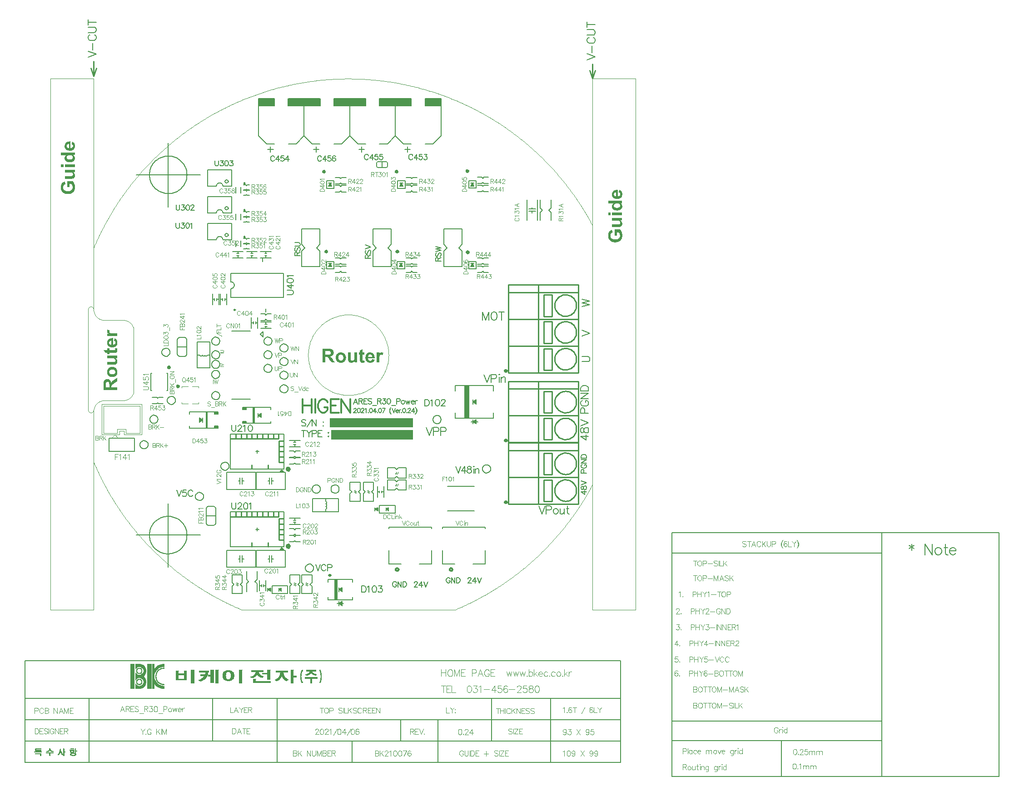
<source format=gto>
G04*
G04 #@! TF.GenerationSoftware,Altium Limited,Altium Designer,18.1.9 (240)*
G04*
G04 Layer_Color=16777215*
%FSLAX44Y44*%
%MOMM*%
G71*
G01*
G75*
%ADD10C,0.2032*%
%ADD11C,0.5000*%
%ADD12C,0.2000*%
%ADD13C,0.2500*%
%ADD14C,0.2540*%
%ADD15C,0.3000*%
%ADD16C,0.1500*%
%ADD17C,0.1270*%
%ADD18C,0.1000*%
%ADD19C,0.1800*%
%ADD20C,0.1200*%
%ADD21C,0.0100*%
%ADD22C,0.0254*%
%ADD23C,0.1524*%
G36*
X172500Y463500D02*
X142000D01*
Y478500D01*
X172500D01*
Y463500D01*
D02*
G37*
G36*
X118000D02*
X87500D01*
Y478500D01*
X118000D01*
Y463500D01*
D02*
G37*
G36*
X87500D02*
X57000D01*
Y478500D01*
X87500D01*
Y463500D01*
D02*
G37*
G36*
X33000D02*
X2500D01*
Y478500D01*
X33000D01*
Y463500D01*
D02*
G37*
G36*
X2500D02*
X-28000D01*
Y478500D01*
X2500D01*
Y463500D01*
D02*
G37*
G36*
X-52000D02*
X-113000D01*
Y478500D01*
X-52000D01*
Y463500D01*
D02*
G37*
G36*
X-137000D02*
X-167500D01*
Y478500D01*
X-137000D01*
Y463500D01*
D02*
G37*
G36*
X-517884Y385924D02*
X-517857D01*
X-517801D01*
X-517662D01*
X-517524Y385952D01*
X-517329Y385979D01*
X-517107Y386007D01*
X-516635Y386091D01*
X-516080Y386229D01*
X-515497Y386424D01*
X-514942Y386701D01*
X-514442Y387090D01*
Y387118D01*
X-514386Y387146D01*
X-514248Y387284D01*
X-514053Y387534D01*
X-513859Y387867D01*
X-513637Y388284D01*
X-513442Y388783D01*
X-513304Y389339D01*
X-513276Y389644D01*
X-513248Y389949D01*
Y390144D01*
X-513276Y390338D01*
X-513331Y390616D01*
X-513387Y390921D01*
X-513498Y391227D01*
X-513665Y391560D01*
X-513859Y391865D01*
X-513887Y391893D01*
X-513970Y392004D01*
X-514137Y392143D01*
X-514359Y392309D01*
X-514636Y392531D01*
X-514997Y392726D01*
X-515414Y392920D01*
X-515913Y393087D01*
X-515080Y397973D01*
X-515053D01*
X-514969Y397917D01*
X-514831Y397862D01*
X-514636Y397806D01*
X-514414Y397695D01*
X-514164Y397556D01*
X-513859Y397417D01*
X-513554Y397251D01*
X-512887Y396834D01*
X-512221Y396307D01*
X-511555Y395696D01*
X-511249Y395335D01*
X-510972Y394975D01*
X-510944Y394947D01*
X-510916Y394891D01*
X-510833Y394780D01*
X-510750Y394614D01*
X-510639Y394419D01*
X-510527Y394169D01*
X-510416Y393892D01*
X-510278Y393586D01*
X-510139Y393226D01*
X-510028Y392837D01*
X-509917Y392420D01*
X-509806Y391976D01*
X-509722Y391504D01*
X-509639Y390977D01*
X-509611Y390449D01*
X-509584Y389894D01*
Y389672D01*
X-509611Y389422D01*
X-509639Y389089D01*
X-509667Y388700D01*
X-509750Y388228D01*
X-509833Y387729D01*
X-509972Y387173D01*
X-510139Y386590D01*
X-510361Y386007D01*
X-510611Y385424D01*
X-510916Y384813D01*
X-511277Y384258D01*
X-511693Y383703D01*
X-512165Y383203D01*
X-512721Y382731D01*
X-512748Y382704D01*
X-512832Y382648D01*
X-512971Y382565D01*
X-513193Y382454D01*
X-513442Y382315D01*
X-513720Y382148D01*
X-514081Y381982D01*
X-514470Y381815D01*
X-514914Y381649D01*
X-515414Y381482D01*
X-515941Y381315D01*
X-516496Y381177D01*
X-517107Y381066D01*
X-517746Y380982D01*
X-518440Y380927D01*
X-519134Y380899D01*
X-519189D01*
X-519328D01*
X-519578Y380927D01*
X-519883D01*
X-520272Y380982D01*
X-520744Y381038D01*
X-521216Y381093D01*
X-521771Y381204D01*
X-522326Y381315D01*
X-522909Y381482D01*
X-523520Y381676D01*
X-524131Y381898D01*
X-524714Y382176D01*
X-525297Y382509D01*
X-525852Y382870D01*
X-526352Y383287D01*
X-526380Y383314D01*
X-526463Y383398D01*
X-526602Y383536D01*
X-526768Y383731D01*
X-526963Y383953D01*
X-527185Y384258D01*
X-527435Y384591D01*
X-527685Y384952D01*
X-527907Y385369D01*
X-528157Y385841D01*
X-528379Y386340D01*
X-528573Y386896D01*
X-528740Y387451D01*
X-528878Y388062D01*
X-528962Y388728D01*
X-528989Y389394D01*
Y389589D01*
X-528962Y389783D01*
X-528934Y390088D01*
X-528906Y390421D01*
X-528851Y390838D01*
X-528767Y391282D01*
X-528656Y391754D01*
X-528490Y392281D01*
X-528323Y392809D01*
X-528101Y393336D01*
X-527823Y393892D01*
X-527518Y394419D01*
X-527157Y394947D01*
X-526713Y395446D01*
X-526241Y395918D01*
X-526213Y395946D01*
X-526102Y396029D01*
X-525963Y396141D01*
X-525741Y396279D01*
X-525436Y396474D01*
X-525075Y396668D01*
X-524658Y396890D01*
X-524187Y397112D01*
X-523631Y397334D01*
X-522993Y397529D01*
X-522326Y397723D01*
X-521577Y397890D01*
X-520744Y398028D01*
X-519856Y398139D01*
X-518912Y398223D01*
X-517884D01*
Y385924D01*
D02*
G37*
G36*
X-510000Y372931D02*
X-512693D01*
X-512637Y372876D01*
X-512554Y372820D01*
X-512471Y372737D01*
X-512165Y372487D01*
X-511832Y372182D01*
X-511444Y371765D01*
X-511027Y371321D01*
X-510666Y370794D01*
X-510333Y370238D01*
Y370211D01*
X-510305Y370183D01*
X-510278Y370072D01*
X-510222Y369961D01*
X-510083Y369655D01*
X-509972Y369267D01*
X-509833Y368795D01*
X-509695Y368267D01*
X-509611Y367712D01*
X-509584Y367129D01*
Y366990D01*
X-509611Y366824D01*
Y366601D01*
X-509667Y366324D01*
X-509722Y365991D01*
X-509806Y365630D01*
X-509917Y365241D01*
X-510028Y364825D01*
X-510194Y364380D01*
X-510416Y363936D01*
X-510666Y363464D01*
X-510944Y363020D01*
X-511305Y362548D01*
X-511693Y362104D01*
X-512138Y361660D01*
X-512165Y361632D01*
X-512249Y361576D01*
X-512415Y361438D01*
X-512610Y361299D01*
X-512887Y361132D01*
X-513193Y360938D01*
X-513581Y360744D01*
X-513998Y360522D01*
X-514497Y360299D01*
X-515025Y360105D01*
X-515636Y359911D01*
X-516274Y359744D01*
X-516968Y359605D01*
X-517718Y359494D01*
X-518523Y359411D01*
X-519356Y359383D01*
X-519411D01*
X-519578D01*
X-519800Y359411D01*
X-520133D01*
X-520522Y359439D01*
X-520966Y359494D01*
X-521493Y359578D01*
X-522021Y359661D01*
X-522604Y359772D01*
X-523187Y359911D01*
X-523770Y360105D01*
X-524381Y360299D01*
X-524964Y360549D01*
X-525519Y360855D01*
X-526046Y361188D01*
X-526519Y361576D01*
X-526546Y361604D01*
X-526630Y361688D01*
X-526741Y361799D01*
X-526907Y361965D01*
X-527102Y362187D01*
X-527296Y362465D01*
X-527518Y362770D01*
X-527768Y363103D01*
X-527990Y363492D01*
X-528212Y363936D01*
X-528406Y364380D01*
X-528601Y364880D01*
X-528767Y365408D01*
X-528878Y365963D01*
X-528962Y366574D01*
X-528989Y367184D01*
Y367323D01*
X-528962Y367490D01*
Y367712D01*
X-528906Y367990D01*
X-528851Y368295D01*
X-528767Y368628D01*
X-528656Y369017D01*
X-528517Y369433D01*
X-528351Y369877D01*
X-528129Y370322D01*
X-527879Y370766D01*
X-527601Y371238D01*
X-527240Y371682D01*
X-526852Y372126D01*
X-526380Y372570D01*
X-535625D01*
Y377484D01*
X-510000D01*
Y372931D01*
D02*
G37*
G36*
Y350555D02*
X-528573D01*
Y355469D01*
X-510000D01*
Y350555D01*
D02*
G37*
G36*
X-531072D02*
X-535625D01*
Y355469D01*
X-531072D01*
Y350555D01*
D02*
G37*
G36*
X222894Y345855D02*
X223750Y345000D01*
X224213Y343882D01*
Y343277D01*
Y342672D01*
X223750Y341554D01*
X222894Y340699D01*
X221777Y340236D01*
X220567D01*
X219449Y340699D01*
X218593Y341554D01*
X218130Y342672D01*
Y343277D01*
Y343882D01*
X218593Y345000D01*
X219449Y345855D01*
X220567Y346319D01*
X221777D01*
X222894Y345855D01*
D02*
G37*
G36*
X-44027Y344578D02*
X-43172Y343723D01*
X-42709Y342605D01*
Y342000D01*
Y341395D01*
X-43172Y340277D01*
X-44027Y339422D01*
X-45145Y338959D01*
X-46355D01*
X-47473Y339422D01*
X-48328Y340277D01*
X-48791Y341395D01*
Y342000D01*
Y342605D01*
X-48328Y343723D01*
X-47473Y344578D01*
X-46355Y345041D01*
X-45145D01*
X-44027Y344578D01*
D02*
G37*
G36*
X91118Y344537D02*
X91973Y343681D01*
X92436Y342564D01*
Y341959D01*
Y341354D01*
X91973Y340236D01*
X91118Y339380D01*
X90000Y338917D01*
X88790D01*
X87672Y339380D01*
X86817Y340236D01*
X86354Y341354D01*
Y341959D01*
Y342564D01*
X86817Y343681D01*
X87672Y344537D01*
X88790Y345000D01*
X90000D01*
X91118Y344537D01*
D02*
G37*
G36*
X-510000Y340894D02*
X-512748D01*
X-512721Y340838D01*
X-512637Y340783D01*
X-512526Y340699D01*
X-512249Y340477D01*
X-511916Y340172D01*
X-511555Y339783D01*
X-511138Y339339D01*
X-510777Y338784D01*
X-510416Y338201D01*
Y338173D01*
X-510389Y338117D01*
X-510333Y338034D01*
X-510278Y337923D01*
X-510222Y337757D01*
X-510167Y337590D01*
X-510000Y337146D01*
X-509861Y336646D01*
X-509722Y336035D01*
X-509611Y335397D01*
X-509584Y334730D01*
Y334425D01*
X-509611Y334258D01*
X-509639Y334064D01*
X-509695Y333620D01*
X-509778Y333092D01*
X-509917Y332537D01*
X-510111Y331954D01*
X-510389Y331371D01*
Y331343D01*
X-510416Y331316D01*
X-510472Y331232D01*
X-510555Y331121D01*
X-510722Y330872D01*
X-510999Y330566D01*
X-511305Y330205D01*
X-511721Y329844D01*
X-512165Y329511D01*
X-512693Y329234D01*
X-512721D01*
X-512776Y329206D01*
X-512859Y329178D01*
X-512971Y329123D01*
X-513109Y329095D01*
X-513304Y329039D01*
X-513526Y328984D01*
X-513776Y328928D01*
X-514053Y328845D01*
X-514359Y328789D01*
X-514692Y328734D01*
X-515053Y328706D01*
X-515441Y328651D01*
X-515886Y328623D01*
X-516802Y328595D01*
X-528573D01*
Y333509D01*
X-520022D01*
X-519967D01*
X-519856D01*
X-519661D01*
X-519411D01*
X-519078D01*
X-518745Y333537D01*
X-518356D01*
X-517968D01*
X-517135Y333564D01*
X-516718Y333592D01*
X-516357Y333620D01*
X-515997Y333648D01*
X-515691Y333675D01*
X-515414Y333703D01*
X-515219Y333759D01*
X-515191Y333787D01*
X-515080Y333814D01*
X-514914Y333898D01*
X-514720Y333981D01*
X-514497Y334120D01*
X-514275Y334286D01*
X-514053Y334481D01*
X-513831Y334730D01*
X-513803Y334758D01*
X-513748Y334869D01*
X-513665Y335008D01*
X-513581Y335230D01*
X-513498Y335508D01*
X-513415Y335813D01*
X-513359Y336174D01*
X-513331Y336563D01*
Y336785D01*
X-513359Y337007D01*
X-513415Y337312D01*
X-513498Y337645D01*
X-513609Y338034D01*
X-513776Y338423D01*
X-513998Y338784D01*
X-514025Y338839D01*
X-514137Y338950D01*
X-514275Y339117D01*
X-514470Y339339D01*
X-514720Y339561D01*
X-515025Y339783D01*
X-515358Y339978D01*
X-515719Y340144D01*
X-515774Y340172D01*
X-515830D01*
X-515941Y340200D01*
X-516080Y340227D01*
X-516246Y340255D01*
X-516469Y340311D01*
X-516718Y340339D01*
X-517024Y340366D01*
X-517385Y340422D01*
X-517801Y340449D01*
X-518273Y340477D01*
X-518773Y340505D01*
X-519356D01*
X-519994Y340533D01*
X-520716D01*
X-528573D01*
Y345447D01*
X-510000D01*
Y340894D01*
D02*
G37*
G36*
X234050Y315000D02*
X228050D01*
X231050Y321000D01*
X234050Y315000D01*
D02*
G37*
G36*
X101550Y314500D02*
X95550D01*
X98550Y320500D01*
X101550Y314500D01*
D02*
G37*
G36*
X-30950D02*
X-36950D01*
X-33950Y320500D01*
X-30950Y314500D01*
D02*
G37*
G36*
X-513442Y323931D02*
X-513415Y323876D01*
X-513331Y323792D01*
X-513220Y323653D01*
X-513082Y323487D01*
X-512915Y323293D01*
X-512748Y323043D01*
X-512554Y322765D01*
X-512332Y322432D01*
X-512110Y322099D01*
X-511888Y321710D01*
X-511666Y321266D01*
X-511416Y320822D01*
X-511194Y320322D01*
X-510944Y319794D01*
X-510722Y319239D01*
Y319211D01*
X-510666Y319100D01*
X-510611Y318934D01*
X-510527Y318712D01*
X-510444Y318434D01*
X-510333Y318101D01*
X-510250Y317712D01*
X-510139Y317296D01*
X-510028Y316852D01*
X-509917Y316352D01*
X-509806Y315852D01*
X-509722Y315297D01*
X-509584Y314159D01*
X-509556Y313576D01*
X-509528Y312993D01*
Y312604D01*
X-509556Y312326D01*
X-509584Y311966D01*
X-509611Y311549D01*
X-509667Y311105D01*
X-509750Y310605D01*
X-509833Y310078D01*
X-509944Y309522D01*
X-510083Y308939D01*
X-510222Y308329D01*
X-510416Y307718D01*
X-510639Y307135D01*
X-510888Y306552D01*
X-511194Y305969D01*
X-511222Y305941D01*
X-511277Y305830D01*
X-511360Y305691D01*
X-511499Y305469D01*
X-511693Y305247D01*
X-511888Y304942D01*
X-512138Y304636D01*
X-512443Y304303D01*
X-512748Y303942D01*
X-513109Y303581D01*
X-513526Y303193D01*
X-513942Y302832D01*
X-514414Y302471D01*
X-514914Y302110D01*
X-515441Y301805D01*
X-516024Y301499D01*
X-516052Y301471D01*
X-516163Y301444D01*
X-516330Y301360D01*
X-516580Y301277D01*
X-516857Y301166D01*
X-517218Y301027D01*
X-517607Y300888D01*
X-518051Y300750D01*
X-518551Y300611D01*
X-519078Y300472D01*
X-519633Y300361D01*
X-520216Y300222D01*
X-520855Y300139D01*
X-521493Y300056D01*
X-522160Y300028D01*
X-522854Y300000D01*
X-522909D01*
X-523021D01*
X-523243D01*
X-523520Y300028D01*
X-523881Y300056D01*
X-524297Y300083D01*
X-524742Y300139D01*
X-525241Y300222D01*
X-525769Y300305D01*
X-526352Y300416D01*
X-526935Y300555D01*
X-527546Y300694D01*
X-528157Y300888D01*
X-528767Y301110D01*
X-529378Y301360D01*
X-529961Y301666D01*
X-529989Y301693D01*
X-530100Y301749D01*
X-530266Y301832D01*
X-530489Y301971D01*
X-530738Y302165D01*
X-531044Y302360D01*
X-531377Y302610D01*
X-531738Y302915D01*
X-532127Y303220D01*
X-532515Y303609D01*
X-532904Y303998D01*
X-533320Y304442D01*
X-533709Y304914D01*
X-534070Y305441D01*
X-534431Y305997D01*
X-534764Y306580D01*
X-534792Y306607D01*
X-534819Y306691D01*
X-534875Y306829D01*
X-534958Y307024D01*
X-535069Y307274D01*
X-535180Y307551D01*
X-535291Y307884D01*
X-535402Y308273D01*
X-535513Y308690D01*
X-535625Y309161D01*
X-535736Y309661D01*
X-535847Y310217D01*
X-535930Y310800D01*
X-535985Y311410D01*
X-536041Y312049D01*
Y313187D01*
X-536013Y313492D01*
X-535985Y313909D01*
X-535930Y314381D01*
X-535874Y314881D01*
X-535791Y315436D01*
X-535680Y316019D01*
X-535541Y316630D01*
X-535402Y317240D01*
X-535208Y317879D01*
X-534958Y318490D01*
X-534708Y319073D01*
X-534403Y319628D01*
X-534042Y320155D01*
X-534014Y320183D01*
X-533959Y320266D01*
X-533848Y320405D01*
X-533681Y320600D01*
X-533459Y320794D01*
X-533237Y321044D01*
X-532932Y321321D01*
X-532598Y321599D01*
X-532238Y321904D01*
X-531821Y322182D01*
X-531349Y322487D01*
X-530877Y322765D01*
X-530350Y323015D01*
X-529767Y323265D01*
X-529156Y323459D01*
X-528517Y323626D01*
X-527546Y318490D01*
X-527574D01*
X-527629Y318462D01*
X-527740Y318434D01*
X-527851Y318379D01*
X-528018Y318323D01*
X-528212Y318240D01*
X-528628Y318018D01*
X-529100Y317740D01*
X-529600Y317379D01*
X-530072Y316963D01*
X-530516Y316435D01*
Y316407D01*
X-530572Y316380D01*
X-530627Y316296D01*
X-530683Y316158D01*
X-530766Y316019D01*
X-530877Y315852D01*
X-530961Y315630D01*
X-531072Y315408D01*
X-531266Y314881D01*
X-531460Y314242D01*
X-531571Y313520D01*
X-531627Y312715D01*
Y312382D01*
X-531599Y312160D01*
X-531571Y311882D01*
X-531516Y311549D01*
X-531432Y311160D01*
X-531349Y310772D01*
X-531238Y310355D01*
X-531099Y309911D01*
X-530933Y309467D01*
X-530711Y309023D01*
X-530461Y308578D01*
X-530183Y308134D01*
X-529850Y307718D01*
X-529461Y307329D01*
X-529434Y307301D01*
X-529350Y307246D01*
X-529239Y307135D01*
X-529045Y307024D01*
X-528823Y306857D01*
X-528545Y306691D01*
X-528240Y306524D01*
X-527851Y306330D01*
X-527435Y306135D01*
X-526963Y305969D01*
X-526435Y305802D01*
X-525852Y305636D01*
X-525241Y305525D01*
X-524575Y305414D01*
X-523853Y305358D01*
X-523076Y305330D01*
X-523021D01*
X-522882D01*
X-522632Y305358D01*
X-522326D01*
X-521938Y305386D01*
X-521521Y305441D01*
X-521022Y305497D01*
X-520494Y305580D01*
X-519967Y305691D01*
X-519384Y305830D01*
X-518828Y305997D01*
X-518245Y306191D01*
X-517690Y306413D01*
X-517163Y306691D01*
X-516663Y306996D01*
X-516219Y307357D01*
X-516191Y307385D01*
X-516135Y307440D01*
X-515997Y307579D01*
X-515858Y307718D01*
X-515691Y307940D01*
X-515497Y308162D01*
X-515303Y308468D01*
X-515080Y308773D01*
X-514858Y309134D01*
X-514664Y309550D01*
X-514470Y309967D01*
X-514303Y310439D01*
X-514164Y310966D01*
X-514053Y311493D01*
X-513970Y312049D01*
X-513942Y312659D01*
Y312937D01*
X-513970Y313076D01*
Y313270D01*
X-514025Y313687D01*
X-514109Y314186D01*
X-514220Y314714D01*
X-514359Y315297D01*
X-514581Y315908D01*
Y315935D01*
X-514608Y315991D01*
X-514636Y316074D01*
X-514692Y316185D01*
X-514831Y316491D01*
X-515025Y316879D01*
X-515247Y317324D01*
X-515497Y317796D01*
X-515774Y318267D01*
X-516108Y318739D01*
X-519384D01*
Y312826D01*
X-523714D01*
Y323959D01*
X-513470D01*
X-513442Y323931D01*
D02*
G37*
G36*
X502116Y295924D02*
X502143D01*
X502199D01*
X502338D01*
X502477Y295952D01*
X502671Y295979D01*
X502893Y296007D01*
X503365Y296091D01*
X503920Y296229D01*
X504503Y296424D01*
X505058Y296701D01*
X505558Y297090D01*
Y297118D01*
X505614Y297146D01*
X505752Y297284D01*
X505947Y297534D01*
X506141Y297867D01*
X506363Y298284D01*
X506558Y298783D01*
X506696Y299339D01*
X506724Y299644D01*
X506752Y299949D01*
Y300144D01*
X506724Y300338D01*
X506669Y300616D01*
X506613Y300921D01*
X506502Y301227D01*
X506335Y301560D01*
X506141Y301865D01*
X506113Y301893D01*
X506030Y302004D01*
X505863Y302143D01*
X505641Y302309D01*
X505364Y302531D01*
X505003Y302726D01*
X504586Y302920D01*
X504087Y303087D01*
X504920Y307973D01*
X504947D01*
X505031Y307917D01*
X505169Y307862D01*
X505364Y307806D01*
X505586Y307695D01*
X505836Y307556D01*
X506141Y307418D01*
X506446Y307251D01*
X507113Y306835D01*
X507779Y306307D01*
X508445Y305696D01*
X508751Y305335D01*
X509028Y304974D01*
X509056Y304947D01*
X509084Y304891D01*
X509167Y304780D01*
X509250Y304614D01*
X509361Y304419D01*
X509473Y304169D01*
X509584Y303892D01*
X509722Y303586D01*
X509861Y303225D01*
X509972Y302837D01*
X510083Y302420D01*
X510194Y301976D01*
X510278Y301504D01*
X510361Y300977D01*
X510389Y300449D01*
X510416Y299894D01*
Y299672D01*
X510389Y299422D01*
X510361Y299089D01*
X510333Y298700D01*
X510250Y298228D01*
X510167Y297729D01*
X510028Y297173D01*
X509861Y296590D01*
X509639Y296007D01*
X509389Y295424D01*
X509084Y294813D01*
X508723Y294258D01*
X508307Y293703D01*
X507835Y293203D01*
X507279Y292731D01*
X507252Y292704D01*
X507168Y292648D01*
X507029Y292565D01*
X506807Y292454D01*
X506558Y292315D01*
X506280Y292148D01*
X505919Y291982D01*
X505530Y291815D01*
X505086Y291649D01*
X504586Y291482D01*
X504059Y291315D01*
X503504Y291177D01*
X502893Y291066D01*
X502254Y290982D01*
X501560Y290927D01*
X500866Y290899D01*
X500811D01*
X500672D01*
X500422Y290927D01*
X500117D01*
X499728Y290982D01*
X499256Y291038D01*
X498784Y291093D01*
X498229Y291204D01*
X497674Y291315D01*
X497091Y291482D01*
X496480Y291676D01*
X495869Y291898D01*
X495286Y292176D01*
X494703Y292509D01*
X494148Y292870D01*
X493648Y293287D01*
X493620Y293314D01*
X493537Y293398D01*
X493398Y293536D01*
X493232Y293731D01*
X493037Y293953D01*
X492815Y294258D01*
X492565Y294591D01*
X492315Y294952D01*
X492093Y295369D01*
X491843Y295841D01*
X491621Y296340D01*
X491427Y296896D01*
X491260Y297451D01*
X491122Y298062D01*
X491038Y298728D01*
X491011Y299394D01*
Y299589D01*
X491038Y299783D01*
X491066Y300088D01*
X491094Y300422D01*
X491149Y300838D01*
X491233Y301282D01*
X491344Y301754D01*
X491510Y302281D01*
X491677Y302809D01*
X491899Y303337D01*
X492177Y303892D01*
X492482Y304419D01*
X492843Y304947D01*
X493287Y305446D01*
X493759Y305918D01*
X493787Y305946D01*
X493898Y306029D01*
X494037Y306140D01*
X494259Y306279D01*
X494564Y306474D01*
X494925Y306668D01*
X495342Y306890D01*
X495813Y307112D01*
X496369Y307334D01*
X497007Y307529D01*
X497674Y307723D01*
X498423Y307889D01*
X499256Y308028D01*
X500144Y308139D01*
X501088Y308223D01*
X502116D01*
Y295924D01*
D02*
G37*
G36*
X510000Y282931D02*
X507307D01*
X507363Y282876D01*
X507446Y282820D01*
X507529Y282737D01*
X507835Y282487D01*
X508168Y282182D01*
X508556Y281765D01*
X508973Y281321D01*
X509334Y280794D01*
X509667Y280238D01*
Y280211D01*
X509695Y280183D01*
X509722Y280072D01*
X509778Y279961D01*
X509917Y279655D01*
X510028Y279267D01*
X510167Y278795D01*
X510305Y278267D01*
X510389Y277712D01*
X510416Y277129D01*
Y276990D01*
X510389Y276824D01*
Y276602D01*
X510333Y276324D01*
X510278Y275991D01*
X510194Y275630D01*
X510083Y275241D01*
X509972Y274825D01*
X509806Y274380D01*
X509584Y273936D01*
X509334Y273464D01*
X509056Y273020D01*
X508695Y272548D01*
X508307Y272104D01*
X507862Y271660D01*
X507835Y271632D01*
X507751Y271576D01*
X507585Y271438D01*
X507390Y271299D01*
X507113Y271132D01*
X506807Y270938D01*
X506419Y270744D01*
X506002Y270522D01*
X505503Y270299D01*
X504975Y270105D01*
X504364Y269911D01*
X503726Y269744D01*
X503032Y269605D01*
X502282Y269494D01*
X501477Y269411D01*
X500644Y269383D01*
X500589D01*
X500422D01*
X500200Y269411D01*
X499867D01*
X499478Y269439D01*
X499034Y269494D01*
X498507Y269578D01*
X497979Y269661D01*
X497396Y269772D01*
X496813Y269911D01*
X496230Y270105D01*
X495619Y270299D01*
X495036Y270549D01*
X494481Y270855D01*
X493954Y271188D01*
X493481Y271576D01*
X493454Y271604D01*
X493371Y271688D01*
X493259Y271799D01*
X493093Y271965D01*
X492898Y272187D01*
X492704Y272465D01*
X492482Y272770D01*
X492232Y273104D01*
X492010Y273492D01*
X491788Y273936D01*
X491594Y274380D01*
X491399Y274880D01*
X491233Y275408D01*
X491122Y275963D01*
X491038Y276574D01*
X491011Y277185D01*
Y277323D01*
X491038Y277490D01*
Y277712D01*
X491094Y277990D01*
X491149Y278295D01*
X491233Y278628D01*
X491344Y279017D01*
X491483Y279433D01*
X491649Y279877D01*
X491871Y280322D01*
X492121Y280766D01*
X492399Y281238D01*
X492760Y281682D01*
X493148Y282126D01*
X493620Y282570D01*
X484375D01*
Y287484D01*
X510000D01*
Y282931D01*
D02*
G37*
G36*
Y260555D02*
X491427D01*
Y265469D01*
X510000D01*
Y260555D01*
D02*
G37*
G36*
X488928D02*
X484375D01*
Y265469D01*
X488928D01*
Y260555D01*
D02*
G37*
G36*
X510000Y250894D02*
X507252D01*
X507279Y250838D01*
X507363Y250783D01*
X507474Y250699D01*
X507751Y250477D01*
X508084Y250172D01*
X508445Y249783D01*
X508862Y249339D01*
X509223Y248784D01*
X509584Y248201D01*
Y248173D01*
X509611Y248118D01*
X509667Y248034D01*
X509722Y247923D01*
X509778Y247757D01*
X509833Y247590D01*
X510000Y247146D01*
X510139Y246646D01*
X510278Y246035D01*
X510389Y245397D01*
X510416Y244730D01*
Y244425D01*
X510389Y244258D01*
X510361Y244064D01*
X510305Y243620D01*
X510222Y243092D01*
X510083Y242537D01*
X509889Y241954D01*
X509611Y241371D01*
Y241343D01*
X509584Y241316D01*
X509528Y241232D01*
X509445Y241121D01*
X509278Y240872D01*
X509001Y240566D01*
X508695Y240205D01*
X508279Y239844D01*
X507835Y239511D01*
X507307Y239234D01*
X507279D01*
X507224Y239206D01*
X507141Y239178D01*
X507029Y239123D01*
X506891Y239095D01*
X506696Y239039D01*
X506474Y238984D01*
X506224Y238928D01*
X505947Y238845D01*
X505641Y238789D01*
X505308Y238734D01*
X504947Y238706D01*
X504559Y238651D01*
X504114Y238623D01*
X503198Y238595D01*
X491427D01*
Y243509D01*
X499978D01*
X500033D01*
X500144D01*
X500339D01*
X500589D01*
X500922D01*
X501255Y243537D01*
X501644D01*
X502032D01*
X502865Y243564D01*
X503282Y243592D01*
X503643Y243620D01*
X504003Y243648D01*
X504309Y243675D01*
X504586Y243703D01*
X504781Y243759D01*
X504809Y243787D01*
X504920Y243814D01*
X505086Y243898D01*
X505280Y243981D01*
X505503Y244120D01*
X505725Y244286D01*
X505947Y244481D01*
X506169Y244730D01*
X506197Y244758D01*
X506252Y244869D01*
X506335Y245008D01*
X506419Y245230D01*
X506502Y245508D01*
X506585Y245813D01*
X506641Y246174D01*
X506669Y246563D01*
Y246785D01*
X506641Y247007D01*
X506585Y247312D01*
X506502Y247645D01*
X506391Y248034D01*
X506224Y248423D01*
X506002Y248784D01*
X505975Y248839D01*
X505863Y248950D01*
X505725Y249117D01*
X505530Y249339D01*
X505280Y249561D01*
X504975Y249783D01*
X504642Y249978D01*
X504281Y250144D01*
X504226Y250172D01*
X504170D01*
X504059Y250200D01*
X503920Y250227D01*
X503754Y250255D01*
X503531Y250311D01*
X503282Y250338D01*
X502976Y250366D01*
X502615Y250422D01*
X502199Y250450D01*
X501727Y250477D01*
X501227Y250505D01*
X500644D01*
X500006Y250533D01*
X499284D01*
X491427D01*
Y255447D01*
X510000D01*
Y250894D01*
D02*
G37*
G36*
X506558Y233931D02*
X506585Y233876D01*
X506669Y233792D01*
X506780Y233653D01*
X506918Y233487D01*
X507085Y233293D01*
X507252Y233043D01*
X507446Y232765D01*
X507668Y232432D01*
X507890Y232099D01*
X508112Y231710D01*
X508334Y231266D01*
X508584Y230822D01*
X508806Y230322D01*
X509056Y229794D01*
X509278Y229239D01*
Y229211D01*
X509334Y229100D01*
X509389Y228934D01*
X509473Y228712D01*
X509556Y228434D01*
X509667Y228101D01*
X509750Y227712D01*
X509861Y227296D01*
X509972Y226852D01*
X510083Y226352D01*
X510194Y225852D01*
X510278Y225297D01*
X510416Y224159D01*
X510444Y223576D01*
X510472Y222993D01*
Y222604D01*
X510444Y222326D01*
X510416Y221966D01*
X510389Y221549D01*
X510333Y221105D01*
X510250Y220605D01*
X510167Y220078D01*
X510056Y219522D01*
X509917Y218939D01*
X509778Y218329D01*
X509584Y217718D01*
X509361Y217135D01*
X509112Y216552D01*
X508806Y215969D01*
X508778Y215941D01*
X508723Y215830D01*
X508640Y215691D01*
X508501Y215469D01*
X508307Y215247D01*
X508112Y214942D01*
X507862Y214636D01*
X507557Y214303D01*
X507252Y213942D01*
X506891Y213581D01*
X506474Y213193D01*
X506058Y212832D01*
X505586Y212471D01*
X505086Y212110D01*
X504559Y211805D01*
X503976Y211499D01*
X503948Y211471D01*
X503837Y211444D01*
X503670Y211360D01*
X503420Y211277D01*
X503143Y211166D01*
X502782Y211027D01*
X502393Y210888D01*
X501949Y210750D01*
X501449Y210611D01*
X500922Y210472D01*
X500367Y210361D01*
X499784Y210222D01*
X499145Y210139D01*
X498507Y210056D01*
X497840Y210028D01*
X497146Y210000D01*
X497091D01*
X496979D01*
X496758D01*
X496480Y210028D01*
X496119Y210056D01*
X495703Y210083D01*
X495258Y210139D01*
X494759Y210222D01*
X494231Y210305D01*
X493648Y210416D01*
X493065Y210555D01*
X492454Y210694D01*
X491843Y210888D01*
X491233Y211110D01*
X490622Y211360D01*
X490039Y211666D01*
X490011Y211693D01*
X489900Y211749D01*
X489734Y211832D01*
X489511Y211971D01*
X489262Y212165D01*
X488956Y212360D01*
X488623Y212610D01*
X488262Y212915D01*
X487873Y213220D01*
X487485Y213609D01*
X487096Y213998D01*
X486680Y214442D01*
X486291Y214914D01*
X485930Y215441D01*
X485569Y215997D01*
X485236Y216580D01*
X485208Y216607D01*
X485181Y216691D01*
X485125Y216829D01*
X485042Y217024D01*
X484931Y217274D01*
X484820Y217551D01*
X484709Y217885D01*
X484598Y218273D01*
X484487Y218690D01*
X484375Y219161D01*
X484264Y219661D01*
X484153Y220217D01*
X484070Y220800D01*
X484015Y221410D01*
X483959Y222049D01*
Y223187D01*
X483987Y223492D01*
X484015Y223909D01*
X484070Y224381D01*
X484126Y224881D01*
X484209Y225436D01*
X484320Y226019D01*
X484459Y226630D01*
X484598Y227240D01*
X484792Y227879D01*
X485042Y228490D01*
X485292Y229073D01*
X485597Y229628D01*
X485958Y230155D01*
X485986Y230183D01*
X486041Y230266D01*
X486152Y230405D01*
X486319Y230599D01*
X486541Y230794D01*
X486763Y231044D01*
X487068Y231321D01*
X487402Y231599D01*
X487762Y231904D01*
X488179Y232182D01*
X488651Y232487D01*
X489123Y232765D01*
X489650Y233015D01*
X490233Y233265D01*
X490844Y233459D01*
X491483Y233626D01*
X492454Y228490D01*
X492426D01*
X492371Y228462D01*
X492260Y228434D01*
X492149Y228379D01*
X491982Y228323D01*
X491788Y228240D01*
X491372Y228018D01*
X490900Y227740D01*
X490400Y227379D01*
X489928Y226963D01*
X489484Y226435D01*
Y226407D01*
X489428Y226380D01*
X489373Y226296D01*
X489317Y226158D01*
X489234Y226019D01*
X489123Y225852D01*
X489040Y225630D01*
X488928Y225408D01*
X488734Y224881D01*
X488540Y224242D01*
X488429Y223520D01*
X488373Y222715D01*
Y222382D01*
X488401Y222160D01*
X488429Y221882D01*
X488484Y221549D01*
X488568Y221160D01*
X488651Y220772D01*
X488762Y220355D01*
X488901Y219911D01*
X489067Y219467D01*
X489289Y219023D01*
X489539Y218578D01*
X489817Y218134D01*
X490150Y217718D01*
X490539Y217329D01*
X490566Y217301D01*
X490650Y217246D01*
X490761Y217135D01*
X490955Y217024D01*
X491177Y216857D01*
X491455Y216691D01*
X491760Y216524D01*
X492149Y216330D01*
X492565Y216135D01*
X493037Y215969D01*
X493565Y215802D01*
X494148Y215636D01*
X494759Y215525D01*
X495425Y215414D01*
X496147Y215358D01*
X496924Y215330D01*
X496979D01*
X497118D01*
X497368Y215358D01*
X497674D01*
X498062Y215386D01*
X498479Y215441D01*
X498978Y215497D01*
X499506Y215580D01*
X500033Y215691D01*
X500616Y215830D01*
X501172Y215997D01*
X501755Y216191D01*
X502310Y216413D01*
X502837Y216691D01*
X503337Y216996D01*
X503781Y217357D01*
X503809Y217385D01*
X503865Y217440D01*
X504003Y217579D01*
X504142Y217718D01*
X504309Y217940D01*
X504503Y218162D01*
X504697Y218468D01*
X504920Y218773D01*
X505142Y219134D01*
X505336Y219550D01*
X505530Y219967D01*
X505697Y220439D01*
X505836Y220966D01*
X505947Y221493D01*
X506030Y222049D01*
X506058Y222659D01*
Y222937D01*
X506030Y223076D01*
Y223270D01*
X505975Y223687D01*
X505891Y224186D01*
X505780Y224714D01*
X505641Y225297D01*
X505419Y225908D01*
Y225935D01*
X505392Y225991D01*
X505364Y226074D01*
X505308Y226185D01*
X505169Y226491D01*
X504975Y226879D01*
X504753Y227324D01*
X504503Y227796D01*
X504226Y228267D01*
X503892Y228739D01*
X500616D01*
Y222826D01*
X496286D01*
Y233959D01*
X506530D01*
X506558Y233931D01*
D02*
G37*
G36*
X-40069Y195723D02*
X-39213Y194868D01*
X-38750Y193750D01*
Y193145D01*
Y192540D01*
X-39213Y191422D01*
X-40069Y190567D01*
X-41186Y190104D01*
X-42396D01*
X-43514Y190567D01*
X-44370Y191422D01*
X-44833Y192540D01*
Y193145D01*
Y193750D01*
X-44370Y194868D01*
X-43514Y195723D01*
X-42396Y196187D01*
X-41186D01*
X-40069Y195723D01*
D02*
G37*
G36*
X92431Y195723D02*
X93287Y194868D01*
X93750Y193750D01*
Y193145D01*
Y192540D01*
X93287Y191422D01*
X92431Y190567D01*
X91314Y190104D01*
X90104D01*
X88986Y190567D01*
X88130Y191422D01*
X87667Y192540D01*
Y193145D01*
Y193750D01*
X88130Y194868D01*
X88986Y195723D01*
X90104Y196186D01*
X91314D01*
X92431Y195723D01*
D02*
G37*
G36*
X223681Y194473D02*
X224537Y193618D01*
X225000Y192500D01*
Y191895D01*
Y191290D01*
X224537Y190172D01*
X223681Y189317D01*
X222564Y188854D01*
X221354D01*
X220236Y189317D01*
X219380Y190172D01*
X218917Y191290D01*
Y191895D01*
Y192500D01*
X219380Y193618D01*
X220236Y194473D01*
X221354Y194936D01*
X222564D01*
X223681Y194473D01*
D02*
G37*
G36*
X234050Y164500D02*
X228050D01*
X231050Y170500D01*
X234050Y164500D01*
D02*
G37*
G36*
X101000D02*
X95000D01*
X98000Y170500D01*
X101000Y164500D01*
D02*
G37*
G36*
X-30950D02*
X-36950D01*
X-33950Y170500D01*
X-30950Y164500D01*
D02*
G37*
G36*
X-444673Y45824D02*
X-444700Y45768D01*
X-444811Y45602D01*
X-444922Y45380D01*
X-445089Y45074D01*
X-445228Y44714D01*
X-445367Y44325D01*
X-445450Y43936D01*
X-445478Y43520D01*
Y43353D01*
X-445450Y43159D01*
X-445394Y42909D01*
X-445339Y42631D01*
X-445228Y42354D01*
X-445089Y42048D01*
X-444895Y41771D01*
X-444867Y41743D01*
X-444784Y41660D01*
X-444645Y41521D01*
X-444423Y41354D01*
X-444145Y41188D01*
X-443784Y40993D01*
X-443368Y40799D01*
X-442840Y40633D01*
X-442813D01*
X-442757Y40605D01*
X-442674D01*
X-442535Y40577D01*
X-442368Y40549D01*
X-442118Y40521D01*
X-441841Y40466D01*
X-441508Y40438D01*
X-441119Y40410D01*
X-440675Y40355D01*
X-440175Y40327D01*
X-439592Y40299D01*
X-438954Y40272D01*
X-438260D01*
X-437482Y40244D01*
X-436622D01*
X-430903D01*
Y35330D01*
X-449476D01*
Y39883D01*
X-446810D01*
X-446838Y39911D01*
X-446894Y39938D01*
X-446977Y39994D01*
X-447116Y40077D01*
X-447449Y40299D01*
X-447837Y40577D01*
X-448254Y40910D01*
X-448643Y41243D01*
X-449003Y41604D01*
X-449170Y41799D01*
X-449281Y41965D01*
X-449309Y42021D01*
X-449364Y42132D01*
X-449476Y42326D01*
X-449586Y42576D01*
X-449698Y42909D01*
X-449809Y43270D01*
X-449864Y43659D01*
X-449892Y44103D01*
Y44380D01*
X-449864Y44547D01*
X-449836Y44714D01*
X-449781Y45130D01*
X-449670Y45630D01*
X-449503Y46185D01*
X-449253Y46768D01*
X-448948Y47351D01*
X-444673Y45824D01*
D02*
G37*
G36*
X-438787Y19228D02*
X-438759D01*
X-438704D01*
X-438565D01*
X-438426Y19256D01*
X-438232Y19283D01*
X-438010Y19311D01*
X-437538Y19394D01*
X-436982Y19533D01*
X-436399Y19727D01*
X-435844Y20005D01*
X-435345Y20394D01*
Y20422D01*
X-435289Y20449D01*
X-435150Y20588D01*
X-434956Y20838D01*
X-434762Y21171D01*
X-434539Y21588D01*
X-434345Y22087D01*
X-434206Y22643D01*
X-434179Y22948D01*
X-434151Y23253D01*
Y23448D01*
X-434179Y23642D01*
X-434234Y23920D01*
X-434290Y24225D01*
X-434401Y24530D01*
X-434567Y24864D01*
X-434762Y25169D01*
X-434789Y25197D01*
X-434873Y25308D01*
X-435039Y25447D01*
X-435261Y25613D01*
X-435539Y25835D01*
X-435900Y26030D01*
X-436316Y26224D01*
X-436816Y26391D01*
X-435983Y31277D01*
X-435955D01*
X-435872Y31221D01*
X-435733Y31166D01*
X-435539Y31110D01*
X-435317Y30999D01*
X-435067Y30860D01*
X-434762Y30721D01*
X-434456Y30555D01*
X-433790Y30138D01*
X-433124Y29611D01*
X-432457Y29000D01*
X-432152Y28639D01*
X-431874Y28278D01*
X-431847Y28251D01*
X-431819Y28195D01*
X-431735Y28084D01*
X-431652Y27917D01*
X-431541Y27723D01*
X-431430Y27473D01*
X-431319Y27196D01*
X-431180Y26890D01*
X-431041Y26529D01*
X-430930Y26141D01*
X-430819Y25724D01*
X-430708Y25280D01*
X-430625Y24808D01*
X-430542Y24281D01*
X-430514Y23753D01*
X-430486Y23198D01*
Y22976D01*
X-430514Y22726D01*
X-430542Y22393D01*
X-430569Y22004D01*
X-430653Y21532D01*
X-430736Y21032D01*
X-430875Y20477D01*
X-431041Y19894D01*
X-431264Y19311D01*
X-431513Y18728D01*
X-431819Y18117D01*
X-432180Y17562D01*
X-432596Y17007D01*
X-433068Y16507D01*
X-433623Y16035D01*
X-433651Y16007D01*
X-433734Y15952D01*
X-433873Y15869D01*
X-434095Y15758D01*
X-434345Y15619D01*
X-434623Y15452D01*
X-434984Y15286D01*
X-435372Y15119D01*
X-435816Y14952D01*
X-436316Y14786D01*
X-436844Y14619D01*
X-437399Y14481D01*
X-438010Y14369D01*
X-438648Y14286D01*
X-439342Y14231D01*
X-440036Y14203D01*
X-440092D01*
X-440231D01*
X-440480Y14231D01*
X-440786D01*
X-441175Y14286D01*
X-441646Y14342D01*
X-442118Y14397D01*
X-442674Y14508D01*
X-443229Y14619D01*
X-443812Y14786D01*
X-444423Y14980D01*
X-445033Y15202D01*
X-445616Y15480D01*
X-446199Y15813D01*
X-446755Y16174D01*
X-447254Y16590D01*
X-447282Y16618D01*
X-447366Y16702D01*
X-447504Y16840D01*
X-447671Y17035D01*
X-447865Y17257D01*
X-448087Y17562D01*
X-448337Y17895D01*
X-448587Y18256D01*
X-448809Y18673D01*
X-449059Y19145D01*
X-449281Y19644D01*
X-449476Y20199D01*
X-449642Y20755D01*
X-449781Y21365D01*
X-449864Y22032D01*
X-449892Y22698D01*
Y22892D01*
X-449864Y23087D01*
X-449836Y23392D01*
X-449809Y23725D01*
X-449753Y24142D01*
X-449670Y24586D01*
X-449559Y25058D01*
X-449392Y25585D01*
X-449226Y26113D01*
X-449003Y26640D01*
X-448726Y27196D01*
X-448420Y27723D01*
X-448060Y28251D01*
X-447615Y28750D01*
X-447144Y29222D01*
X-447116Y29250D01*
X-447005Y29333D01*
X-446866Y29444D01*
X-446644Y29583D01*
X-446338Y29778D01*
X-445977Y29972D01*
X-445561Y30194D01*
X-445089Y30416D01*
X-444534Y30638D01*
X-443895Y30832D01*
X-443229Y31027D01*
X-442479Y31193D01*
X-441646Y31332D01*
X-440758Y31443D01*
X-439814Y31527D01*
X-438787D01*
Y19228D01*
D02*
G37*
G36*
X-431208Y12593D02*
X-431180Y12537D01*
X-431152Y12454D01*
X-431097Y12315D01*
X-431041Y12148D01*
X-430986Y11954D01*
X-430903Y11732D01*
X-430847Y11482D01*
X-430708Y10927D01*
X-430597Y10261D01*
X-430514Y9511D01*
X-430486Y8734D01*
Y8512D01*
X-430514Y8262D01*
X-430542Y7929D01*
X-430597Y7568D01*
X-430681Y7179D01*
X-430792Y6763D01*
X-430930Y6346D01*
X-430958Y6291D01*
X-431014Y6180D01*
X-431097Y5985D01*
X-431236Y5763D01*
X-431402Y5513D01*
X-431597Y5236D01*
X-431819Y5014D01*
X-432069Y4791D01*
X-432096Y4764D01*
X-432207Y4708D01*
X-432374Y4625D01*
X-432568Y4514D01*
X-432846Y4403D01*
X-433179Y4292D01*
X-433568Y4181D01*
X-433984Y4097D01*
X-434040D01*
X-434151Y4070D01*
X-434262D01*
X-434401Y4042D01*
X-434567D01*
X-434734D01*
X-434956Y4014D01*
X-435206D01*
X-435483Y3986D01*
X-435816D01*
X-436177Y3959D01*
X-436566D01*
X-436982D01*
X-437454D01*
X-445561D01*
Y1710D01*
X-449476D01*
Y3959D01*
X-453168D01*
X-456055Y8873D01*
X-449476D01*
Y12232D01*
X-445561D01*
Y8873D01*
X-438065D01*
X-438037D01*
X-437954D01*
X-437843D01*
X-437704D01*
X-437538D01*
X-437316D01*
X-436871D01*
X-436427Y8900D01*
X-435983D01*
X-435789Y8928D01*
X-435622D01*
X-435483Y8956D01*
X-435400D01*
X-435372D01*
X-435345Y8984D01*
X-435178Y9039D01*
X-434984Y9178D01*
X-434789Y9372D01*
Y9400D01*
X-434762Y9428D01*
X-434734Y9511D01*
X-434678Y9622D01*
X-434595Y9872D01*
X-434567Y10205D01*
Y10344D01*
X-434595Y10483D01*
X-434623Y10705D01*
X-434678Y10983D01*
X-434762Y11343D01*
X-434873Y11732D01*
X-435011Y12176D01*
X-431208Y12620D01*
Y12593D01*
D02*
G37*
G36*
X62047Y4864D02*
X62214Y4836D01*
X62630Y4781D01*
X63130Y4670D01*
X63685Y4503D01*
X64268Y4253D01*
X64851Y3948D01*
X63324Y-327D01*
X63268Y-300D01*
X63102Y-189D01*
X62880Y-77D01*
X62574Y89D01*
X62214Y228D01*
X61825Y367D01*
X61436Y450D01*
X61020Y478D01*
X60853D01*
X60659Y450D01*
X60409Y395D01*
X60131Y339D01*
X59854Y228D01*
X59548Y89D01*
X59271Y-105D01*
X59243Y-133D01*
X59160Y-216D01*
X59021Y-355D01*
X58854Y-577D01*
X58688Y-855D01*
X58493Y-1216D01*
X58299Y-1632D01*
X58133Y-2160D01*
Y-2187D01*
X58105Y-2243D01*
Y-2326D01*
X58077Y-2465D01*
X58049Y-2632D01*
X58021Y-2882D01*
X57966Y-3159D01*
X57938Y-3492D01*
X57910Y-3881D01*
X57855Y-4325D01*
X57827Y-4825D01*
X57799Y-5408D01*
X57772Y-6046D01*
Y-6740D01*
X57744Y-7518D01*
Y-8378D01*
Y-14097D01*
X52830D01*
Y4475D01*
X57383D01*
Y1810D01*
X57411Y1838D01*
X57438Y1894D01*
X57494Y1977D01*
X57577Y2116D01*
X57799Y2449D01*
X58077Y2837D01*
X58410Y3254D01*
X58743Y3643D01*
X59104Y4004D01*
X59299Y4170D01*
X59465Y4281D01*
X59521Y4309D01*
X59632Y4365D01*
X59826Y4475D01*
X60076Y4587D01*
X60409Y4698D01*
X60770Y4809D01*
X61159Y4864D01*
X61603Y4892D01*
X61880D01*
X62047Y4864D01*
D02*
G37*
G36*
X16128Y-14097D02*
X11575D01*
Y-11349D01*
X11520Y-11377D01*
X11464Y-11460D01*
X11381Y-11571D01*
X11159Y-11849D01*
X10854Y-12182D01*
X10465Y-12543D01*
X10021Y-12959D01*
X9465Y-13320D01*
X8882Y-13681D01*
X8855D01*
X8799Y-13709D01*
X8716Y-13764D01*
X8605Y-13820D01*
X8438Y-13875D01*
X8272Y-13931D01*
X7827Y-14097D01*
X7328Y-14236D01*
X6717Y-14375D01*
X6078Y-14486D01*
X5412Y-14514D01*
X5107D01*
X4940Y-14486D01*
X4746Y-14458D01*
X4302Y-14403D01*
X3774Y-14319D01*
X3219Y-14181D01*
X2636Y-13986D01*
X2053Y-13709D01*
X2025D01*
X1997Y-13681D01*
X1914Y-13626D01*
X1803Y-13542D01*
X1553Y-13376D01*
X1248Y-13098D01*
X887Y-12793D01*
X526Y-12376D01*
X193Y-11932D01*
X-85Y-11405D01*
Y-11377D01*
X-113Y-11321D01*
X-140Y-11238D01*
X-196Y-11127D01*
X-224Y-10988D01*
X-279Y-10794D01*
X-335Y-10572D01*
X-390Y-10322D01*
X-474Y-10044D01*
X-529Y-9739D01*
X-585Y-9406D01*
X-612Y-9045D01*
X-668Y-8656D01*
X-696Y-8212D01*
X-723Y-7296D01*
Y4475D01*
X4191D01*
Y-4075D01*
Y-4131D01*
Y-4242D01*
Y-4436D01*
Y-4686D01*
Y-5019D01*
X4218Y-5352D01*
Y-5741D01*
Y-6130D01*
X4246Y-6963D01*
X4274Y-7379D01*
X4302Y-7740D01*
X4329Y-8101D01*
X4357Y-8406D01*
X4385Y-8684D01*
X4440Y-8878D01*
X4468Y-8906D01*
X4496Y-9017D01*
X4579Y-9183D01*
X4663Y-9378D01*
X4801Y-9600D01*
X4968Y-9822D01*
X5162Y-10044D01*
X5412Y-10266D01*
X5440Y-10294D01*
X5551Y-10350D01*
X5690Y-10433D01*
X5912Y-10516D01*
X6189Y-10599D01*
X6495Y-10683D01*
X6856Y-10738D01*
X7244Y-10766D01*
X7466D01*
X7689Y-10738D01*
X7994Y-10683D01*
X8327Y-10599D01*
X8716Y-10488D01*
X9104Y-10322D01*
X9465Y-10100D01*
X9521Y-10072D01*
X9632Y-9961D01*
X9798Y-9822D01*
X10021Y-9628D01*
X10243Y-9378D01*
X10465Y-9072D01*
X10659Y-8739D01*
X10826Y-8378D01*
X10854Y-8323D01*
Y-8267D01*
X10881Y-8156D01*
X10909Y-8018D01*
X10937Y-7851D01*
X10992Y-7629D01*
X11020Y-7379D01*
X11048Y-7074D01*
X11103Y-6713D01*
X11131Y-6296D01*
X11159Y-5824D01*
X11187Y-5325D01*
Y-4742D01*
X11214Y-4103D01*
Y-3381D01*
Y4475D01*
X16128D01*
Y-14097D01*
D02*
G37*
G36*
X-36398Y11499D02*
X-36009D01*
X-35565Y11472D01*
X-35121Y11444D01*
X-34121Y11360D01*
X-33150Y11222D01*
X-32678Y11166D01*
X-32206Y11055D01*
X-31789Y10944D01*
X-31428Y10833D01*
X-31401D01*
X-31345Y10805D01*
X-31262Y10750D01*
X-31123Y10694D01*
X-30956Y10611D01*
X-30790Y10528D01*
X-30346Y10278D01*
X-29874Y9917D01*
X-29402Y9500D01*
X-28902Y8973D01*
X-28458Y8362D01*
Y8334D01*
X-28402Y8279D01*
X-28347Y8196D01*
X-28291Y8057D01*
X-28180Y7890D01*
X-28097Y7696D01*
X-27986Y7446D01*
X-27875Y7196D01*
X-27680Y6613D01*
X-27486Y5919D01*
X-27375Y5170D01*
X-27320Y4337D01*
Y4309D01*
Y4198D01*
Y4059D01*
X-27347Y3865D01*
X-27375Y3615D01*
X-27403Y3337D01*
X-27458Y3004D01*
X-27542Y2671D01*
X-27736Y1894D01*
X-27875Y1505D01*
X-28041Y1116D01*
X-28236Y700D01*
X-28458Y311D01*
X-28708Y-77D01*
X-29013Y-438D01*
X-29041Y-466D01*
X-29096Y-522D01*
X-29180Y-605D01*
X-29318Y-744D01*
X-29513Y-883D01*
X-29735Y-1049D01*
X-29985Y-1243D01*
X-30290Y-1438D01*
X-30623Y-1660D01*
X-30984Y-1854D01*
X-31401Y-2049D01*
X-31873Y-2243D01*
X-32372Y-2410D01*
X-32900Y-2576D01*
X-33483Y-2715D01*
X-34093Y-2826D01*
X-34066D01*
X-34010Y-2882D01*
X-33927Y-2909D01*
X-33816Y-2993D01*
X-33510Y-3187D01*
X-33122Y-3465D01*
X-32678Y-3770D01*
X-32206Y-4131D01*
X-31734Y-4547D01*
X-31317Y-4964D01*
X-31262Y-5019D01*
X-31206Y-5102D01*
X-31123Y-5186D01*
X-31012Y-5325D01*
X-30873Y-5491D01*
X-30707Y-5685D01*
X-30540Y-5908D01*
X-30346Y-6185D01*
X-30124Y-6491D01*
X-29874Y-6824D01*
X-29624Y-7212D01*
X-29346Y-7629D01*
X-29041Y-8101D01*
X-28708Y-8573D01*
X-28375Y-9128D01*
X-25237Y-14097D01*
X-31428D01*
X-35176Y-8517D01*
X-35204Y-8490D01*
X-35259Y-8378D01*
X-35371Y-8240D01*
X-35509Y-8045D01*
X-35648Y-7795D01*
X-35842Y-7546D01*
X-36259Y-6935D01*
X-36731Y-6296D01*
X-37175Y-5685D01*
X-37397Y-5408D01*
X-37592Y-5158D01*
X-37758Y-4936D01*
X-37925Y-4769D01*
X-37952Y-4742D01*
X-38036Y-4631D01*
X-38202Y-4520D01*
X-38397Y-4353D01*
X-38619Y-4159D01*
X-38896Y-3992D01*
X-39174Y-3825D01*
X-39479Y-3714D01*
X-39507Y-3687D01*
X-39646Y-3659D01*
X-39840Y-3603D01*
X-40118Y-3548D01*
X-40479Y-3492D01*
X-40923Y-3465D01*
X-41451Y-3409D01*
X-43116D01*
Y-14097D01*
X-48280D01*
Y11527D01*
X-36731D01*
X-36398Y11499D01*
D02*
G37*
G36*
X40587Y4864D02*
X40892Y4836D01*
X41225Y4809D01*
X41642Y4753D01*
X42086Y4670D01*
X42558Y4559D01*
X43085Y4392D01*
X43613Y4226D01*
X44140Y4004D01*
X44696Y3726D01*
X45223Y3420D01*
X45751Y3060D01*
X46250Y2615D01*
X46722Y2144D01*
X46750Y2116D01*
X46833Y2005D01*
X46944Y1866D01*
X47083Y1644D01*
X47277Y1338D01*
X47472Y978D01*
X47694Y561D01*
X47916Y89D01*
X48138Y-466D01*
X48332Y-1105D01*
X48527Y-1771D01*
X48693Y-2521D01*
X48832Y-3353D01*
X48943Y-4242D01*
X49026Y-5186D01*
Y-6213D01*
X36728D01*
Y-6241D01*
Y-6296D01*
Y-6435D01*
X36756Y-6574D01*
X36783Y-6768D01*
X36811Y-6990D01*
X36894Y-7462D01*
X37033Y-8018D01*
X37228Y-8601D01*
X37505Y-9156D01*
X37894Y-9656D01*
X37922D01*
X37949Y-9711D01*
X38088Y-9850D01*
X38338Y-10044D01*
X38671Y-10238D01*
X39088Y-10461D01*
X39587Y-10655D01*
X40143Y-10794D01*
X40448Y-10821D01*
X40753Y-10849D01*
X40948D01*
X41142Y-10821D01*
X41420Y-10766D01*
X41725Y-10710D01*
X42030Y-10599D01*
X42364Y-10433D01*
X42669Y-10238D01*
X42697Y-10211D01*
X42808Y-10127D01*
X42947Y-9961D01*
X43113Y-9739D01*
X43335Y-9461D01*
X43530Y-9100D01*
X43724Y-8684D01*
X43891Y-8184D01*
X48777Y-9017D01*
Y-9045D01*
X48721Y-9128D01*
X48666Y-9267D01*
X48610Y-9461D01*
X48499Y-9683D01*
X48360Y-9933D01*
X48221Y-10238D01*
X48055Y-10544D01*
X47638Y-11210D01*
X47111Y-11876D01*
X46500Y-12543D01*
X46139Y-12848D01*
X45778Y-13126D01*
X45751Y-13154D01*
X45695Y-13181D01*
X45584Y-13264D01*
X45417Y-13348D01*
X45223Y-13459D01*
X44973Y-13570D01*
X44696Y-13681D01*
X44390Y-13820D01*
X44029Y-13959D01*
X43641Y-14070D01*
X43224Y-14181D01*
X42780Y-14292D01*
X42308Y-14375D01*
X41781Y-14458D01*
X41253Y-14486D01*
X40698Y-14514D01*
X40476D01*
X40226Y-14486D01*
X39893Y-14458D01*
X39504Y-14431D01*
X39032Y-14347D01*
X38532Y-14264D01*
X37977Y-14125D01*
X37394Y-13959D01*
X36811Y-13736D01*
X36228Y-13487D01*
X35617Y-13181D01*
X35062Y-12820D01*
X34507Y-12404D01*
X34007Y-11932D01*
X33535Y-11377D01*
X33507Y-11349D01*
X33452Y-11266D01*
X33369Y-11127D01*
X33258Y-10905D01*
X33119Y-10655D01*
X32952Y-10377D01*
X32786Y-10016D01*
X32619Y-9628D01*
X32452Y-9183D01*
X32286Y-8684D01*
X32119Y-8156D01*
X31981Y-7601D01*
X31869Y-6990D01*
X31786Y-6352D01*
X31731Y-5658D01*
X31703Y-4964D01*
Y-4908D01*
Y-4769D01*
X31731Y-4519D01*
Y-4214D01*
X31786Y-3825D01*
X31842Y-3353D01*
X31897Y-2882D01*
X32008Y-2326D01*
X32119Y-1771D01*
X32286Y-1188D01*
X32480Y-577D01*
X32702Y34D01*
X32980Y617D01*
X33313Y1200D01*
X33674Y1755D01*
X34090Y2254D01*
X34118Y2282D01*
X34202Y2366D01*
X34340Y2504D01*
X34535Y2671D01*
X34757Y2865D01*
X35062Y3087D01*
X35395Y3337D01*
X35756Y3587D01*
X36173Y3809D01*
X36645Y4059D01*
X37144Y4281D01*
X37699Y4475D01*
X38255Y4642D01*
X38865Y4781D01*
X39532Y4864D01*
X40198Y4892D01*
X40392D01*
X40587Y4864D01*
D02*
G37*
G36*
X26372Y4475D02*
X29732D01*
Y561D01*
X26372D01*
Y-6935D01*
Y-6963D01*
Y-7046D01*
Y-7157D01*
Y-7296D01*
Y-7462D01*
Y-7684D01*
Y-8128D01*
X26400Y-8573D01*
Y-9017D01*
X26428Y-9211D01*
Y-9378D01*
X26456Y-9517D01*
Y-9600D01*
Y-9628D01*
X26484Y-9656D01*
X26539Y-9822D01*
X26678Y-10016D01*
X26872Y-10211D01*
X26900D01*
X26928Y-10238D01*
X27011Y-10266D01*
X27122Y-10322D01*
X27372Y-10405D01*
X27705Y-10433D01*
X27844D01*
X27983Y-10405D01*
X28205Y-10377D01*
X28482Y-10322D01*
X28843Y-10238D01*
X29232Y-10127D01*
X29676Y-9989D01*
X30120Y-13792D01*
X30093D01*
X30037Y-13820D01*
X29954Y-13848D01*
X29815Y-13903D01*
X29648Y-13959D01*
X29454Y-14014D01*
X29232Y-14097D01*
X28982Y-14153D01*
X28427Y-14292D01*
X27761Y-14403D01*
X27011Y-14486D01*
X26234Y-14514D01*
X26012D01*
X25762Y-14486D01*
X25429Y-14458D01*
X25068Y-14403D01*
X24679Y-14319D01*
X24263Y-14209D01*
X23846Y-14070D01*
X23791Y-14042D01*
X23680Y-13986D01*
X23485Y-13903D01*
X23263Y-13764D01*
X23013Y-13598D01*
X22736Y-13403D01*
X22514Y-13181D01*
X22292Y-12931D01*
X22264Y-12904D01*
X22208Y-12793D01*
X22125Y-12626D01*
X22014Y-12432D01*
X21903Y-12154D01*
X21792Y-11821D01*
X21681Y-11432D01*
X21597Y-11016D01*
Y-10960D01*
X21570Y-10849D01*
Y-10738D01*
X21542Y-10599D01*
Y-10433D01*
Y-10266D01*
X21514Y-10044D01*
Y-9794D01*
X21486Y-9517D01*
Y-9183D01*
X21459Y-8823D01*
Y-8434D01*
Y-8018D01*
Y-7546D01*
Y561D01*
X19210D01*
Y4475D01*
X21459D01*
Y8168D01*
X26372Y11055D01*
Y4475D01*
D02*
G37*
G36*
X-13661Y4864D02*
X-13383Y4836D01*
X-13022Y4809D01*
X-12606Y4753D01*
X-12134Y4670D01*
X-11634Y4559D01*
X-11106Y4392D01*
X-10551Y4226D01*
X-9968Y4004D01*
X-9413Y3726D01*
X-8830Y3420D01*
X-8247Y3060D01*
X-7719Y2615D01*
X-7192Y2144D01*
X-7164Y2116D01*
X-7081Y2005D01*
X-6942Y1866D01*
X-6776Y1644D01*
X-6553Y1366D01*
X-6331Y1061D01*
X-6109Y672D01*
X-5832Y256D01*
X-5582Y-216D01*
X-5360Y-744D01*
X-5110Y-1327D01*
X-4915Y-1938D01*
X-4749Y-2576D01*
X-4610Y-3270D01*
X-4527Y-3992D01*
X-4499Y-4769D01*
Y-4825D01*
Y-4964D01*
X-4527Y-5186D01*
Y-5463D01*
X-4582Y-5824D01*
X-4638Y-6241D01*
X-4721Y-6713D01*
X-4832Y-7212D01*
X-4971Y-7768D01*
X-5165Y-8323D01*
X-5387Y-8906D01*
X-5637Y-9489D01*
X-5970Y-10100D01*
X-6331Y-10655D01*
X-6748Y-11238D01*
X-7220Y-11765D01*
X-7247Y-11793D01*
X-7331Y-11876D01*
X-7497Y-12015D01*
X-7719Y-12182D01*
X-7969Y-12404D01*
X-8302Y-12626D01*
X-8663Y-12876D01*
X-9080Y-13126D01*
X-9552Y-13403D01*
X-10079Y-13653D01*
X-10634Y-13875D01*
X-11245Y-14070D01*
X-11884Y-14264D01*
X-12578Y-14403D01*
X-13300Y-14486D01*
X-14049Y-14514D01*
X-14299D01*
X-14493Y-14486D01*
X-14715D01*
X-14965Y-14458D01*
X-15271Y-14431D01*
X-15604Y-14375D01*
X-16353Y-14236D01*
X-17186Y-14042D01*
X-18047Y-13764D01*
X-18908Y-13376D01*
X-18935Y-13348D01*
X-19019Y-13320D01*
X-19130Y-13265D01*
X-19296Y-13154D01*
X-19491Y-13043D01*
X-19685Y-12876D01*
X-20212Y-12515D01*
X-20768Y-12043D01*
X-21351Y-11460D01*
X-21906Y-10766D01*
X-22406Y-9989D01*
Y-9961D01*
X-22461Y-9878D01*
X-22517Y-9766D01*
X-22600Y-9600D01*
X-22683Y-9378D01*
X-22794Y-9128D01*
X-22878Y-8823D01*
X-22989Y-8490D01*
X-23100Y-8101D01*
X-23211Y-7684D01*
X-23322Y-7240D01*
X-23405Y-6768D01*
X-23488Y-6269D01*
X-23544Y-5713D01*
X-23572Y-5158D01*
X-23599Y-4575D01*
Y-4547D01*
Y-4464D01*
Y-4325D01*
X-23572Y-4159D01*
Y-3936D01*
X-23544Y-3659D01*
X-23488Y-3381D01*
X-23461Y-3048D01*
X-23294Y-2326D01*
X-23100Y-1521D01*
X-22794Y-688D01*
X-22628Y-244D01*
X-22406Y172D01*
X-22378Y200D01*
X-22350Y283D01*
X-22267Y394D01*
X-22183Y561D01*
X-22073Y755D01*
X-21906Y977D01*
X-21545Y1477D01*
X-21045Y2032D01*
X-20462Y2615D01*
X-19796Y3171D01*
X-19019Y3670D01*
X-18991Y3698D01*
X-18908Y3726D01*
X-18797Y3781D01*
X-18630Y3865D01*
X-18408Y3948D01*
X-18158Y4059D01*
X-17880Y4170D01*
X-17575Y4281D01*
X-17214Y4392D01*
X-16825Y4503D01*
X-15993Y4698D01*
X-15076Y4836D01*
X-14577Y4892D01*
X-13883D01*
X-13661Y4864D01*
D02*
G37*
G36*
X-430903Y-5925D02*
X-433651D01*
X-433623Y-5980D01*
X-433540Y-6036D01*
X-433429Y-6119D01*
X-433151Y-6341D01*
X-432818Y-6647D01*
X-432457Y-7035D01*
X-432041Y-7479D01*
X-431680Y-8035D01*
X-431319Y-8618D01*
Y-8645D01*
X-431291Y-8701D01*
X-431236Y-8784D01*
X-431180Y-8895D01*
X-431125Y-9062D01*
X-431069Y-9228D01*
X-430903Y-9673D01*
X-430764Y-10172D01*
X-430625Y-10783D01*
X-430514Y-11422D01*
X-430486Y-12088D01*
Y-12393D01*
X-430514Y-12560D01*
X-430542Y-12754D01*
X-430597Y-13198D01*
X-430681Y-13726D01*
X-430819Y-14281D01*
X-431014Y-14864D01*
X-431291Y-15447D01*
Y-15475D01*
X-431319Y-15503D01*
X-431375Y-15586D01*
X-431458Y-15697D01*
X-431624Y-15947D01*
X-431902Y-16252D01*
X-432207Y-16613D01*
X-432624Y-16974D01*
X-433068Y-17307D01*
X-433596Y-17585D01*
X-433623D01*
X-433679Y-17613D01*
X-433762Y-17640D01*
X-433873Y-17696D01*
X-434012Y-17724D01*
X-434206Y-17779D01*
X-434428Y-17835D01*
X-434678Y-17890D01*
X-434956Y-17974D01*
X-435261Y-18029D01*
X-435594Y-18085D01*
X-435955Y-18112D01*
X-436344Y-18168D01*
X-436788Y-18196D01*
X-437704Y-18223D01*
X-449476D01*
Y-13310D01*
X-440925D01*
X-440869D01*
X-440758D01*
X-440564D01*
X-440314D01*
X-439981D01*
X-439648Y-13282D01*
X-439259D01*
X-438870D01*
X-438037Y-13254D01*
X-437621Y-13226D01*
X-437260Y-13198D01*
X-436899Y-13171D01*
X-436594Y-13143D01*
X-436316Y-13115D01*
X-436122Y-13060D01*
X-436094Y-13032D01*
X-435983Y-13004D01*
X-435816Y-12921D01*
X-435622Y-12838D01*
X-435400Y-12699D01*
X-435178Y-12532D01*
X-434956Y-12338D01*
X-434734Y-12088D01*
X-434706Y-12060D01*
X-434650Y-11949D01*
X-434567Y-11810D01*
X-434484Y-11588D01*
X-434401Y-11311D01*
X-434317Y-11005D01*
X-434262Y-10644D01*
X-434234Y-10256D01*
Y-10034D01*
X-434262Y-9811D01*
X-434317Y-9506D01*
X-434401Y-9173D01*
X-434512Y-8784D01*
X-434678Y-8396D01*
X-434900Y-8035D01*
X-434928Y-7979D01*
X-435039Y-7868D01*
X-435178Y-7702D01*
X-435372Y-7479D01*
X-435622Y-7257D01*
X-435928Y-7035D01*
X-436261Y-6841D01*
X-436622Y-6674D01*
X-436677Y-6647D01*
X-436733D01*
X-436844Y-6619D01*
X-436982Y-6591D01*
X-437149Y-6563D01*
X-437371Y-6508D01*
X-437621Y-6480D01*
X-437926Y-6452D01*
X-438287Y-6397D01*
X-438704Y-6369D01*
X-439176Y-6341D01*
X-439675Y-6313D01*
X-440258D01*
X-440897Y-6286D01*
X-441619D01*
X-449476D01*
Y-1372D01*
X-430903D01*
Y-5925D01*
D02*
G37*
G36*
X-333356Y-20394D02*
X-332500Y-21250D01*
X-332037Y-22368D01*
Y-22973D01*
Y-23578D01*
X-332500Y-24696D01*
X-333356Y-25551D01*
X-334473Y-26014D01*
X-335683D01*
X-336801Y-25551D01*
X-337657Y-24696D01*
X-338120Y-23578D01*
Y-22973D01*
Y-22368D01*
X-337657Y-21250D01*
X-336801Y-20394D01*
X-335683Y-19931D01*
X-334473D01*
X-333356Y-20394D01*
D02*
G37*
G36*
X294723Y-26672D02*
X295578Y-27527D01*
X296041Y-28645D01*
Y-29250D01*
Y-29855D01*
X295578Y-30973D01*
X294723Y-31828D01*
X293605Y-32291D01*
X292395D01*
X291277Y-31828D01*
X290422Y-30973D01*
X289959Y-29855D01*
Y-29250D01*
Y-28645D01*
X290422Y-27527D01*
X291277Y-26672D01*
X292395Y-26209D01*
X293605D01*
X294723Y-26672D01*
D02*
G37*
G36*
X-439814Y-22027D02*
X-439537D01*
X-439176Y-22082D01*
X-438759Y-22138D01*
X-438287Y-22221D01*
X-437788Y-22332D01*
X-437232Y-22471D01*
X-436677Y-22665D01*
X-436094Y-22887D01*
X-435511Y-23137D01*
X-434900Y-23470D01*
X-434345Y-23831D01*
X-433762Y-24248D01*
X-433235Y-24720D01*
X-433207Y-24748D01*
X-433124Y-24831D01*
X-432985Y-24997D01*
X-432818Y-25220D01*
X-432596Y-25469D01*
X-432374Y-25803D01*
X-432124Y-26163D01*
X-431874Y-26580D01*
X-431597Y-27052D01*
X-431347Y-27579D01*
X-431125Y-28135D01*
X-430930Y-28745D01*
X-430736Y-29384D01*
X-430597Y-30078D01*
X-430514Y-30800D01*
X-430486Y-31549D01*
Y-31799D01*
X-430514Y-31993D01*
Y-32215D01*
X-430542Y-32465D01*
X-430569Y-32771D01*
X-430625Y-33104D01*
X-430764Y-33853D01*
X-430958Y-34686D01*
X-431236Y-35547D01*
X-431624Y-36408D01*
X-431652Y-36435D01*
X-431680Y-36519D01*
X-431735Y-36630D01*
X-431847Y-36796D01*
X-431958Y-36991D01*
X-432124Y-37185D01*
X-432485Y-37712D01*
X-432957Y-38268D01*
X-433540Y-38851D01*
X-434234Y-39406D01*
X-435011Y-39906D01*
X-435039D01*
X-435122Y-39961D01*
X-435233Y-40017D01*
X-435400Y-40100D01*
X-435622Y-40183D01*
X-435872Y-40294D01*
X-436177Y-40378D01*
X-436511Y-40489D01*
X-436899Y-40600D01*
X-437316Y-40711D01*
X-437760Y-40822D01*
X-438232Y-40905D01*
X-438731Y-40988D01*
X-439287Y-41044D01*
X-439842Y-41072D01*
X-440425Y-41099D01*
X-440453D01*
X-440536D01*
X-440675D01*
X-440841Y-41072D01*
X-441063D01*
X-441341Y-41044D01*
X-441619Y-40988D01*
X-441952Y-40961D01*
X-442674Y-40794D01*
X-443479Y-40600D01*
X-444312Y-40294D01*
X-444756Y-40128D01*
X-445172Y-39906D01*
X-445200Y-39878D01*
X-445283Y-39850D01*
X-445394Y-39767D01*
X-445561Y-39684D01*
X-445755Y-39573D01*
X-445977Y-39406D01*
X-446477Y-39045D01*
X-447032Y-38545D01*
X-447615Y-37962D01*
X-448171Y-37296D01*
X-448670Y-36519D01*
X-448698Y-36491D01*
X-448726Y-36408D01*
X-448781Y-36297D01*
X-448865Y-36130D01*
X-448948Y-35908D01*
X-449059Y-35658D01*
X-449170Y-35380D01*
X-449281Y-35075D01*
X-449392Y-34714D01*
X-449503Y-34325D01*
X-449698Y-33493D01*
X-449836Y-32576D01*
X-449892Y-32077D01*
Y-31383D01*
X-449864Y-31161D01*
X-449836Y-30883D01*
X-449809Y-30522D01*
X-449753Y-30106D01*
X-449670Y-29634D01*
X-449559Y-29134D01*
X-449392Y-28606D01*
X-449226Y-28051D01*
X-449003Y-27468D01*
X-448726Y-26913D01*
X-448420Y-26330D01*
X-448060Y-25747D01*
X-447615Y-25220D01*
X-447144Y-24692D01*
X-447116Y-24664D01*
X-447005Y-24581D01*
X-446866Y-24442D01*
X-446644Y-24276D01*
X-446366Y-24053D01*
X-446061Y-23831D01*
X-445672Y-23609D01*
X-445256Y-23332D01*
X-444784Y-23082D01*
X-444256Y-22860D01*
X-443673Y-22610D01*
X-443062Y-22415D01*
X-442424Y-22249D01*
X-441730Y-22110D01*
X-441008Y-22027D01*
X-440231Y-21999D01*
X-440175D01*
X-440036D01*
X-439814Y-22027D01*
D02*
G37*
G36*
X-430903Y-48928D02*
X-436483Y-52676D01*
X-436511Y-52704D01*
X-436622Y-52760D01*
X-436760Y-52871D01*
X-436955Y-53009D01*
X-437205Y-53148D01*
X-437454Y-53343D01*
X-438065Y-53759D01*
X-438704Y-54231D01*
X-439314Y-54675D01*
X-439592Y-54897D01*
X-439842Y-55092D01*
X-440064Y-55258D01*
X-440231Y-55425D01*
X-440258Y-55452D01*
X-440369Y-55536D01*
X-440480Y-55702D01*
X-440647Y-55897D01*
X-440841Y-56119D01*
X-441008Y-56396D01*
X-441175Y-56674D01*
X-441286Y-56979D01*
X-441313Y-57007D01*
X-441341Y-57146D01*
X-441397Y-57340D01*
X-441452Y-57618D01*
X-441508Y-57979D01*
X-441535Y-58423D01*
X-441591Y-58951D01*
Y-60616D01*
X-430903D01*
Y-65780D01*
X-456527D01*
Y-54231D01*
X-456499Y-53898D01*
Y-53509D01*
X-456472Y-53065D01*
X-456444Y-52621D01*
X-456361Y-51621D01*
X-456222Y-50650D01*
X-456166Y-50178D01*
X-456055Y-49706D01*
X-455944Y-49289D01*
X-455833Y-48928D01*
Y-48901D01*
X-455805Y-48845D01*
X-455750Y-48762D01*
X-455694Y-48623D01*
X-455611Y-48456D01*
X-455528Y-48290D01*
X-455278Y-47846D01*
X-454917Y-47374D01*
X-454500Y-46902D01*
X-453973Y-46402D01*
X-453362Y-45958D01*
X-453334D01*
X-453279Y-45902D01*
X-453196Y-45847D01*
X-453057Y-45791D01*
X-452890Y-45680D01*
X-452696Y-45597D01*
X-452446Y-45486D01*
X-452196Y-45375D01*
X-451613Y-45181D01*
X-450919Y-44986D01*
X-450169Y-44875D01*
X-449337Y-44820D01*
X-449309D01*
X-449198D01*
X-449059D01*
X-448865Y-44847D01*
X-448615Y-44875D01*
X-448337Y-44903D01*
X-448004Y-44958D01*
X-447671Y-45042D01*
X-446894Y-45236D01*
X-446505Y-45375D01*
X-446116Y-45541D01*
X-445700Y-45736D01*
X-445311Y-45958D01*
X-444922Y-46208D01*
X-444562Y-46513D01*
X-444534Y-46541D01*
X-444478Y-46596D01*
X-444395Y-46680D01*
X-444256Y-46818D01*
X-444117Y-47013D01*
X-443951Y-47235D01*
X-443756Y-47485D01*
X-443562Y-47790D01*
X-443340Y-48123D01*
X-443146Y-48484D01*
X-442951Y-48901D01*
X-442757Y-49373D01*
X-442590Y-49872D01*
X-442424Y-50400D01*
X-442285Y-50983D01*
X-442174Y-51593D01*
Y-51566D01*
X-442118Y-51510D01*
X-442091Y-51427D01*
X-442007Y-51316D01*
X-441813Y-51010D01*
X-441535Y-50622D01*
X-441230Y-50178D01*
X-440869Y-49706D01*
X-440453Y-49234D01*
X-440036Y-48817D01*
X-439981Y-48762D01*
X-439897Y-48706D01*
X-439814Y-48623D01*
X-439675Y-48512D01*
X-439509Y-48373D01*
X-439314Y-48207D01*
X-439092Y-48040D01*
X-438815Y-47846D01*
X-438509Y-47624D01*
X-438176Y-47374D01*
X-437788Y-47124D01*
X-437371Y-46846D01*
X-436899Y-46541D01*
X-436427Y-46208D01*
X-435872Y-45875D01*
X-430903Y-42737D01*
Y-48928D01*
D02*
G37*
G36*
X-316422Y-55463D02*
X-315567Y-56319D01*
X-315104Y-57436D01*
Y-58041D01*
Y-58646D01*
X-315567Y-59764D01*
X-316422Y-60620D01*
X-317540Y-61083D01*
X-318750D01*
X-319868Y-60620D01*
X-320723Y-59764D01*
X-321186Y-58646D01*
Y-58041D01*
Y-57436D01*
X-320723Y-56319D01*
X-319868Y-55463D01*
X-318750Y-55000D01*
X-317540D01*
X-316422Y-55463D01*
D02*
G37*
G36*
X238001Y-91499D02*
X232001Y-87499D01*
X238001Y-83499D01*
Y-91499D01*
D02*
G37*
G36*
X-162499Y-116499D02*
X-168499Y-112499D01*
X-162499Y-108499D01*
Y-116499D01*
D02*
G37*
G36*
X224840Y-117980D02*
X217220D01*
Y-57020D01*
X224840D01*
Y-117980D01*
D02*
G37*
G36*
X-272001Y-121251D02*
X-278001Y-125251D01*
Y-117251D01*
X-272001Y-121251D01*
D02*
G37*
G36*
X-174500Y-127500D02*
X-178500D01*
Y-97500D01*
X-174500D01*
Y-127500D01*
D02*
G37*
G36*
X238001Y-128499D02*
X232001Y-124499D01*
X238001Y-120499D01*
Y-128499D01*
D02*
G37*
G36*
X120000Y-135000D02*
X-35000D01*
Y-117500D01*
X120000D01*
Y-135000D01*
D02*
G37*
G36*
X-262000Y-136250D02*
X-266000D01*
Y-106250D01*
X-262000D01*
Y-136250D01*
D02*
G37*
G36*
X120000Y-157500D02*
X-32500D01*
Y-140000D01*
X120000D01*
Y-157500D01*
D02*
G37*
G36*
X294723Y-156672D02*
X295578Y-157527D01*
X296041Y-158645D01*
Y-159250D01*
Y-159855D01*
X295578Y-160973D01*
X294723Y-161828D01*
X293605Y-162291D01*
X292395D01*
X291277Y-161828D01*
X290422Y-160973D01*
X289959Y-159855D01*
Y-159250D01*
Y-158645D01*
X290422Y-157527D01*
X291277Y-156672D01*
X292395Y-156209D01*
X293605D01*
X294723Y-156672D01*
D02*
G37*
G36*
X-110497Y-209503D02*
X-109503Y-210497D01*
X-108965Y-211797D01*
Y-212500D01*
Y-213203D01*
X-109503Y-214503D01*
X-110497Y-215497D01*
X-111797Y-216036D01*
X-113203D01*
X-114503Y-215497D01*
X-115497Y-214503D01*
X-116036Y-213203D01*
Y-212500D01*
Y-211797D01*
X-115497Y-210497D01*
X-114503Y-209503D01*
X-113203Y-208965D01*
X-111797D01*
X-110497Y-209503D01*
D02*
G37*
G36*
X294723Y-271672D02*
X295578Y-272527D01*
X296041Y-273645D01*
Y-274250D01*
Y-274855D01*
X295578Y-275973D01*
X294723Y-276828D01*
X293605Y-277291D01*
X292395D01*
X291277Y-276828D01*
X290422Y-275973D01*
X289959Y-274855D01*
Y-274250D01*
Y-273645D01*
X290422Y-272527D01*
X291277Y-271672D01*
X292395Y-271209D01*
X293605D01*
X294723Y-271672D01*
D02*
G37*
G36*
X74500Y-290500D02*
X70500Y-287500D01*
X74500Y-284500D01*
Y-290500D01*
D02*
G37*
G36*
X55499Y-290501D02*
X49499Y-287501D01*
X55499Y-284501D01*
Y-290501D01*
D02*
G37*
G36*
X-110497Y-353253D02*
X-109503Y-354247D01*
X-108965Y-355547D01*
Y-356250D01*
Y-356953D01*
X-109503Y-358253D01*
X-110497Y-359247D01*
X-111797Y-359786D01*
X-113203D01*
X-114503Y-359247D01*
X-115497Y-358253D01*
X-116036Y-356953D01*
Y-356250D01*
Y-355547D01*
X-115497Y-354247D01*
X-114503Y-353253D01*
X-113203Y-352715D01*
X-111797D01*
X-110497Y-353253D01*
D02*
G37*
G36*
X-125500Y-440500D02*
X-129500Y-437500D01*
X-125500Y-434500D01*
X-125500Y-440500D01*
D02*
G37*
G36*
X-144501Y-440501D02*
X-150501Y-437501D01*
X-144501Y-434501D01*
Y-440501D01*
D02*
G37*
G36*
X-11999Y-441499D02*
X-17999Y-437499D01*
X-11999Y-433499D01*
Y-441499D01*
D02*
G37*
G36*
X-20000Y-456500D02*
X-26000D01*
Y-418450D01*
X-20000D01*
Y-456500D01*
D02*
G37*
G36*
X-11999Y-467499D02*
X-17999Y-463499D01*
X-11999Y-459499D01*
Y-467499D01*
D02*
G37*
%LPC*%
G36*
X-520883Y393336D02*
X-520910D01*
X-520966D01*
X-521077D01*
X-521244Y393309D01*
X-521410Y393281D01*
X-521605Y393253D01*
X-522077Y393170D01*
X-522604Y393031D01*
X-523131Y392837D01*
X-523659Y392587D01*
X-524103Y392226D01*
X-524159Y392170D01*
X-524270Y392032D01*
X-524464Y391810D01*
X-524686Y391504D01*
X-524880Y391143D01*
X-525075Y390699D01*
X-525186Y390199D01*
X-525241Y389672D01*
Y389505D01*
X-525214Y389394D01*
X-525186Y389117D01*
X-525103Y388728D01*
X-524964Y388312D01*
X-524742Y387867D01*
X-524436Y387451D01*
X-524270Y387229D01*
X-524048Y387034D01*
X-523992Y386979D01*
X-523826Y386868D01*
X-523576Y386701D01*
X-523215Y386507D01*
X-522771Y386313D01*
X-522215Y386146D01*
X-521605Y386035D01*
X-520883Y386007D01*
Y393336D01*
D02*
G37*
G36*
X-518690Y372598D02*
X-519217D01*
X-519245D01*
X-519356D01*
X-519522D01*
X-519744Y372570D01*
X-519994D01*
X-520300Y372543D01*
X-520633Y372515D01*
X-520994Y372459D01*
X-521743Y372321D01*
X-522521Y372098D01*
X-523215Y371821D01*
X-523548Y371627D01*
X-523826Y371432D01*
X-523853D01*
X-523881Y371377D01*
X-524048Y371238D01*
X-524270Y370988D01*
X-524547Y370627D01*
X-524797Y370211D01*
X-525019Y369711D01*
X-525186Y369128D01*
X-525214Y368823D01*
X-525241Y368489D01*
Y368323D01*
X-525214Y368212D01*
X-525158Y367879D01*
X-525075Y367462D01*
X-524908Y367018D01*
X-524658Y366518D01*
X-524492Y366268D01*
X-524297Y366046D01*
X-524075Y365796D01*
X-523826Y365574D01*
X-523798D01*
X-523770Y365519D01*
X-523687Y365463D01*
X-523576Y365380D01*
X-523409Y365297D01*
X-523243Y365213D01*
X-523021Y365102D01*
X-522798Y364991D01*
X-522521Y364880D01*
X-522215Y364769D01*
X-521855Y364686D01*
X-521493Y364603D01*
X-521105Y364519D01*
X-520661Y364464D01*
X-520189Y364436D01*
X-519689Y364408D01*
X-519661D01*
X-519550D01*
X-519411D01*
X-519217D01*
X-518967Y364436D01*
X-518690Y364464D01*
X-518356D01*
X-518051Y364519D01*
X-517329Y364603D01*
X-516635Y364741D01*
X-515941Y364936D01*
X-515663Y365075D01*
X-515386Y365213D01*
X-515358Y365241D01*
X-515303Y365269D01*
X-515219Y365352D01*
X-515080Y365435D01*
X-514775Y365713D01*
X-514442Y366074D01*
X-514081Y366546D01*
X-513776Y367101D01*
X-513637Y367434D01*
X-513554Y367767D01*
X-513498Y368128D01*
X-513470Y368517D01*
Y368684D01*
X-513498Y368795D01*
X-513554Y369128D01*
X-513637Y369516D01*
X-513803Y369961D01*
X-514081Y370460D01*
X-514220Y370682D01*
X-514414Y370932D01*
X-514636Y371182D01*
X-514886Y371404D01*
X-514914Y371432D01*
X-514942Y371460D01*
X-515053Y371515D01*
X-515164Y371599D01*
X-515303Y371682D01*
X-515497Y371793D01*
X-515719Y371904D01*
X-515969Y372015D01*
X-516246Y372126D01*
X-516580Y372210D01*
X-516940Y372321D01*
X-517329Y372404D01*
X-517746Y372487D01*
X-518190Y372543D01*
X-518690Y372598D01*
D02*
G37*
G36*
X499117Y303337D02*
X499090D01*
X499034D01*
X498923D01*
X498756Y303309D01*
X498590Y303281D01*
X498395Y303253D01*
X497924Y303170D01*
X497396Y303031D01*
X496869Y302837D01*
X496341Y302587D01*
X495897Y302226D01*
X495841Y302171D01*
X495730Y302032D01*
X495536Y301810D01*
X495314Y301504D01*
X495120Y301143D01*
X494925Y300699D01*
X494814Y300199D01*
X494759Y299672D01*
Y299505D01*
X494786Y299394D01*
X494814Y299117D01*
X494897Y298728D01*
X495036Y298312D01*
X495258Y297867D01*
X495564Y297451D01*
X495730Y297229D01*
X495952Y297034D01*
X496008Y296979D01*
X496174Y296868D01*
X496424Y296701D01*
X496785Y296507D01*
X497229Y296313D01*
X497785Y296146D01*
X498395Y296035D01*
X499117Y296007D01*
Y303337D01*
D02*
G37*
G36*
X501311Y282598D02*
X500783D01*
X500755D01*
X500644D01*
X500478D01*
X500256Y282570D01*
X500006D01*
X499700Y282543D01*
X499367Y282515D01*
X499006Y282459D01*
X498257Y282320D01*
X497479Y282098D01*
X496785Y281821D01*
X496452Y281626D01*
X496174Y281432D01*
X496147D01*
X496119Y281377D01*
X495952Y281238D01*
X495730Y280988D01*
X495453Y280627D01*
X495203Y280211D01*
X494981Y279711D01*
X494814Y279128D01*
X494786Y278822D01*
X494759Y278489D01*
Y278323D01*
X494786Y278212D01*
X494842Y277879D01*
X494925Y277462D01*
X495092Y277018D01*
X495342Y276518D01*
X495508Y276268D01*
X495703Y276046D01*
X495925Y275796D01*
X496174Y275574D01*
X496202D01*
X496230Y275519D01*
X496313Y275463D01*
X496424Y275380D01*
X496591Y275297D01*
X496758Y275213D01*
X496979Y275102D01*
X497202Y274991D01*
X497479Y274880D01*
X497785Y274769D01*
X498146Y274686D01*
X498507Y274603D01*
X498895Y274519D01*
X499339Y274464D01*
X499811Y274436D01*
X500311Y274408D01*
X500339D01*
X500450D01*
X500589D01*
X500783D01*
X501033Y274436D01*
X501311Y274464D01*
X501644D01*
X501949Y274519D01*
X502671Y274603D01*
X503365Y274741D01*
X504059Y274936D01*
X504337Y275075D01*
X504614Y275213D01*
X504642Y275241D01*
X504697Y275269D01*
X504781Y275352D01*
X504920Y275436D01*
X505225Y275713D01*
X505558Y276074D01*
X505919Y276546D01*
X506224Y277101D01*
X506363Y277434D01*
X506446Y277768D01*
X506502Y278128D01*
X506530Y278517D01*
Y278684D01*
X506502Y278795D01*
X506446Y279128D01*
X506363Y279517D01*
X506197Y279961D01*
X505919Y280460D01*
X505780Y280683D01*
X505586Y280932D01*
X505364Y281182D01*
X505114Y281404D01*
X505086Y281432D01*
X505058Y281460D01*
X504947Y281515D01*
X504836Y281599D01*
X504697Y281682D01*
X504503Y281793D01*
X504281Y281904D01*
X504031Y282015D01*
X503754Y282126D01*
X503420Y282209D01*
X503060Y282320D01*
X502671Y282404D01*
X502254Y282487D01*
X501810Y282543D01*
X501311Y282598D01*
D02*
G37*
G36*
X-441785Y26640D02*
X-441813D01*
X-441869D01*
X-441980D01*
X-442146Y26613D01*
X-442313Y26585D01*
X-442507Y26557D01*
X-442979Y26474D01*
X-443507Y26335D01*
X-444034Y26141D01*
X-444562Y25891D01*
X-445006Y25530D01*
X-445061Y25474D01*
X-445172Y25336D01*
X-445367Y25113D01*
X-445589Y24808D01*
X-445783Y24447D01*
X-445977Y24003D01*
X-446088Y23503D01*
X-446144Y22976D01*
Y22809D01*
X-446116Y22698D01*
X-446088Y22420D01*
X-446005Y22032D01*
X-445866Y21615D01*
X-445644Y21171D01*
X-445339Y20755D01*
X-445172Y20533D01*
X-444950Y20338D01*
X-444895Y20283D01*
X-444728Y20172D01*
X-444478Y20005D01*
X-444117Y19811D01*
X-443673Y19617D01*
X-443118Y19450D01*
X-442507Y19339D01*
X-441785Y19311D01*
Y26640D01*
D02*
G37*
G36*
X-37564Y7196D02*
X-43116D01*
Y672D01*
X-38397D01*
X-38063Y700D01*
X-37314D01*
X-36509Y755D01*
X-35759Y811D01*
X-35426Y839D01*
X-35121Y866D01*
X-34843Y922D01*
X-34649Y977D01*
X-34593Y1005D01*
X-34482Y1033D01*
X-34316Y1116D01*
X-34121Y1227D01*
X-33871Y1366D01*
X-33622Y1560D01*
X-33400Y1782D01*
X-33177Y2060D01*
X-33150Y2088D01*
X-33094Y2199D01*
X-33011Y2366D01*
X-32900Y2588D01*
X-32817Y2865D01*
X-32733Y3198D01*
X-32678Y3587D01*
X-32650Y4004D01*
Y4031D01*
Y4059D01*
Y4226D01*
X-32678Y4448D01*
X-32733Y4753D01*
X-32817Y5086D01*
X-32955Y5419D01*
X-33122Y5753D01*
X-33344Y6086D01*
X-33372Y6113D01*
X-33483Y6224D01*
X-33622Y6363D01*
X-33844Y6502D01*
X-34121Y6697D01*
X-34454Y6835D01*
X-34871Y6974D01*
X-35315Y7085D01*
X-35343D01*
X-35454Y7113D01*
X-35676D01*
X-35815Y7141D01*
X-36231D01*
X-36509Y7168D01*
X-37175D01*
X-37564Y7196D01*
D02*
G37*
G36*
X40476Y1144D02*
X40309D01*
X40198Y1116D01*
X39920Y1089D01*
X39532Y1005D01*
X39115Y866D01*
X38671Y644D01*
X38255Y339D01*
X38033Y172D01*
X37838Y-50D01*
X37783Y-105D01*
X37672Y-272D01*
X37505Y-522D01*
X37311Y-883D01*
X37116Y-1327D01*
X36950Y-1882D01*
X36839Y-2493D01*
X36811Y-3215D01*
X44140D01*
Y-3187D01*
Y-3131D01*
Y-3020D01*
X44113Y-2854D01*
X44085Y-2687D01*
X44057Y-2493D01*
X43974Y-2021D01*
X43835Y-1493D01*
X43641Y-966D01*
X43391Y-438D01*
X43030Y6D01*
X42974Y61D01*
X42835Y172D01*
X42613Y367D01*
X42308Y589D01*
X41947Y783D01*
X41503Y978D01*
X41003Y1089D01*
X40476Y1144D01*
D02*
G37*
G36*
X-14077Y894D02*
X-14271D01*
X-14382Y866D01*
X-14549Y839D01*
X-14743Y811D01*
X-15187Y700D01*
X-15715Y533D01*
X-16242Y283D01*
X-16520Y117D01*
X-16770Y-77D01*
X-17047Y-327D01*
X-17297Y-577D01*
Y-605D01*
X-17353Y-633D01*
X-17408Y-744D01*
X-17492Y-855D01*
X-17603Y-994D01*
X-17714Y-1188D01*
X-17825Y-1410D01*
X-17936Y-1660D01*
X-18047Y-1938D01*
X-18158Y-2271D01*
X-18269Y-2604D01*
X-18380Y-2993D01*
X-18463Y-3409D01*
X-18519Y-3853D01*
X-18547Y-4325D01*
X-18575Y-4825D01*
Y-4853D01*
Y-4936D01*
Y-5102D01*
X-18547Y-5269D01*
Y-5519D01*
X-18519Y-5769D01*
X-18463Y-6074D01*
X-18408Y-6407D01*
X-18269Y-7074D01*
X-18047Y-7795D01*
X-17714Y-8462D01*
X-17520Y-8795D01*
X-17297Y-9072D01*
X-17270Y-9100D01*
X-17242Y-9128D01*
X-17159Y-9211D01*
X-17075Y-9295D01*
X-16770Y-9517D01*
X-16409Y-9794D01*
X-15937Y-10072D01*
X-15382Y-10294D01*
X-14771Y-10461D01*
X-14438Y-10488D01*
X-14077Y-10516D01*
X-13883D01*
X-13744Y-10488D01*
X-13605Y-10461D01*
X-13411Y-10433D01*
X-12967Y-10322D01*
X-12439Y-10155D01*
X-11911Y-9905D01*
X-11634Y-9739D01*
X-11356Y-9544D01*
X-11106Y-9322D01*
X-10857Y-9072D01*
X-10829Y-9045D01*
X-10801Y-8989D01*
X-10746Y-8906D01*
X-10662Y-8795D01*
X-10551Y-8656D01*
X-10440Y-8462D01*
X-10329Y-8240D01*
X-10190Y-7990D01*
X-10079Y-7712D01*
X-9968Y-7379D01*
X-9857Y-7018D01*
X-9746Y-6657D01*
X-9663Y-6241D01*
X-9607Y-5796D01*
X-9552Y-5297D01*
Y-4797D01*
Y-4769D01*
Y-4686D01*
Y-4520D01*
X-9579Y-4353D01*
Y-4103D01*
X-9607Y-3853D01*
X-9663Y-3548D01*
X-9718Y-3242D01*
X-9857Y-2548D01*
X-10107Y-1854D01*
X-10412Y-1188D01*
X-10634Y-855D01*
X-10857Y-577D01*
X-10884Y-549D01*
X-10912Y-522D01*
X-10995Y-438D01*
X-11079Y-355D01*
X-11356Y-105D01*
X-11745Y172D01*
X-12217Y422D01*
X-12772Y672D01*
X-13383Y839D01*
X-13716Y866D01*
X-14077Y894D01*
D02*
G37*
G36*
X-439703Y-27052D02*
X-440203D01*
X-440231D01*
X-440314D01*
X-440480D01*
X-440647Y-27080D01*
X-440897D01*
X-441147Y-27107D01*
X-441452Y-27163D01*
X-441758Y-27218D01*
X-442452Y-27357D01*
X-443146Y-27607D01*
X-443812Y-27912D01*
X-444145Y-28135D01*
X-444423Y-28357D01*
X-444450Y-28384D01*
X-444478Y-28412D01*
X-444562Y-28495D01*
X-444645Y-28579D01*
X-444895Y-28856D01*
X-445172Y-29245D01*
X-445422Y-29717D01*
X-445672Y-30272D01*
X-445839Y-30883D01*
X-445866Y-31216D01*
X-445894Y-31577D01*
Y-31771D01*
X-445866Y-31882D01*
X-445839Y-32049D01*
X-445811Y-32243D01*
X-445700Y-32687D01*
X-445533Y-33215D01*
X-445283Y-33742D01*
X-445117Y-34020D01*
X-444922Y-34270D01*
X-444673Y-34548D01*
X-444423Y-34797D01*
X-444395D01*
X-444367Y-34853D01*
X-444256Y-34908D01*
X-444145Y-34992D01*
X-444006Y-35103D01*
X-443812Y-35214D01*
X-443590Y-35325D01*
X-443340Y-35436D01*
X-443062Y-35547D01*
X-442729Y-35658D01*
X-442396Y-35769D01*
X-442007Y-35880D01*
X-441591Y-35963D01*
X-441147Y-36019D01*
X-440675Y-36047D01*
X-440175Y-36075D01*
X-440147D01*
X-440064D01*
X-439897D01*
X-439731Y-36047D01*
X-439481D01*
X-439231Y-36019D01*
X-438926Y-35963D01*
X-438593Y-35908D01*
X-437926Y-35769D01*
X-437205Y-35547D01*
X-436538Y-35214D01*
X-436205Y-35020D01*
X-435928Y-34797D01*
X-435900Y-34770D01*
X-435872Y-34742D01*
X-435789Y-34659D01*
X-435705Y-34575D01*
X-435483Y-34270D01*
X-435206Y-33909D01*
X-434928Y-33437D01*
X-434706Y-32882D01*
X-434539Y-32271D01*
X-434512Y-31938D01*
X-434484Y-31577D01*
Y-31383D01*
X-434512Y-31244D01*
X-434539Y-31105D01*
X-434567Y-30911D01*
X-434678Y-30466D01*
X-434845Y-29939D01*
X-435095Y-29411D01*
X-435261Y-29134D01*
X-435456Y-28856D01*
X-435678Y-28606D01*
X-435928Y-28357D01*
X-435955Y-28329D01*
X-436011Y-28301D01*
X-436094Y-28245D01*
X-436205Y-28162D01*
X-436344Y-28051D01*
X-436538Y-27940D01*
X-436760Y-27829D01*
X-437010Y-27690D01*
X-437288Y-27579D01*
X-437621Y-27468D01*
X-437982Y-27357D01*
X-438343Y-27246D01*
X-438759Y-27163D01*
X-439203Y-27107D01*
X-439703Y-27052D01*
D02*
G37*
G36*
X-449003Y-50150D02*
X-449031D01*
X-449059D01*
X-449226D01*
X-449448Y-50178D01*
X-449753Y-50233D01*
X-450086Y-50317D01*
X-450419Y-50455D01*
X-450752Y-50622D01*
X-451086Y-50844D01*
X-451113Y-50872D01*
X-451225Y-50983D01*
X-451363Y-51122D01*
X-451502Y-51344D01*
X-451697Y-51621D01*
X-451835Y-51954D01*
X-451974Y-52371D01*
X-452085Y-52815D01*
Y-52843D01*
X-452113Y-52954D01*
Y-53176D01*
X-452141Y-53315D01*
Y-53731D01*
X-452168Y-54009D01*
Y-54675D01*
X-452196Y-55064D01*
Y-60616D01*
X-445672D01*
Y-55897D01*
X-445700Y-55564D01*
Y-54814D01*
X-445755Y-54009D01*
X-445811Y-53259D01*
X-445839Y-52926D01*
X-445866Y-52621D01*
X-445922Y-52343D01*
X-445977Y-52149D01*
X-446005Y-52093D01*
X-446033Y-51982D01*
X-446116Y-51816D01*
X-446227Y-51621D01*
X-446366Y-51371D01*
X-446560Y-51122D01*
X-446782Y-50900D01*
X-447060Y-50677D01*
X-447088Y-50650D01*
X-447199Y-50594D01*
X-447366Y-50511D01*
X-447588Y-50400D01*
X-447865Y-50317D01*
X-448198Y-50233D01*
X-448587Y-50178D01*
X-449003Y-50150D01*
D02*
G37*
%LPD*%
D10*
X-300880Y335880D02*
X-300971Y338405D01*
X-301245Y340918D01*
X-301698Y343404D01*
X-302330Y345851D01*
X-303137Y348246D01*
X-304115Y350576D01*
X-305258Y352830D01*
X-306561Y354995D01*
X-308017Y357061D01*
X-309618Y359016D01*
X-311356Y360851D01*
X-313221Y362556D01*
X-315205Y364121D01*
X-317297Y365539D01*
X-319486Y366803D01*
X-321760Y367905D01*
X-324108Y368841D01*
X-326516Y369604D01*
X-328974Y370192D01*
X-331468Y370601D01*
X-333985Y370829D01*
X-336512Y370874D01*
X-339035Y370737D01*
X-341542Y370419D01*
X-344020Y369920D01*
X-346455Y369244D01*
X-348835Y368394D01*
X-351147Y367375D01*
X-353380Y366191D01*
X-355522Y364849D01*
X-357561Y363356D01*
X-359487Y361720D01*
X-361290Y359949D01*
X-362960Y358053D01*
X-364490Y356041D01*
X-365870Y353924D01*
X-367094Y351713D01*
X-368155Y349420D01*
X-369048Y347056D01*
X-369768Y344633D01*
X-370311Y342165D01*
X-370675Y339664D01*
X-370857Y337144D01*
Y334617D01*
X-370675Y332096D01*
X-370311Y329595D01*
X-369768Y327127D01*
X-369048Y324705D01*
X-368155Y322340D01*
X-367094Y320047D01*
X-365870Y317836D01*
X-364490Y315719D01*
X-362961Y313707D01*
X-361290Y311811D01*
X-359487Y310040D01*
X-357561Y308404D01*
X-355522Y306911D01*
X-353380Y305569D01*
X-351147Y304385D01*
X-348835Y303366D01*
X-346455Y302516D01*
X-344020Y301840D01*
X-341543Y301341D01*
X-339035Y301022D01*
X-336512Y300886D01*
X-333985Y300931D01*
X-331468Y301159D01*
X-328974Y301568D01*
X-326517Y302156D01*
X-324108Y302919D01*
X-321760Y303855D01*
X-319486Y304957D01*
X-317297Y306221D01*
X-315205Y307639D01*
X-313221Y309204D01*
X-311356Y310909D01*
X-309618Y312743D01*
X-308017Y314699D01*
X-306561Y316765D01*
X-305258Y318930D01*
X-304115Y321184D01*
X-303137Y323514D01*
X-302330Y325909D01*
X-301698Y328356D01*
X-301245Y330842D01*
X-300971Y333354D01*
X-300880Y335880D01*
Y-335880D02*
X-300971Y-333354D01*
X-301245Y-330842D01*
X-301698Y-328356D01*
X-302330Y-325909D01*
X-303137Y-323514D01*
X-304115Y-321184D01*
X-305258Y-318930D01*
X-306561Y-316765D01*
X-308017Y-314699D01*
X-309618Y-312744D01*
X-311356Y-310909D01*
X-313221Y-309204D01*
X-315205Y-307639D01*
X-317297Y-306221D01*
X-319486Y-304957D01*
X-321760Y-303855D01*
X-324108Y-302919D01*
X-326516Y-302156D01*
X-328974Y-301568D01*
X-331468Y-301159D01*
X-333985Y-300931D01*
X-336512Y-300886D01*
X-339035Y-301022D01*
X-341542Y-301341D01*
X-344020Y-301840D01*
X-346455Y-302516D01*
X-348835Y-303366D01*
X-351147Y-304385D01*
X-353380Y-305569D01*
X-355522Y-306911D01*
X-357561Y-308404D01*
X-359487Y-310040D01*
X-361290Y-311810D01*
X-362960Y-313707D01*
X-364490Y-315719D01*
X-365870Y-317836D01*
X-367094Y-320047D01*
X-368155Y-322340D01*
X-369048Y-324704D01*
X-369768Y-327127D01*
X-370311Y-329595D01*
X-370675Y-332096D01*
X-370857Y-334616D01*
Y-337144D01*
X-370675Y-339664D01*
X-370311Y-342165D01*
X-369768Y-344633D01*
X-369048Y-347056D01*
X-368155Y-349420D01*
X-367094Y-351713D01*
X-365870Y-353924D01*
X-364490Y-356041D01*
X-362961Y-358053D01*
X-361290Y-359949D01*
X-359487Y-361720D01*
X-357561Y-363356D01*
X-355522Y-364849D01*
X-353380Y-366191D01*
X-351147Y-367375D01*
X-348835Y-368394D01*
X-346455Y-369244D01*
X-344020Y-369920D01*
X-341543Y-370419D01*
X-339035Y-370737D01*
X-336512Y-370874D01*
X-333985Y-370829D01*
X-331468Y-370601D01*
X-328974Y-370192D01*
X-326517Y-369604D01*
X-324108Y-368841D01*
X-321760Y-367905D01*
X-319486Y-366803D01*
X-317297Y-365539D01*
X-315205Y-364121D01*
X-313221Y-362556D01*
X-311356Y-360851D01*
X-309618Y-359016D01*
X-308017Y-357061D01*
X-306561Y-354995D01*
X-305258Y-352830D01*
X-304115Y-350576D01*
X-303137Y-348246D01*
X-302330Y-345851D01*
X-301698Y-343404D01*
X-301245Y-340918D01*
X-300971Y-338405D01*
X-300880Y-335880D01*
D11*
X-33744Y-410500D02*
X-35744D01*
X-33744D01*
D12*
X-219000Y123650D02*
X-216570Y124133D01*
X-214510Y125510D01*
X-213133Y127570D01*
X-212650Y130000D01*
X-213133Y132430D01*
X-214510Y134490D01*
X-216570Y135867D01*
X-219000Y136350D01*
X-247250Y-286500D02*
X-248422Y-283671D01*
X-251250Y-282500D01*
Y-317500D02*
X-248422Y-316328D01*
X-247250Y-313500D01*
X-265250Y-313500D02*
X-264079Y-316328D01*
X-261250Y-317500D01*
X-261250Y-282500D02*
X-264078Y-283671D01*
X-265250Y-286500D01*
X-319000Y1500D02*
X-317828Y-1328D01*
X-315000Y-2500D01*
X-315000Y32500D02*
X-317828Y31328D01*
X-319000Y28500D01*
X-301000Y28500D02*
X-302172Y31328D01*
X-305000Y32500D01*
Y-2500D02*
X-302172Y-1329D01*
X-301000Y1500D01*
X-223825Y223575D02*
X-224755Y225820D01*
X-227000Y226750D01*
X-229245Y225820D01*
X-230175Y223575D01*
X-229245Y221330D01*
X-227000Y220400D01*
X-224755Y221330D01*
X-223825Y223575D01*
X-233650Y214500D02*
X-234133Y216930D01*
X-235510Y218990D01*
X-237570Y220367D01*
X-240000Y220850D01*
X-242430Y220367D01*
X-244490Y218990D01*
X-245867Y216930D01*
X-246350Y214500D01*
X-315500Y-58750D02*
X-316882Y-56848D01*
X-319118Y-57574D01*
Y-59926D01*
X-316882Y-60652D01*
X-315500Y-58750D01*
X-223825Y273575D02*
X-224755Y275820D01*
X-227000Y276750D01*
X-229245Y275820D01*
X-230175Y273575D01*
X-229245Y271330D01*
X-227000Y270400D01*
X-224755Y271330D01*
X-223825Y273575D01*
X-233650Y264500D02*
X-234133Y266930D01*
X-235510Y268990D01*
X-237570Y270367D01*
X-240000Y270850D01*
X-242430Y270367D01*
X-244490Y268990D01*
X-245867Y266930D01*
X-246350Y264500D01*
X-223825Y323575D02*
X-224755Y325820D01*
X-227000Y326750D01*
X-229245Y325820D01*
X-230175Y323575D01*
X-229245Y321330D01*
X-227000Y320400D01*
X-224755Y321330D01*
X-223825Y323575D01*
X-233650Y314500D02*
X-234133Y316930D01*
X-235510Y318990D01*
X-237570Y320367D01*
X-240000Y320850D01*
X-242430Y320367D01*
X-244490Y318990D01*
X-245867Y316930D01*
X-246350Y314500D01*
X377500Y251000D02*
X377500Y266000D01*
Y274000D02*
Y289000D01*
X373500Y270000D02*
X377500Y266000D01*
X373500Y270000D02*
X377500Y274000D01*
X357500D02*
X361500Y270000D01*
X357500Y266000D02*
X361500Y270000D01*
X357500Y274000D02*
X357500Y289000D01*
X357500Y251000D02*
Y266000D01*
X352500Y251000D02*
X352500Y289000D01*
X332500D02*
X332500Y251000D01*
X-335799Y275880D02*
Y394880D01*
X-394961Y335961D02*
X-275961D01*
X-335799Y-395880D02*
Y-276880D01*
X-394961Y-335799D02*
X-275961D01*
X-37860Y-456550D02*
Y-451470D01*
Y-423530D02*
Y-418450D01*
X7860Y-456550D02*
Y-451470D01*
Y-423530D02*
Y-418450D01*
X-37860Y-456550D02*
X7860D01*
X-37860Y-418450D02*
X7860D01*
X-109500Y-445000D02*
X-90500D01*
X-109500Y-410000D02*
X-90500D01*
X-94000Y-427500D02*
X-90500Y-431000D01*
X-94000Y-427500D02*
X-90500Y-424000D01*
Y-445000D02*
Y-431000D01*
Y-424000D02*
Y-410000D01*
X-109500Y-424000D02*
Y-410000D01*
Y-445000D02*
Y-431000D01*
Y-424000D02*
X-106000Y-427500D01*
X-109500Y-431000D02*
X-106000Y-427500D01*
X185000Y-244500D02*
X235000D01*
X185000Y-290500D02*
X235000D01*
X-121000Y107500D02*
Y152500D01*
X-219000Y107500D02*
X-121000D01*
X-219000Y152500D02*
X-121000D01*
X-219000Y136350D02*
Y152500D01*
Y107500D02*
Y123650D01*
X-153768Y80000D02*
Y86000D01*
X-160250Y174000D02*
Y180000D01*
X86500Y-233000D02*
X90000Y-236500D01*
X93500Y-233000D01*
X72500D02*
X86500D01*
X93500D02*
X107500D01*
X93500Y-252000D02*
X107500D01*
X72500D02*
X86500D01*
X90000Y-248500D02*
X93500Y-252000D01*
X86500D02*
X90000Y-248500D01*
X107500Y-252000D02*
Y-233000D01*
X72500Y-252000D02*
Y-233000D01*
X-190500Y-127500D02*
X-144500D01*
X-190500Y-97500D02*
X-144500D01*
X-190500Y-127500D02*
Y-123500D01*
Y-101500D02*
Y-97500D01*
X-144500Y-127500D02*
Y-123500D01*
Y-101500D02*
Y-97500D01*
X-197500Y-127500D02*
X-190500D01*
X-197500D02*
Y-123500D01*
X-190500D01*
X-197500Y-125000D02*
X-190750D01*
X-190500Y-125250D01*
X-197500Y-126250D02*
X-190500D01*
X-197500Y-100250D02*
X-190500D01*
X-197500Y-99000D02*
X-190750D01*
X-197500Y-97500D02*
X-190500D01*
X-197500Y-101500D02*
Y-97500D01*
Y-101500D02*
X-190500D01*
X-250000Y-132250D02*
X-243000D01*
Y-136250D02*
Y-132250D01*
X-250000Y-136250D02*
X-243000D01*
X-249750Y-134750D02*
X-243000D01*
X-250000Y-133500D02*
X-243000D01*
X-250000Y-107500D02*
X-243000D01*
X-250000Y-108500D02*
X-249750Y-108750D01*
X-243000D01*
X-250000Y-110250D02*
X-243000D01*
Y-106250D01*
X-250000D02*
X-243000D01*
X-296000Y-136250D02*
Y-132250D01*
Y-110250D02*
Y-106250D01*
X-250000Y-136250D02*
Y-132250D01*
Y-110250D02*
Y-106250D01*
X-296000Y-136250D02*
X-250000D01*
X-296000Y-106250D02*
X-250000D01*
X-170000Y-418500D02*
Y-403500D01*
X-170000Y-441500D02*
X-170000Y-426500D01*
X-174000Y-422500D02*
X-170000Y-418500D01*
X-174000Y-422500D02*
X-170000Y-426500D01*
X-190000D02*
X-186000Y-422500D01*
X-190000Y-418500D02*
X-186000Y-422500D01*
X-190000Y-441500D02*
X-190000Y-426500D01*
X-190000Y-418500D02*
X-190000Y-403500D01*
X-87000Y-431000D02*
X-83500Y-427500D01*
X-87000Y-424000D02*
X-83500Y-427500D01*
X-87000Y-445000D02*
Y-431000D01*
Y-424000D02*
Y-410000D01*
X-68000Y-424000D02*
Y-410000D01*
Y-445000D02*
Y-431000D01*
X-71500Y-427500D02*
X-68000Y-424000D01*
X-71500Y-427500D02*
X-68000Y-431000D01*
X-87000Y-410000D02*
X-68000D01*
X-87000Y-445000D02*
X-68000D01*
X86500Y-210500D02*
X90000Y-214000D01*
X93500Y-210500D01*
X72500D02*
X86500D01*
X93500D02*
X107500D01*
X93500Y-229500D02*
X107500D01*
X72500D02*
X86500D01*
X90000Y-226000D02*
X93500Y-229500D01*
X86500D02*
X90000Y-226000D01*
X107500Y-229500D02*
Y-210500D01*
X72500Y-229500D02*
Y-210500D01*
X-201500Y-427500D02*
X-198000Y-424000D01*
X-201500Y-427500D02*
X-198000Y-431000D01*
Y-424000D02*
Y-410000D01*
Y-445000D02*
Y-431000D01*
X-217000Y-445000D02*
Y-431000D01*
Y-424000D02*
Y-410000D01*
Y-431000D02*
X-213500Y-427500D01*
X-217000Y-424000D02*
X-213500Y-427500D01*
X-217000Y-445000D02*
X-198000D01*
X-217000Y-410000D02*
X-198000D01*
X18500Y-255000D02*
X22000Y-251500D01*
X18500Y-255000D02*
X22000Y-258500D01*
Y-251500D02*
Y-237500D01*
Y-272500D02*
Y-258500D01*
X3000Y-272500D02*
Y-258500D01*
Y-251500D02*
Y-237500D01*
Y-258500D02*
X6500Y-255000D01*
X3000Y-251500D02*
X6500Y-255000D01*
X3000Y-272500D02*
X22000D01*
X3000Y-237500D02*
X22000D01*
X43500Y-255000D02*
X47000Y-251500D01*
X43500Y-255000D02*
X47000Y-258500D01*
Y-251500D02*
Y-237500D01*
Y-272500D02*
Y-258500D01*
X28000Y-272500D02*
Y-258500D01*
Y-251500D02*
Y-237500D01*
Y-258500D02*
X31500Y-255000D01*
X28000Y-251500D02*
X31500Y-255000D01*
X28000Y-272500D02*
X47000D01*
X28000Y-237500D02*
X47000D01*
X-217500Y-82150D02*
X-182500Y-82150D01*
X-159360Y33420D02*
Y43580D01*
X-164440Y38500D02*
X-159360Y33420D01*
X-164440Y38500D02*
X-159360Y43580D01*
X-217500Y44850D02*
X-182500Y44850D01*
X-265250Y-300000D02*
X-247250Y-300000D01*
X-265250Y-313500D02*
X-265250Y-286500D01*
X-261250Y-317500D02*
X-251250Y-317500D01*
X-247250Y-313500D02*
X-247250Y-286500D01*
X-261250Y-282500D02*
X-251250Y-282500D01*
X175000Y-390000D02*
X198000D01*
X232000D02*
X255000D01*
Y-324000D02*
Y-321000D01*
Y-390000D02*
Y-364000D01*
X175000Y-390000D02*
Y-364000D01*
Y-324000D02*
Y-321000D01*
X255000D01*
X-220000Y-357500D02*
X-120000D01*
X-220000D02*
Y-292500D01*
X-120000D01*
Y-357500D02*
Y-292500D01*
X-282000Y-24000D02*
Y24000D01*
X-258000Y-24000D02*
Y24000D01*
X-282000D02*
X-258000D01*
X-282000Y-24000D02*
X-258000D01*
X-319000Y15000D02*
X-301000Y15000D01*
X-301000Y28500D02*
X-301000Y1500D01*
X-315000Y32500D02*
X-305000D01*
X-319000Y1500D02*
X-319000Y28500D01*
X-315000Y-2500D02*
X-305000Y-2500D01*
X-446500Y-155500D02*
X-398500D01*
X-446500Y-179500D02*
X-398500D01*
Y-155500D01*
X-446500Y-179500D02*
Y-155500D01*
X-172000Y-364000D02*
X-118000D01*
X-172000Y-396000D02*
X-118000D01*
Y-364000D01*
X-172000Y-396000D02*
Y-364000D01*
X-40950Y310500D02*
X-26950D01*
X-40950D02*
Y324500D01*
X-26950Y310500D02*
Y324500D01*
X-40950D02*
X-26950D01*
X-262500Y214500D02*
Y245500D01*
X-217500Y214500D02*
Y245500D01*
X-262500D02*
X-217500D01*
X-262500Y214500D02*
X-246350D01*
X-233650D02*
X-217500D01*
X-368500Y-66000D02*
X-366500D01*
X-368500D02*
Y-34000D01*
X-366500D01*
X-338500D02*
X-336500D01*
Y-66000D02*
Y-34000D01*
X-338500Y-66000D02*
X-336500D01*
X224840Y-117980D02*
Y-57020D01*
X217220Y-117980D02*
Y-57020D01*
X199440Y-117980D02*
X270560D01*
X199440Y-57020D02*
X270560D01*
X199440Y-117980D02*
Y-107820D01*
Y-67180D02*
Y-57020D01*
X270560Y-67180D02*
Y-57020D01*
Y-117980D02*
Y-107820D01*
X-167500Y408500D02*
Y478500D01*
X-82500Y408500D02*
Y478500D01*
X-167500D02*
X-138000D01*
X-112000D02*
X-82500D01*
X-152500Y393500D02*
X-138000D01*
X-167500Y408500D02*
X-152500Y393500D01*
X-112000D02*
X-97500D01*
X-82500Y408500D01*
X-220000Y-212500D02*
X-120000D01*
X-220000D02*
Y-147500D01*
X-120000D01*
Y-212500D02*
Y-147500D01*
X-12500Y393500D02*
X2500Y408500D01*
X-27000Y393500D02*
X-12500D01*
X-82500Y408500D02*
X-67500Y393500D01*
X-53000D01*
X-27000Y478500D02*
X2500D01*
X-82500D02*
X-53000D01*
X2500Y408500D02*
Y478500D01*
X-82500Y408500D02*
Y478500D01*
X72500Y393500D02*
X87500Y408500D01*
X58000Y393500D02*
X72500D01*
X2500Y408500D02*
X17500Y393500D01*
X32000D01*
X58000Y478500D02*
X87500D01*
X2500D02*
X32000D01*
X87500Y408500D02*
Y478500D01*
X2500Y408500D02*
Y478500D01*
X157500Y393500D02*
X172500Y408500D01*
X143000Y393500D02*
X157500D01*
X87500Y408500D02*
X102500Y393500D01*
X117000D01*
X143000Y478500D02*
X172500D01*
X87500D02*
X117000D01*
X172500Y408500D02*
Y478500D01*
X87500Y408500D02*
Y478500D01*
X91550Y324500D02*
X105550D01*
Y310500D02*
Y324500D01*
X91550Y310500D02*
Y324500D01*
Y310500D02*
X105550D01*
X91000Y174500D02*
X105000D01*
Y160500D02*
Y174500D01*
X91000Y160500D02*
Y174500D01*
Y160500D02*
X105000D01*
X-40950Y174500D02*
X-26950D01*
Y160500D02*
Y174500D01*
X-40950Y160500D02*
Y174500D01*
Y160500D02*
X-26950D01*
X224050Y325000D02*
X238050D01*
Y311000D02*
Y325000D01*
X224050Y311000D02*
Y325000D01*
Y311000D02*
X238050D01*
X-172000Y-251000D02*
Y-219000D01*
X-118000Y-251000D02*
Y-219000D01*
X-172000Y-251000D02*
X-118000D01*
X-172000Y-219000D02*
X-118000D01*
X-173000Y-396000D02*
Y-364000D01*
X-227000Y-396000D02*
Y-364000D01*
X-173000D01*
X-227000Y-396000D02*
X-173000D01*
X-262500Y264500D02*
Y295500D01*
X-217500Y264500D02*
Y295500D01*
X-262500D02*
X-217500D01*
X-262500Y264500D02*
X-246350D01*
X-233650D02*
X-217500D01*
X-262500Y314500D02*
Y345500D01*
X-217500Y314500D02*
Y345500D01*
X-262500D02*
X-217500D01*
X-262500Y314500D02*
X-246350D01*
X-233650D02*
X-217500D01*
X75000Y-321000D02*
X155000D01*
X75000Y-324000D02*
Y-321000D01*
Y-390000D02*
Y-364000D01*
X155000Y-390000D02*
Y-364000D01*
Y-324000D02*
Y-321000D01*
X132000Y-390000D02*
X155000D01*
X75000D02*
X98000D01*
X-18579Y-291999D02*
Y-267999D01*
X-66579Y-291999D02*
Y-267999D01*
X-18579D01*
X-66579Y-291999D02*
X-18579D01*
X-173000Y-251000D02*
Y-219000D01*
X-227000Y-251000D02*
Y-219000D01*
X-173000D01*
X-227000Y-251000D02*
X-173000D01*
X224050Y174500D02*
X238050Y174500D01*
X238050Y160500D02*
X238050Y174500D01*
X224050Y160500D02*
X224050Y174500D01*
X224050Y160500D02*
X238050Y160500D01*
X-87000Y194000D02*
X-81000Y200000D01*
X-87000Y206000D02*
X-81000Y200000D01*
X-87000Y165000D02*
Y194000D01*
Y206000D02*
Y235000D01*
X-87000Y165000D02*
X-53000D01*
X-87000Y235000D02*
X-53000D01*
X-53000Y206000D02*
Y235000D01*
Y165000D02*
Y194000D01*
X-59000Y200000D02*
X-53000Y206000D01*
X-59000Y200000D02*
X-53000Y194000D01*
X45500D02*
X51500Y200000D01*
X45500Y206000D02*
X51500Y200000D01*
X45500Y165000D02*
Y194000D01*
Y206000D02*
Y235000D01*
X45500Y165000D02*
X79500D01*
X45500Y235000D02*
X79500D01*
X79500Y206000D02*
Y235000D01*
Y165000D02*
Y194000D01*
X73500Y200000D02*
X79500Y206000D01*
X73500Y200000D02*
X79500Y194000D01*
X178000D02*
X184000Y200000D01*
X178000Y206000D02*
X184000Y200000D01*
X178000Y165000D02*
Y194000D01*
Y206000D02*
Y235000D01*
X178000Y165000D02*
X212000D01*
X178000Y235000D02*
X212000D01*
X212000Y206000D02*
Y235000D01*
Y165000D02*
Y194000D01*
X206000Y200000D02*
X212000Y206000D01*
X206000Y200000D02*
X212000Y194000D01*
X-150283Y383642D02*
X-140000D01*
X-145142Y378500D02*
Y388783D01*
X-65283Y383642D02*
X-55000D01*
X-60142Y378500D02*
Y388783D01*
X19717Y383642D02*
X30000D01*
X24858Y378500D02*
Y388783D01*
X104717Y383642D02*
X115000D01*
X109858Y378500D02*
Y388783D01*
X435003Y90000D02*
X450000Y93571D01*
X435003Y97141D02*
X450000Y93571D01*
X435003Y97141D02*
X450000Y100712D01*
X435003Y104283D02*
X450000Y100712D01*
X435003Y-12500D02*
X445715D01*
X447858Y-11786D01*
X449286Y-10358D01*
X450000Y-8215D01*
Y-6787D01*
X449286Y-4645D01*
X447858Y-3216D01*
X445715Y-2502D01*
X435003D01*
Y35000D02*
X450000Y40713D01*
X435003Y46426D02*
X450000Y40713D01*
X-79502Y-122217D02*
X-80644Y-121074D01*
X-82358Y-120503D01*
X-84643D01*
X-86357Y-121074D01*
X-87500Y-122217D01*
Y-123359D01*
X-86929Y-124502D01*
X-86357Y-125073D01*
X-85215Y-125644D01*
X-81787Y-126787D01*
X-80644Y-127358D01*
X-80073Y-127930D01*
X-79502Y-129072D01*
Y-130786D01*
X-80644Y-131929D01*
X-82358Y-132500D01*
X-84643D01*
X-86357Y-131929D01*
X-87500Y-130786D01*
X-76817Y-134214D02*
X-68818Y-120503D01*
X-68018D02*
Y-132500D01*
Y-120503D02*
X-60020Y-132500D01*
Y-120503D02*
Y-132500D01*
X-46709Y-124502D02*
X-47280Y-125073D01*
X-46709Y-125644D01*
X-46137Y-125073D01*
X-46709Y-124502D01*
Y-131357D02*
X-47280Y-131929D01*
X-46709Y-132500D01*
X-46137Y-131929D01*
X-46709Y-131357D01*
X17267Y-91250D02*
X13459Y-81252D01*
X9650Y-91250D01*
X11078Y-87917D02*
X15839D01*
X19600Y-81252D02*
Y-91250D01*
Y-81252D02*
X23885D01*
X25313Y-81728D01*
X25789Y-82204D01*
X26265Y-83156D01*
Y-84109D01*
X25789Y-85061D01*
X25313Y-85537D01*
X23885Y-86013D01*
X19600D01*
X22933D02*
X26265Y-91250D01*
X34692Y-81252D02*
X28503D01*
Y-91250D01*
X34692D01*
X28503Y-86013D02*
X32312D01*
X43024Y-82680D02*
X42072Y-81728D01*
X40643Y-81252D01*
X38739D01*
X37311Y-81728D01*
X36359Y-82680D01*
Y-83633D01*
X36835Y-84585D01*
X37311Y-85061D01*
X38263Y-85537D01*
X41119Y-86489D01*
X42072Y-86965D01*
X42548Y-87441D01*
X43024Y-88393D01*
Y-89822D01*
X42072Y-90774D01*
X40643Y-91250D01*
X38739D01*
X37311Y-90774D01*
X36359Y-89822D01*
X45261Y-94583D02*
X52879D01*
X54164Y-81252D02*
Y-91250D01*
Y-81252D02*
X58449D01*
X59877Y-81728D01*
X60353Y-82204D01*
X60830Y-83156D01*
Y-84109D01*
X60353Y-85061D01*
X59877Y-85537D01*
X58449Y-86013D01*
X54164D01*
X57497D02*
X60830Y-91250D01*
X64019Y-81252D02*
X69256D01*
X66400Y-85061D01*
X67828D01*
X68780Y-85537D01*
X69256Y-86013D01*
X69732Y-87441D01*
Y-88393D01*
X69256Y-89822D01*
X68304Y-90774D01*
X66876Y-91250D01*
X65448D01*
X64019Y-90774D01*
X63543Y-90298D01*
X63067Y-89346D01*
X74826Y-81252D02*
X73398Y-81728D01*
X72446Y-83156D01*
X71970Y-85537D01*
Y-86965D01*
X72446Y-89346D01*
X73398Y-90774D01*
X74826Y-91250D01*
X75779D01*
X77207Y-90774D01*
X78159Y-89346D01*
X78635Y-86965D01*
Y-85537D01*
X78159Y-83156D01*
X77207Y-81728D01*
X75779Y-81252D01*
X74826D01*
X80873Y-94583D02*
X88490D01*
X89776Y-86489D02*
X94060D01*
X95489Y-86013D01*
X95965Y-85537D01*
X96441Y-84585D01*
Y-83156D01*
X95965Y-82204D01*
X95489Y-81728D01*
X94060Y-81252D01*
X89776D01*
Y-91250D01*
X101059Y-84585D02*
X100107Y-85061D01*
X99155Y-86013D01*
X98679Y-87441D01*
Y-88393D01*
X99155Y-89822D01*
X100107Y-90774D01*
X101059Y-91250D01*
X102487D01*
X103439Y-90774D01*
X104392Y-89822D01*
X104868Y-88393D01*
Y-87441D01*
X104392Y-86013D01*
X103439Y-85061D01*
X102487Y-84585D01*
X101059D01*
X107058D02*
X108962Y-91250D01*
X110866Y-84585D02*
X108962Y-91250D01*
X110866Y-84585D02*
X112771Y-91250D01*
X114675Y-84585D02*
X112771Y-91250D01*
X117008Y-87441D02*
X122721D01*
Y-86489D01*
X122245Y-85537D01*
X121769Y-85061D01*
X120817Y-84585D01*
X119388D01*
X118436Y-85061D01*
X117484Y-86013D01*
X117008Y-87441D01*
Y-88393D01*
X117484Y-89822D01*
X118436Y-90774D01*
X119388Y-91250D01*
X120817D01*
X121769Y-90774D01*
X122721Y-89822D01*
X124863Y-84585D02*
Y-91250D01*
Y-87441D02*
X125339Y-86013D01*
X126292Y-85061D01*
X127244Y-84585D01*
X128672D01*
X-83501Y-140503D02*
Y-152500D01*
X-87500Y-140503D02*
X-79502D01*
X-78074D02*
X-73503Y-146216D01*
Y-152500D01*
X-68933Y-140503D02*
X-73503Y-146216D01*
X-67390Y-146787D02*
X-62248D01*
X-60534Y-146216D01*
X-59963Y-145644D01*
X-59392Y-144502D01*
Y-142788D01*
X-59963Y-141645D01*
X-60534Y-141074D01*
X-62248Y-140503D01*
X-67390D01*
Y-152500D01*
X-49280Y-140503D02*
X-56707D01*
Y-152500D01*
X-49280D01*
X-56707Y-146216D02*
X-52136D01*
X-37282Y-144502D02*
X-37854Y-145073D01*
X-37282Y-145644D01*
X-36711Y-145073D01*
X-37282Y-144502D01*
Y-151357D02*
X-37854Y-151929D01*
X-37282Y-152500D01*
X-36711Y-151929D01*
X-37282Y-151357D01*
X432503Y-151609D02*
X442501Y-158750D01*
Y-148038D01*
X432503Y-151609D02*
X447500D01*
X432503Y-141825D02*
X433217Y-143968D01*
X434646Y-144682D01*
X436074D01*
X437502Y-143968D01*
X438216Y-142539D01*
X438930Y-139683D01*
X439645Y-137540D01*
X441073Y-136112D01*
X442501Y-135398D01*
X444644D01*
X446072Y-136112D01*
X446786Y-136826D01*
X447500Y-138968D01*
Y-141825D01*
X446786Y-143968D01*
X446072Y-144682D01*
X444644Y-145396D01*
X442501D01*
X441073Y-144682D01*
X439645Y-143253D01*
X438930Y-141111D01*
X438216Y-138254D01*
X437502Y-136826D01*
X436074Y-136112D01*
X434646D01*
X433217Y-136826D01*
X432503Y-138968D01*
Y-141825D01*
Y-132041D02*
X447500Y-126328D01*
X432503Y-120615D02*
X447500Y-126328D01*
X440359Y-108750D02*
Y-102323D01*
X439645Y-100180D01*
X438930Y-99466D01*
X437502Y-98752D01*
X435360D01*
X433932Y-99466D01*
X433217Y-100180D01*
X432503Y-102323D01*
Y-108750D01*
X447500D01*
X436074Y-84684D02*
X434646Y-85398D01*
X433217Y-86826D01*
X432503Y-88254D01*
Y-91111D01*
X433217Y-92539D01*
X434646Y-93968D01*
X436074Y-94682D01*
X438216Y-95396D01*
X441787D01*
X443929Y-94682D01*
X445358Y-93968D01*
X446786Y-92539D01*
X447500Y-91111D01*
Y-88254D01*
X446786Y-86826D01*
X445358Y-85398D01*
X443929Y-84684D01*
X441787D01*
Y-88254D02*
Y-84684D01*
X432503Y-81256D02*
X447500D01*
X432503D02*
X447500Y-71258D01*
X432503D02*
X447500D01*
X432503Y-67116D02*
X447500D01*
X432503D02*
Y-62117D01*
X433217Y-59975D01*
X434646Y-58547D01*
X436074Y-57832D01*
X438216Y-57118D01*
X441787D01*
X443929Y-57832D01*
X445358Y-58547D01*
X446786Y-59975D01*
X447500Y-62117D01*
Y-67116D01*
X145000Y-135003D02*
X150713Y-150000D01*
X156426Y-135003D02*
X150713Y-150000D01*
X158354Y-142859D02*
X164781D01*
X166924Y-142144D01*
X167638Y-141430D01*
X168352Y-140002D01*
Y-137860D01*
X167638Y-136432D01*
X166924Y-135717D01*
X164781Y-135003D01*
X158354D01*
Y-150000D01*
X171709Y-142859D02*
X178136D01*
X180278Y-142144D01*
X180992Y-141430D01*
X181706Y-140002D01*
Y-137860D01*
X180992Y-136432D01*
X180278Y-135717D01*
X178136Y-135003D01*
X171709D01*
Y-150000D01*
X250000Y79997D02*
Y65000D01*
Y79997D02*
X255713Y65000D01*
X261426Y79997D02*
X255713Y65000D01*
X261426Y79997D02*
Y65000D01*
X269996Y79997D02*
X268568Y79283D01*
X267139Y77854D01*
X266425Y76426D01*
X265711Y74284D01*
Y70713D01*
X266425Y68571D01*
X267139Y67142D01*
X268568Y65714D01*
X269996Y65000D01*
X272852D01*
X274280Y65714D01*
X275709Y67142D01*
X276423Y68571D01*
X277137Y70713D01*
Y74284D01*
X276423Y76426D01*
X275709Y77854D01*
X274280Y79283D01*
X272852Y79997D01*
X269996D01*
X285635D02*
Y65000D01*
X280636Y79997D02*
X290634D01*
X-320000Y-251753D02*
X-315429Y-263750D01*
X-310859Y-251753D02*
X-315429Y-263750D01*
X-302461Y-251753D02*
X-308174D01*
X-308745Y-256894D01*
X-308174Y-256323D01*
X-306460Y-255752D01*
X-304746D01*
X-303032Y-256323D01*
X-301890Y-257466D01*
X-301318Y-259179D01*
Y-260322D01*
X-301890Y-262036D01*
X-303032Y-263179D01*
X-304746Y-263750D01*
X-306460D01*
X-308174Y-263179D01*
X-308745Y-262607D01*
X-309317Y-261465D01*
X-290064Y-254609D02*
X-290635Y-253466D01*
X-291777Y-252324D01*
X-292920Y-251753D01*
X-295205D01*
X-296348Y-252324D01*
X-297491Y-253466D01*
X-298062Y-254609D01*
X-298633Y-256323D01*
Y-259179D01*
X-298062Y-260893D01*
X-297491Y-262036D01*
X-296348Y-263179D01*
X-295205Y-263750D01*
X-292920D01*
X-291777Y-263179D01*
X-290635Y-262036D01*
X-290064Y-260893D01*
X252500Y-36253D02*
X258213Y-51250D01*
X263926Y-36253D02*
X258213Y-51250D01*
X265854Y-44109D02*
X272281D01*
X274424Y-43395D01*
X275138Y-42680D01*
X275852Y-41252D01*
Y-39110D01*
X275138Y-37682D01*
X274424Y-36967D01*
X272281Y-36253D01*
X265854D01*
Y-51250D01*
X280637Y-36253D02*
X281351Y-36967D01*
X282065Y-36253D01*
X281351Y-35539D01*
X280637Y-36253D01*
X281351Y-41252D02*
Y-51250D01*
X284707Y-41252D02*
Y-51250D01*
Y-44109D02*
X286850Y-41966D01*
X288278Y-41252D01*
X290420D01*
X291849Y-41966D01*
X292563Y-44109D01*
Y-51250D01*
X355000Y-281253D02*
X360713Y-296250D01*
X366426Y-281253D02*
X360713Y-296250D01*
X368354Y-289109D02*
X374781D01*
X376924Y-288395D01*
X377638Y-287680D01*
X378352Y-286252D01*
Y-284110D01*
X377638Y-282682D01*
X376924Y-281967D01*
X374781Y-281253D01*
X368354D01*
Y-296250D01*
X385279Y-286252D02*
X383851Y-286966D01*
X382423Y-288395D01*
X381709Y-290537D01*
Y-291965D01*
X382423Y-294108D01*
X383851Y-295536D01*
X385279Y-296250D01*
X387422D01*
X388850Y-295536D01*
X390278Y-294108D01*
X390992Y-291965D01*
Y-290537D01*
X390278Y-288395D01*
X388850Y-286966D01*
X387422Y-286252D01*
X385279D01*
X394277D02*
Y-293393D01*
X394991Y-295536D01*
X396420Y-296250D01*
X398562D01*
X399990Y-295536D01*
X402133Y-293393D01*
Y-286252D02*
Y-296250D01*
X408203Y-281253D02*
Y-293393D01*
X408917Y-295536D01*
X410345Y-296250D01*
X411773D01*
X406060Y-286252D02*
X411059D01*
X602500Y-369068D02*
X994330D01*
X602500Y-785998D02*
Y-331568D01*
X806830Y-785998D02*
Y-718998D01*
X994330Y-785998D02*
Y-331568D01*
Y-785998D02*
Y-331498D01*
X602500Y-785998D02*
X994330D01*
X1212500D01*
X602500Y-718998D02*
X994330D01*
X602500Y-682998D02*
X994330D01*
X602500Y-331568D02*
X994330D01*
Y-331498D02*
X1212500D01*
X1212500Y-785998D01*
X1049761Y-352504D02*
Y-363930D01*
X1045000Y-355361D02*
X1054522Y-361074D01*
Y-355361D02*
X1045000Y-361074D01*
X1074327Y-352504D02*
Y-372500D01*
Y-352504D02*
X1087657Y-372500D01*
Y-352504D02*
Y-372500D01*
X1097941Y-359170D02*
X1096037Y-360122D01*
X1094132Y-362026D01*
X1093180Y-364883D01*
Y-366787D01*
X1094132Y-369644D01*
X1096037Y-371548D01*
X1097941Y-372500D01*
X1100798D01*
X1102702Y-371548D01*
X1104606Y-369644D01*
X1105558Y-366787D01*
Y-364883D01*
X1104606Y-362026D01*
X1102702Y-360122D01*
X1100798Y-359170D01*
X1097941D01*
X1112795Y-352504D02*
Y-368691D01*
X1113747Y-371548D01*
X1115651Y-372500D01*
X1117556D01*
X1109939Y-359170D02*
X1116604D01*
X1120412Y-364883D02*
X1131839D01*
Y-362978D01*
X1130886Y-361074D01*
X1129934Y-360122D01*
X1128030Y-359170D01*
X1125173D01*
X1123269Y-360122D01*
X1121365Y-362026D01*
X1120412Y-364883D01*
Y-366787D01*
X1121365Y-369644D01*
X1123269Y-371548D01*
X1125173Y-372500D01*
X1128030D01*
X1129934Y-371548D01*
X1131839Y-369644D01*
D13*
X-211000Y84500D02*
X-212875Y85583D01*
Y83417D01*
X-211000Y84500D01*
X-192750Y220250D02*
X-194625Y221333D01*
Y219167D01*
X-192750Y220250D01*
X-333000Y-22500D02*
X-334382Y-20598D01*
X-336618Y-21324D01*
Y-23676D01*
X-334382Y-24402D01*
X-333000Y-22500D01*
X-192750Y270250D02*
X-194625Y271332D01*
Y269167D01*
X-192750Y270250D01*
Y320250D02*
X-194625Y321333D01*
Y319167D01*
X-192750Y320250D01*
X-150000Y-357250D02*
Y-349750D01*
X-180000Y-357250D02*
Y-349750D01*
X-129500Y-335000D02*
X-121250D01*
X-129500Y-325000D02*
X-120750D01*
X-129500Y-315000D02*
X-121250D01*
X-130000Y-301250D02*
Y-292750D01*
X-140000Y-300250D02*
Y-292750D01*
X-150000Y-300250D02*
Y-292750D01*
X-160000Y-300250D02*
Y-292750D01*
X-170000Y-300250D02*
Y-292750D01*
X-180000Y-300250D02*
Y-292750D01*
X-190000Y-300250D02*
Y-292750D01*
X-200000Y-300250D02*
Y-292750D01*
X-210000Y-301000D02*
Y-292750D01*
X-129500Y-305000D02*
X-121250D01*
X-129500Y-345000D02*
X-121250D01*
X-129500D02*
Y-315000D01*
Y-317500D02*
Y-305000D01*
X-219250Y-301250D02*
X-130000D01*
X-219250Y-156250D02*
X-130000D01*
X-129500Y-172500D02*
Y-160000D01*
Y-200000D02*
Y-170000D01*
X-180000Y-212250D02*
Y-204750D01*
X-150000Y-212250D02*
Y-204750D01*
X-129500Y-200000D02*
X-121250D01*
X-129500Y-160000D02*
X-121250D01*
X-210000Y-156000D02*
Y-147750D01*
X-200000Y-155250D02*
Y-147750D01*
X-190000Y-155250D02*
Y-147750D01*
X-180000Y-155250D02*
Y-147750D01*
X-170000Y-155250D02*
Y-147750D01*
X-160000Y-155250D02*
Y-147750D01*
X-150000Y-155250D02*
Y-147750D01*
X-140000Y-155250D02*
Y-147750D01*
X-130000Y-156250D02*
Y-147750D01*
X-129500Y-170000D02*
X-121250D01*
X-129500Y-180000D02*
X-120750D01*
X-129500Y-190000D02*
X-121250D01*
D14*
X424500Y-87500D02*
X424336Y-84943D01*
X423846Y-82427D01*
X423038Y-79995D01*
X421926Y-77686D01*
X420528Y-75538D01*
X418867Y-73586D01*
X416970Y-71863D01*
X414868Y-70397D01*
X412596Y-69212D01*
X410191Y-68327D01*
X407692Y-67756D01*
X405141Y-67510D01*
X402580Y-67592D01*
X400050Y-68001D01*
X397593Y-68731D01*
X395249Y-69768D01*
X393058Y-71097D01*
X391054Y-72694D01*
X389271Y-74535D01*
X387738Y-76589D01*
X386481Y-78822D01*
X385519Y-81198D01*
X384869Y-83677D01*
X384541Y-86219D01*
Y-88781D01*
X384869Y-91323D01*
X385519Y-93802D01*
X386481Y-96178D01*
X387738Y-98411D01*
X389271Y-100465D01*
X391054Y-102306D01*
X393058Y-103903D01*
X395249Y-105232D01*
X397593Y-106269D01*
X400050Y-106999D01*
X402580Y-107408D01*
X405141Y-107490D01*
X407692Y-107244D01*
X410191Y-106673D01*
X412596Y-105788D01*
X414868Y-104603D01*
X416970Y-103137D01*
X418867Y-101414D01*
X420528Y-99462D01*
X421926Y-97314D01*
X423038Y-95005D01*
X423846Y-92573D01*
X424336Y-90058D01*
X424500Y-87500D01*
Y-137500D02*
X424336Y-134943D01*
X423846Y-132427D01*
X423038Y-129995D01*
X421926Y-127686D01*
X420528Y-125538D01*
X418867Y-123586D01*
X416970Y-121863D01*
X414868Y-120397D01*
X412596Y-119212D01*
X410191Y-118327D01*
X407692Y-117756D01*
X405141Y-117510D01*
X402580Y-117592D01*
X400050Y-118001D01*
X397593Y-118731D01*
X395249Y-119768D01*
X393058Y-121097D01*
X391054Y-122695D01*
X389271Y-124536D01*
X387738Y-126589D01*
X386481Y-128822D01*
X385519Y-131198D01*
X384869Y-133677D01*
X384541Y-136219D01*
Y-138781D01*
X384869Y-141323D01*
X385519Y-143802D01*
X386481Y-146178D01*
X387738Y-148411D01*
X389271Y-150465D01*
X391054Y-152306D01*
X393058Y-153904D01*
X395249Y-155232D01*
X397593Y-156269D01*
X400050Y-156999D01*
X402580Y-157408D01*
X405141Y-157490D01*
X407692Y-157244D01*
X410191Y-156673D01*
X412596Y-155788D01*
X414868Y-154603D01*
X416970Y-153137D01*
X418867Y-151414D01*
X420528Y-149462D01*
X421926Y-147314D01*
X423038Y-145005D01*
X423846Y-142573D01*
X424336Y-140058D01*
X424500Y-137500D01*
X424500Y-7500D02*
X424336Y-4942D01*
X423846Y-2427D01*
X423038Y5D01*
X421926Y2314D01*
X420528Y4462D01*
X418867Y6414D01*
X416970Y8137D01*
X414868Y9603D01*
X412596Y10788D01*
X410191Y11673D01*
X407692Y12244D01*
X405141Y12490D01*
X402579Y12408D01*
X400050Y11998D01*
X397593Y11269D01*
X395249Y10232D01*
X393058Y8903D01*
X391054Y7305D01*
X389271Y5465D01*
X387738Y3411D01*
X386481Y1178D01*
X385519Y-1198D01*
X384869Y-3677D01*
X384541Y-6219D01*
Y-8781D01*
X384869Y-11323D01*
X385519Y-13802D01*
X386481Y-16178D01*
X387738Y-18411D01*
X389271Y-20465D01*
X391054Y-22306D01*
X393058Y-23904D01*
X395249Y-25232D01*
X397593Y-26269D01*
X400050Y-26999D01*
X402579Y-27408D01*
X405141Y-27490D01*
X407692Y-27244D01*
X410191Y-26673D01*
X412596Y-25788D01*
X414868Y-24603D01*
X416970Y-23137D01*
X418867Y-21414D01*
X420528Y-19462D01*
X421926Y-17314D01*
X423038Y-15005D01*
X423846Y-12573D01*
X424336Y-10058D01*
X424500Y-7500D01*
Y42500D02*
X424336Y45058D01*
X423846Y47573D01*
X423038Y50005D01*
X421926Y52314D01*
X420528Y54462D01*
X418867Y56414D01*
X416970Y58137D01*
X414868Y59603D01*
X412596Y60788D01*
X410191Y61673D01*
X407692Y62244D01*
X405141Y62490D01*
X402579Y62408D01*
X400050Y61999D01*
X397593Y61269D01*
X395249Y60232D01*
X393058Y58903D01*
X391054Y57305D01*
X389271Y55465D01*
X387738Y53411D01*
X386481Y51178D01*
X385519Y48802D01*
X384869Y46323D01*
X384541Y43781D01*
Y41219D01*
X384869Y38677D01*
X385519Y36198D01*
X386481Y33822D01*
X387738Y31589D01*
X389271Y29535D01*
X391054Y27694D01*
X393058Y26096D01*
X395249Y24768D01*
X397593Y23731D01*
X400050Y23001D01*
X402579Y22592D01*
X405141Y22510D01*
X407692Y22756D01*
X410191Y23327D01*
X412596Y24212D01*
X414868Y25397D01*
X416970Y26863D01*
X418867Y28586D01*
X420528Y30538D01*
X421926Y32686D01*
X423038Y34995D01*
X423846Y37427D01*
X424336Y39942D01*
X424500Y42500D01*
Y92500D02*
X424336Y95057D01*
X423846Y97573D01*
X423038Y100005D01*
X421926Y102314D01*
X420528Y104462D01*
X418867Y106414D01*
X416970Y108137D01*
X414868Y109603D01*
X412596Y110788D01*
X410191Y111673D01*
X407692Y112244D01*
X405141Y112490D01*
X402579Y112408D01*
X400050Y111999D01*
X397593Y111269D01*
X395249Y110232D01*
X393058Y108903D01*
X391054Y107305D01*
X389271Y105464D01*
X387738Y103411D01*
X386481Y101178D01*
X385519Y98802D01*
X384869Y96323D01*
X384541Y93781D01*
Y91219D01*
X384869Y88677D01*
X385519Y86198D01*
X386481Y83822D01*
X387738Y81589D01*
X389271Y79535D01*
X391054Y77694D01*
X393058Y76097D01*
X395249Y74768D01*
X397593Y73731D01*
X400050Y73001D01*
X402579Y72592D01*
X405141Y72510D01*
X407692Y72756D01*
X410191Y73327D01*
X412596Y74212D01*
X414868Y75397D01*
X416970Y76863D01*
X418867Y78586D01*
X420528Y80538D01*
X421926Y82686D01*
X423038Y84995D01*
X423846Y87427D01*
X424336Y89942D01*
X424500Y92500D01*
X-108965Y-212500D02*
X-109792Y-210227D01*
X-111886Y-209018D01*
X-114268Y-209438D01*
X-115822Y-211291D01*
Y-213709D01*
X-114268Y-215562D01*
X-111886Y-215982D01*
X-109792Y-214773D01*
X-108965Y-212500D01*
Y-356250D02*
X-109792Y-353977D01*
X-111886Y-352768D01*
X-114268Y-353188D01*
X-115822Y-355041D01*
Y-357459D01*
X-114268Y-359312D01*
X-111886Y-359732D01*
X-109792Y-358523D01*
X-108965Y-356250D01*
X424500Y-202500D02*
X424336Y-199942D01*
X423846Y-197427D01*
X423038Y-194995D01*
X421926Y-192686D01*
X420528Y-190538D01*
X418867Y-188586D01*
X416970Y-186863D01*
X414868Y-185397D01*
X412596Y-184212D01*
X410191Y-183327D01*
X407692Y-182756D01*
X405141Y-182510D01*
X402580Y-182592D01*
X400050Y-183001D01*
X397593Y-183731D01*
X395249Y-184768D01*
X393058Y-186097D01*
X391054Y-187694D01*
X389271Y-189536D01*
X387738Y-191589D01*
X386481Y-193822D01*
X385519Y-196198D01*
X384869Y-198677D01*
X384541Y-201219D01*
Y-203781D01*
X384869Y-206323D01*
X385519Y-208802D01*
X386481Y-211178D01*
X387738Y-213411D01*
X389271Y-215465D01*
X391054Y-217306D01*
X393058Y-218904D01*
X395249Y-220232D01*
X397593Y-221269D01*
X400050Y-221999D01*
X402580Y-222408D01*
X405141Y-222490D01*
X407692Y-222244D01*
X410191Y-221673D01*
X412596Y-220788D01*
X414868Y-219603D01*
X416970Y-218137D01*
X418867Y-216414D01*
X420528Y-214462D01*
X421926Y-212314D01*
X423038Y-210005D01*
X423846Y-207573D01*
X424336Y-205058D01*
X424500Y-202500D01*
Y-252500D02*
X424336Y-249942D01*
X423846Y-247427D01*
X423038Y-244995D01*
X421926Y-242686D01*
X420528Y-240538D01*
X418867Y-238586D01*
X416970Y-236863D01*
X414868Y-235397D01*
X412596Y-234212D01*
X410191Y-233327D01*
X407692Y-232756D01*
X405141Y-232510D01*
X402580Y-232592D01*
X400050Y-233001D01*
X397593Y-233731D01*
X395249Y-234768D01*
X393058Y-236097D01*
X391054Y-237694D01*
X389271Y-239536D01*
X387738Y-241589D01*
X386481Y-243822D01*
X385519Y-246198D01*
X384869Y-248677D01*
X384541Y-251219D01*
Y-253782D01*
X384869Y-256323D01*
X385519Y-258802D01*
X386481Y-261178D01*
X387738Y-263411D01*
X389271Y-265465D01*
X391054Y-267306D01*
X393058Y-268904D01*
X395249Y-270232D01*
X397593Y-271269D01*
X400050Y-271999D01*
X402580Y-272408D01*
X405141Y-272490D01*
X407692Y-272244D01*
X410191Y-271673D01*
X412596Y-270788D01*
X414868Y-269603D01*
X416970Y-268137D01*
X418867Y-266414D01*
X420528Y-264462D01*
X421926Y-262314D01*
X423038Y-260005D01*
X423846Y-257573D01*
X424336Y-255058D01*
X424500Y-252500D01*
X298500Y-63000D02*
X428500Y-63000D01*
X354000Y-63000D02*
Y-49000D01*
X298500D02*
X428500D01*
X298500Y-63000D02*
X428500D01*
X364000Y-68000D02*
X379000D01*
X364000Y-108000D02*
Y-68000D01*
Y-108000D02*
X379000D01*
Y-68000D01*
X354000Y-113000D02*
Y-63000D01*
Y-163000D02*
Y-113000D01*
X379000Y-158000D02*
Y-118000D01*
X364000Y-158000D02*
X379000Y-158000D01*
X364000Y-158000D02*
Y-118000D01*
X379000Y-118000D01*
X298500Y-163000D02*
Y-49000D01*
Y-163000D02*
X428500D01*
X298500Y-113000D02*
X428500Y-113000D01*
Y-163000D02*
Y-49000D01*
X298500Y67000D02*
X428500D01*
X298500Y117000D02*
X428500Y117000D01*
Y-33000D02*
Y131000D01*
X298500Y17000D02*
X428500D01*
X298500Y-33000D02*
X428500D01*
X298500D02*
Y131000D01*
X364000Y12000D02*
X379000D01*
X364000Y-28000D02*
Y12000D01*
Y-28000D02*
X379000D01*
Y12000D01*
X354000Y-33000D02*
Y17000D01*
Y67000D01*
X379000Y22000D02*
Y62000D01*
X364000Y22000D02*
X379000D01*
X364000D02*
Y62000D01*
X379000D01*
X354000Y67000D02*
Y117000D01*
X379000Y72000D02*
Y112000D01*
X364000Y72000D02*
X379000D01*
X364000D02*
Y112000D01*
X379000D01*
X354000Y117000D02*
Y131000D01*
X364000Y112000D02*
X379000D01*
X298500Y131000D02*
X428500D01*
X298500Y117000D02*
X428500Y117000D01*
X298500Y-178000D02*
X428500Y-178000D01*
X354000Y-178000D02*
Y-164000D01*
X298500D02*
X428500D01*
X298500Y-178000D02*
X428500D01*
X364000Y-183000D02*
X379000D01*
X364000Y-223000D02*
Y-183000D01*
Y-223000D02*
X379000D01*
Y-183000D01*
X354000Y-228000D02*
Y-178000D01*
Y-278000D02*
Y-228000D01*
X379000Y-273000D02*
Y-233000D01*
X364000Y-273000D02*
X379000Y-273000D01*
X364000Y-273000D02*
Y-233000D01*
X379000Y-233000D01*
X298500Y-278000D02*
Y-164000D01*
Y-278000D02*
X428500D01*
X298500Y-228000D02*
X428500Y-228000D01*
Y-278000D02*
Y-164000D01*
X-480080Y535240D02*
X-475000Y520000D01*
X-469920Y535240D01*
X-475000Y520000D02*
Y537500D01*
Y547500D01*
X449920Y530240D02*
X455000Y515000D01*
X460080Y530240D01*
X455000Y515000D02*
Y532500D01*
Y542500D01*
D15*
X193828Y-400000D02*
X192764Y-397789D01*
X190371Y-397243D01*
X188452Y-398773D01*
Y-401227D01*
X190371Y-402757D01*
X192764Y-402211D01*
X193828Y-400000D01*
X93828D02*
X92764Y-397789D01*
X90371Y-397243D01*
X88452Y-398773D01*
Y-401227D01*
X90371Y-402757D01*
X92764Y-402211D01*
X93828Y-400000D01*
X-85350Y-82505D02*
Y-107500D01*
X-68687Y-82505D02*
Y-107500D01*
X-85350Y-94408D02*
X-68687D01*
X-61784Y-82505D02*
Y-107500D01*
X-38693Y-88456D02*
X-39884Y-86076D01*
X-42264Y-83696D01*
X-44644Y-82505D01*
X-49405D01*
X-51786Y-83696D01*
X-54166Y-86076D01*
X-55356Y-88456D01*
X-56547Y-92027D01*
Y-97978D01*
X-55356Y-101549D01*
X-54166Y-103929D01*
X-51786Y-106310D01*
X-49405Y-107500D01*
X-44644D01*
X-42264Y-106310D01*
X-39884Y-103929D01*
X-38693Y-101549D01*
Y-97978D01*
X-44644D02*
X-38693D01*
X-17507Y-82505D02*
X-32980D01*
Y-107500D01*
X-17507D01*
X-32980Y-94408D02*
X-23458D01*
X-13342Y-82505D02*
Y-107500D01*
Y-82505D02*
X3322Y-107500D01*
Y-82505D02*
Y-107500D01*
D16*
X-267500Y0D02*
X-266250Y-2165D01*
X-263750D01*
X-262500Y0D01*
X-272500D02*
X-271250Y-2165D01*
X-268750D01*
X-267500Y0D01*
X-277500D02*
X-276250Y-2165D01*
X-273750D01*
X-272500Y0D01*
X52500Y352250D02*
X53232Y350482D01*
X55000Y349750D01*
Y360250D02*
X53232Y359518D01*
X52500Y357750D01*
X72500D02*
X71768Y359518D01*
X70000Y360250D01*
Y349750D02*
X71768Y350482D01*
X72500Y352250D01*
X-42579Y-287499D02*
X-40414Y-286249D01*
Y-283749D01*
X-42579Y-282499D01*
X-40414Y-281249D01*
Y-278749D01*
X-42579Y-277499D01*
X-40414Y-276249D01*
Y-273749D01*
X-42579Y-272499D01*
X-241500Y93751D02*
Y113751D01*
X-253500Y93751D02*
Y113751D01*
X-245500Y103751D02*
X-241500Y103751D01*
X-253500Y103751D02*
X-249500Y103751D01*
X-245500Y105751D02*
X-245500Y101751D01*
X-249500Y105751D02*
X-249500Y101751D01*
X-177000Y62000D02*
X-177000Y58000D01*
X-173000Y62000D02*
X-173000Y58000D01*
X-181000Y60000D02*
X-177000Y60000D01*
X-173000Y60000D02*
X-169000Y60000D01*
X-181000Y50000D02*
Y70000D01*
X-169000Y50000D02*
Y70000D01*
X336501Y267999D02*
X348501Y267999D01*
X342501Y264999D02*
Y267999D01*
X336501Y271999D02*
X348501D01*
X342501D02*
Y274999D01*
X-17999Y-441499D02*
Y-433499D01*
Y-437499D02*
X-11999Y-441499D01*
X-17999Y-437499D02*
X-11999Y-433499D01*
Y-441499D02*
Y-433499D01*
X-17999Y-467499D02*
Y-459499D01*
Y-463499D02*
X-11999Y-467499D01*
X-17999Y-463499D02*
X-11999Y-459499D01*
Y-467499D02*
Y-459499D01*
X-21000Y-463500D02*
X-17999Y-463499D01*
X-11999D02*
X-8998Y-463500D01*
X-162499Y-116499D02*
Y-108499D01*
X-168499Y-112499D02*
X-162499Y-108499D01*
X-168499Y-112499D02*
X-162499Y-116499D01*
X-168499D02*
Y-108499D01*
X-272001Y-125251D02*
Y-117251D01*
X-278001D02*
X-272001Y-121251D01*
X-278001Y-125251D02*
X-272001Y-121251D01*
X-278001Y-125251D02*
Y-117251D01*
X-190000Y205500D02*
X-188500Y207000D01*
X-184500D01*
X-191500D02*
X-190000Y205500D01*
X-195500Y207000D02*
X-191500D01*
X-195500Y198000D02*
X-191500D01*
X-190000Y199500D01*
X-188500Y198000D02*
X-184500D01*
X-190000Y199500D02*
X-188500Y198000D01*
X-200500Y202000D02*
Y213000D01*
X-209500Y202000D02*
Y213000D01*
X-102000Y-348500D02*
X-100000Y-346500D01*
X-110000Y-348500D02*
X-102000D01*
X-100000Y-346500D02*
X-98000Y-348500D01*
X-90000D01*
X-98000Y-336500D02*
X-90000D01*
X-100000Y-338500D02*
X-98000Y-336500D01*
X-110000D02*
X-102000D01*
X-100000Y-338500D01*
X-262500Y0D02*
X-258000D01*
X-282000Y0D02*
X-282000Y0D01*
X-277500D01*
X-150501Y-440501D02*
Y-434501D01*
X-144501Y-440501D02*
Y-434501D01*
X-150501Y-437501D02*
X-144501Y-440501D01*
X-150501Y-437501D02*
X-144501Y-434501D01*
X-129500Y-437500D02*
X-125500Y-434500D01*
X-129500Y-437500D02*
X-125500Y-440500D01*
X-129500Y-434500D02*
X-129500Y-440500D01*
X-125500Y-434500D02*
X-125500Y-440500D01*
X-142000Y-444500D02*
X-113000D01*
X-113000Y-430500D01*
X-142000Y-444500D02*
Y-430500D01*
X-113000D01*
X-102000Y-308000D02*
X-98000D01*
X-102000Y-312000D02*
X-98000D01*
X-100000Y-308000D02*
Y-304000D01*
Y-316000D02*
Y-312000D01*
X-110000Y-304000D02*
X-90000D01*
X-110000Y-316000D02*
X-90000D01*
X-150000Y-380000D02*
X-147000D01*
Y-386000D02*
Y-374000D01*
X-143000Y-380000D02*
X-140000D01*
X-143000Y-386000D02*
Y-374000D01*
X62500Y350000D02*
Y360000D01*
X52500Y352250D02*
Y357750D01*
X55000Y360250D02*
X70000D01*
X55000Y349750D02*
X70000D01*
X72500Y352250D02*
Y357750D01*
X-33950Y320500D02*
X-30950Y314500D01*
X-36950D02*
X-33950Y320500D01*
X-36950Y314500D02*
X-30950D01*
X-36950Y320500D02*
X-30950D01*
X66000Y-265000D02*
Y-245000D01*
X54000Y-265000D02*
Y-245000D01*
X62000Y-255000D02*
X66000Y-255000D01*
X54000Y-255000D02*
X58000Y-255000D01*
X62000Y-253000D02*
X62000Y-257000D01*
X58000Y-253000D02*
X58000Y-257000D01*
X70500Y-290500D02*
Y-284500D01*
Y-287500D02*
X74500Y-290500D01*
X70500Y-287500D02*
X74500Y-284500D01*
Y-290500D02*
Y-284500D01*
X58000Y-294500D02*
X87000D01*
Y-280500D01*
X58000Y-294500D02*
Y-280500D01*
X87000D01*
X49499Y-287501D02*
X55499Y-284501D01*
X49499Y-287501D02*
X55499Y-290501D01*
Y-284501D01*
X49499Y-290501D02*
Y-284501D01*
X-153750Y66500D02*
X-151750Y64500D01*
X-143750D01*
X-155750D02*
X-153750Y66500D01*
X-163750Y64500D02*
X-155750D01*
X-163750Y76500D02*
X-155750D01*
X-153750Y74500D01*
X-151750Y76500D02*
X-143750D01*
X-153750Y74500D02*
X-151750Y76500D01*
X-355500Y-88750D02*
X-353500Y-90750D01*
X-345500D01*
X-357500D02*
X-355500Y-88750D01*
X-365500Y-90750D02*
X-357500D01*
X-365500Y-78750D02*
X-357500D01*
X-355500Y-80750D01*
X-353500Y-78750D02*
X-345500D01*
X-355500Y-80750D02*
X-353500Y-78750D01*
X238001Y-124499D02*
X241002Y-124500D01*
X229000D02*
X232001Y-124499D01*
X238001Y-128499D02*
Y-120499D01*
X232001Y-124499D02*
X238001Y-120499D01*
X232001Y-124499D02*
X238001Y-128499D01*
X232001D02*
Y-120499D01*
X238001Y-91499D02*
Y-83499D01*
X232001Y-87499D02*
X238001Y-83499D01*
X232001Y-87499D02*
X238001Y-91499D01*
X232001D02*
Y-83499D01*
X118000Y329000D02*
X120000Y331000D01*
X128000D01*
X116000D02*
X118000Y329000D01*
X108000Y331000D02*
X116000D01*
X108000Y319000D02*
X116000D01*
X118000Y321000D01*
X120000Y319000D02*
X128000D01*
X118000Y321000D02*
X120000Y319000D01*
X118000Y314000D02*
X120000Y316000D01*
X128000D01*
X116000D02*
X118000Y314000D01*
X108000Y316000D02*
X116000D01*
X108000Y304000D02*
X116000D01*
X118000Y306000D01*
X120000Y304000D02*
X128000D01*
X118000Y306000D02*
X120000Y304000D01*
X95550Y320500D02*
X101550D01*
X95550Y314500D02*
X101550D01*
X95550D02*
X98550Y320500D01*
X101550Y314500D01*
X118000Y179000D02*
X120000Y181000D01*
X128000D01*
X116000D02*
X118000Y179000D01*
X108000Y181000D02*
X116000D01*
X108000Y169000D02*
X116000D01*
X118000Y171000D01*
X120000Y169000D02*
X128000D01*
X118000Y171000D02*
X120000Y169000D01*
X118000Y164000D02*
X120000Y166000D01*
X128000D01*
X116000D02*
X118000Y164000D01*
X108000Y166000D02*
X116000D01*
X108000Y154000D02*
X116000D01*
X118000Y156000D01*
X120000Y154000D02*
X128000D01*
X118000Y156000D02*
X120000Y154000D01*
X95000Y170500D02*
X101000D01*
X95000Y164500D02*
X101000D01*
X95000D02*
X98000Y170500D01*
X101000Y164500D01*
X-14500Y171000D02*
X-12500Y169000D01*
X-4500D01*
X-16500D02*
X-14500Y171000D01*
X-24500Y169000D02*
X-16500D01*
X-24500Y181000D02*
X-16500D01*
X-14500Y179000D01*
X-12500Y181000D02*
X-4500D01*
X-14500Y179000D02*
X-12500Y181000D01*
X-14500Y156000D02*
X-12500Y154000D01*
X-4500D01*
X-16500D02*
X-14500Y156000D01*
X-24500Y154000D02*
X-16500D01*
X-24500Y166000D02*
X-16500D01*
X-14500Y164000D01*
X-12500Y166000D02*
X-4500D01*
X-14500Y164000D02*
X-12500Y166000D01*
X-36950Y170500D02*
X-30950D01*
X-36950Y164500D02*
X-30950D01*
X-36950D02*
X-33950Y170500D01*
X-30950Y164500D01*
X-208000Y185000D02*
X-204000D01*
X-208000Y189000D02*
X-204000D01*
X-206000Y181000D02*
Y185000D01*
Y189000D02*
Y193000D01*
X-216000Y181000D02*
X-196000D01*
X-216000Y193000D02*
X-196000D01*
X-190000D02*
X-170000D01*
X-190000Y181000D02*
X-170000D01*
X-180000Y189000D02*
Y193000D01*
Y181000D02*
Y185000D01*
X-182000Y189000D02*
X-178000D01*
X-182000Y185000D02*
X-178000D01*
X-164000Y181000D02*
X-144000D01*
X-164000Y193000D02*
X-144000D01*
X-154000Y181000D02*
Y185000D01*
Y189000D02*
Y193000D01*
X-156000Y185000D02*
X-152000D01*
X-156000Y189000D02*
X-152000D01*
X-14500Y321000D02*
X-12500Y319000D01*
X-4500D01*
X-16500D02*
X-14500Y321000D01*
X-24500Y319000D02*
X-16500D01*
X-24500Y331000D02*
X-16500D01*
X-14500Y329000D01*
X-12500Y331000D02*
X-4500D01*
X-14500Y329000D02*
X-12500Y331000D01*
X-14500Y306000D02*
X-12500Y304000D01*
X-4500D01*
X-16500D02*
X-14500Y306000D01*
X-24500Y304000D02*
X-16500D01*
X-24500Y316000D02*
X-16500D01*
X-14500Y314000D01*
X-12500Y316000D02*
X-4500D01*
X-14500Y314000D02*
X-12500Y316000D01*
X228050Y321000D02*
X234050D01*
X228050Y315000D02*
X234050D01*
X228050D02*
X231050Y321000D01*
X234050Y315000D01*
X250500Y314500D02*
X252500Y316500D01*
X260500D01*
X248500D02*
X250500Y314500D01*
X240500Y316500D02*
X248500D01*
X240500Y304500D02*
X248500D01*
X250500Y306500D01*
X252500Y304500D02*
X260500D01*
X250500Y306500D02*
X252500Y304500D01*
X250500Y179000D02*
X252500Y181000D01*
X260500D01*
X248500D02*
X250500Y179000D01*
X240500Y181000D02*
X248500D01*
X240500Y169000D02*
X248500D01*
X250500Y171000D01*
X252500Y169000D02*
X260500D01*
X250500Y171000D02*
X252500Y169000D01*
X250500Y164000D02*
X252500Y166000D01*
X260500D01*
X248500D02*
X250500Y164000D01*
X240500Y166000D02*
X248500D01*
X240500Y154000D02*
X248500D01*
X250500Y156000D01*
X252500Y154000D02*
X260500D01*
X250500Y156000D02*
X252500Y154000D01*
X-190000Y299500D02*
X-188500Y298000D01*
X-184500D01*
X-191500D02*
X-190000Y299500D01*
X-195500Y298000D02*
X-191500D01*
X-195500Y307000D02*
X-191500D01*
X-190000Y305500D01*
X-188500Y307000D02*
X-184500D01*
X-190000Y305500D02*
X-188500Y307000D01*
X-190000Y259500D02*
X-188500Y258000D01*
X-184500D01*
X-191500D02*
X-190000Y259500D01*
X-195500Y258000D02*
X-191500D01*
X-195500Y267000D02*
X-191500D01*
X-190000Y265500D01*
X-188500Y267000D02*
X-184500D01*
X-190000Y265500D02*
X-188500Y267000D01*
X-190000Y249500D02*
X-188500Y248000D01*
X-184500D01*
X-191500D02*
X-190000Y249500D01*
X-195500Y248000D02*
X-191500D01*
X-195500Y257000D02*
X-191500D01*
X-190000Y255500D01*
X-188500Y257000D02*
X-184500D01*
X-190000Y255500D02*
X-188500Y257000D01*
X-190000Y209500D02*
X-188500Y208000D01*
X-184500D01*
X-191500D02*
X-190000Y209500D01*
X-195500Y208000D02*
X-191500D01*
X-195500Y217000D02*
X-191500D01*
X-190000Y215500D01*
X-188500Y217000D02*
X-184500D01*
X-190000Y215500D02*
X-188500Y217000D01*
X-209500Y252000D02*
Y263000D01*
X-200500Y252000D02*
Y263000D01*
X-102000Y-191500D02*
X-100000Y-193500D01*
X-110000Y-191500D02*
X-102000D01*
X-100000Y-193500D02*
X-98000Y-191500D01*
X-90000D01*
X-98000Y-203500D02*
X-90000D01*
X-100000Y-201500D02*
X-98000Y-203500D01*
X-110000D02*
X-102000D01*
X-100000Y-201500D01*
X-100000Y-334000D02*
X-98000Y-336000D01*
X-90000D01*
X-102000D02*
X-100000Y-334000D01*
X-110000Y-336000D02*
X-102000D01*
X-110000Y-324000D02*
X-102000D01*
X-100000Y-326000D01*
X-98000Y-324000D02*
X-90000D01*
X-100000Y-326000D02*
X-98000Y-324000D01*
X-154000Y-440000D02*
Y-420000D01*
X-166000Y-440000D02*
Y-420000D01*
X-158000Y-430000D02*
X-154000D01*
X-166000D02*
X-162000D01*
X-158000Y-432000D02*
Y-428000D01*
X-162000Y-432000D02*
Y-428000D01*
X-110000Y-171000D02*
X-90000D01*
X-110000Y-159000D02*
X-90000D01*
X-100000Y-171000D02*
Y-167000D01*
Y-163000D02*
Y-159000D01*
X-102000Y-167000D02*
X-98000D01*
X-102000Y-163000D02*
X-98000D01*
X-143000Y-241000D02*
Y-229000D01*
Y-235000D02*
X-140000D01*
X-147000Y-241000D02*
Y-229000D01*
X-150000Y-235000D02*
X-147000D01*
X-202000Y-386000D02*
Y-374000D01*
X-205000Y-380000D02*
X-202000D01*
X-198000Y-386000D02*
Y-374000D01*
Y-380000D02*
X-195000D01*
X-190000Y309500D02*
X-188500Y308000D01*
X-184500D01*
X-191500D02*
X-190000Y309500D01*
X-195500Y308000D02*
X-191500D01*
X-195500Y317000D02*
X-191500D01*
X-190000Y315500D01*
X-188500Y317000D02*
X-184500D01*
X-190000Y315500D02*
X-188500Y317000D01*
X-209500Y302000D02*
Y313000D01*
X-200500Y302000D02*
Y313000D01*
X-100000Y-189000D02*
X-98000Y-191000D01*
X-90000D01*
X-102000D02*
X-100000Y-189000D01*
X-110000Y-191000D02*
X-102000D01*
X-110000Y-179000D02*
X-102000D01*
X-100000Y-181000D01*
X-98000Y-179000D02*
X-90000D01*
X-100000Y-181000D02*
X-98000Y-179000D01*
X-42579Y-291999D02*
Y-287499D01*
X-42579Y-291999D02*
X-42579Y-291999D01*
Y-272499D02*
Y-267999D01*
X-226500Y93751D02*
Y113751D01*
X-238500Y93751D02*
Y113751D01*
X-230500Y103751D02*
X-226500D01*
X-238500D02*
X-234500D01*
X-230500Y101751D02*
Y105751D01*
X-234500Y101751D02*
Y105751D01*
X-202000Y-241000D02*
Y-229000D01*
X-205000Y-235000D02*
X-202000D01*
X-198000Y-241000D02*
Y-229000D01*
Y-235000D02*
X-195000D01*
X-155750Y53500D02*
X-151750D01*
X-155750Y57500D02*
X-151750D01*
X-153750Y49500D02*
Y53500D01*
Y57500D02*
Y61500D01*
X-163750Y49500D02*
X-143750D01*
X-163750Y61500D02*
X-143750D01*
X250500Y329500D02*
X252500Y331500D01*
X260500D01*
X248500D02*
X250500Y329500D01*
X240500Y331500D02*
X248500D01*
X240500Y319500D02*
X248500D01*
X250500Y321500D01*
X252500Y319500D02*
X260500D01*
X250500Y321500D02*
X252500Y319500D01*
X228050Y170500D02*
X234050D01*
X228050Y164500D02*
X234050D01*
X228050D02*
X231050Y170500D01*
X234050Y164500D01*
X438989Y-220000D02*
Y-215715D01*
X438513Y-214287D01*
X438037Y-213811D01*
X437085Y-213335D01*
X435657D01*
X434704Y-213811D01*
X434228Y-214287D01*
X433752Y-215715D01*
Y-220000D01*
X443750D01*
X436133Y-203956D02*
X435180Y-204432D01*
X434228Y-205384D01*
X433752Y-206336D01*
Y-208241D01*
X434228Y-209193D01*
X435180Y-210145D01*
X436133Y-210621D01*
X437561Y-211097D01*
X439941D01*
X441370Y-210621D01*
X442322Y-210145D01*
X443274Y-209193D01*
X443750Y-208241D01*
Y-206336D01*
X443274Y-205384D01*
X442322Y-204432D01*
X441370Y-203956D01*
X439941D01*
Y-206336D02*
Y-203956D01*
X433752Y-201671D02*
X443750D01*
X433752D02*
X443750Y-195005D01*
X433752D02*
X443750D01*
X433752Y-192244D02*
X443750D01*
X433752D02*
Y-188911D01*
X434228Y-187483D01*
X435180Y-186531D01*
X436133Y-186055D01*
X437561Y-185579D01*
X439941D01*
X441370Y-186055D01*
X442322Y-186531D01*
X443274Y-187483D01*
X443750Y-188911D01*
Y-192244D01*
X433752Y-255239D02*
X440417Y-260000D01*
Y-252859D01*
X433752Y-255239D02*
X443750D01*
X433752Y-248717D02*
X434228Y-250145D01*
X435180Y-250621D01*
X436133D01*
X437085Y-250145D01*
X437561Y-249193D01*
X438037Y-247288D01*
X438513Y-245860D01*
X439465Y-244908D01*
X440417Y-244432D01*
X441846D01*
X442798Y-244908D01*
X443274Y-245384D01*
X443750Y-246812D01*
Y-248717D01*
X443274Y-250145D01*
X442798Y-250621D01*
X441846Y-251097D01*
X440417D01*
X439465Y-250621D01*
X438513Y-249669D01*
X438037Y-248241D01*
X437561Y-246336D01*
X437085Y-245384D01*
X436133Y-244908D01*
X435180D01*
X434228Y-245384D01*
X433752Y-246812D01*
Y-248717D01*
Y-242194D02*
X443750Y-238386D01*
X433752Y-234577D02*
X443750Y-238386D01*
X10031Y-101406D02*
Y-101025D01*
X10412Y-100264D01*
X10793Y-99883D01*
X11554Y-99502D01*
X13078D01*
X13840Y-99883D01*
X14220Y-100264D01*
X14601Y-101025D01*
Y-101787D01*
X14220Y-102549D01*
X13459Y-103691D01*
X9650Y-107500D01*
X14982D01*
X19058Y-99502D02*
X17915Y-99883D01*
X17153Y-101025D01*
X16772Y-102930D01*
Y-104072D01*
X17153Y-105976D01*
X17915Y-107119D01*
X19058Y-107500D01*
X19819D01*
X20962Y-107119D01*
X21724Y-105976D01*
X22104Y-104072D01*
Y-102930D01*
X21724Y-101025D01*
X20962Y-99883D01*
X19819Y-99502D01*
X19058D01*
X24275Y-101406D02*
Y-101025D01*
X24656Y-100264D01*
X25037Y-99883D01*
X25799Y-99502D01*
X27322D01*
X28084Y-99883D01*
X28465Y-100264D01*
X28846Y-101025D01*
Y-101787D01*
X28465Y-102549D01*
X27703Y-103691D01*
X23895Y-107500D01*
X29227D01*
X31017Y-101025D02*
X31779Y-100644D01*
X32921Y-99502D01*
Y-107500D01*
X37263Y-106738D02*
X36882Y-107119D01*
X37263Y-107500D01*
X37644Y-107119D01*
X37263Y-106738D01*
X41681Y-99502D02*
X40539Y-99883D01*
X39777Y-101025D01*
X39396Y-102930D01*
Y-104072D01*
X39777Y-105976D01*
X40539Y-107119D01*
X41681Y-107500D01*
X42443D01*
X43586Y-107119D01*
X44347Y-105976D01*
X44728Y-104072D01*
Y-102930D01*
X44347Y-101025D01*
X43586Y-99883D01*
X42443Y-99502D01*
X41681D01*
X50327D02*
X46518Y-104834D01*
X52231D01*
X50327Y-99502D02*
Y-107500D01*
X54022Y-106738D02*
X53641Y-107119D01*
X54022Y-107500D01*
X54402Y-107119D01*
X54022Y-106738D01*
X58440Y-99502D02*
X57297Y-99883D01*
X56535Y-101025D01*
X56154Y-102930D01*
Y-104072D01*
X56535Y-105976D01*
X57297Y-107119D01*
X58440Y-107500D01*
X59201D01*
X60344Y-107119D01*
X61106Y-105976D01*
X61487Y-104072D01*
Y-102930D01*
X61106Y-101025D01*
X60344Y-99883D01*
X59201Y-99502D01*
X58440D01*
X68609D02*
X64800Y-107500D01*
X63277Y-99502D02*
X68609D01*
X79816Y-97978D02*
X79054Y-98740D01*
X78293Y-99883D01*
X77531Y-101406D01*
X77150Y-103310D01*
Y-104834D01*
X77531Y-106738D01*
X78293Y-108262D01*
X79054Y-109404D01*
X79816Y-110166D01*
X79054Y-98740D02*
X78293Y-100264D01*
X77912Y-101406D01*
X77531Y-103310D01*
Y-104834D01*
X77912Y-106738D01*
X78293Y-107881D01*
X79054Y-109404D01*
X81340Y-99502D02*
X84387Y-107500D01*
X87434Y-99502D02*
X84387Y-107500D01*
X88462Y-104453D02*
X93032D01*
Y-103691D01*
X92652Y-102930D01*
X92271Y-102549D01*
X91509Y-102168D01*
X90366D01*
X89605Y-102549D01*
X88843Y-103310D01*
X88462Y-104453D01*
Y-105215D01*
X88843Y-106357D01*
X89605Y-107119D01*
X90366Y-107500D01*
X91509D01*
X92271Y-107119D01*
X93032Y-106357D01*
X94746Y-102168D02*
Y-107500D01*
Y-104453D02*
X95127Y-103310D01*
X95889Y-102549D01*
X96651Y-102168D01*
X97793D01*
X98898Y-106738D02*
X98517Y-107119D01*
X98898Y-107500D01*
X99279Y-107119D01*
X98898Y-106738D01*
X103316Y-99502D02*
X102173Y-99883D01*
X101412Y-101025D01*
X101031Y-102930D01*
Y-104072D01*
X101412Y-105976D01*
X102173Y-107119D01*
X103316Y-107500D01*
X104078D01*
X105220Y-107119D01*
X105982Y-105976D01*
X106363Y-104072D01*
Y-102930D01*
X105982Y-101025D01*
X105220Y-99883D01*
X104078Y-99502D01*
X103316D01*
X108534Y-106738D02*
X108153Y-107119D01*
X108534Y-107500D01*
X108915Y-107119D01*
X108534Y-106738D01*
X111048Y-101406D02*
Y-101025D01*
X111428Y-100264D01*
X111809Y-99883D01*
X112571Y-99502D01*
X114094D01*
X114856Y-99883D01*
X115237Y-100264D01*
X115618Y-101025D01*
Y-101787D01*
X115237Y-102549D01*
X114475Y-103691D01*
X110667Y-107500D01*
X115999D01*
X121598Y-99502D02*
X117789Y-104834D01*
X123502D01*
X121598Y-99502D02*
Y-107500D01*
X124911Y-97978D02*
X125673Y-98740D01*
X126435Y-99883D01*
X127197Y-101406D01*
X127577Y-103310D01*
Y-104834D01*
X127197Y-106738D01*
X126435Y-108262D01*
X125673Y-109404D01*
X124911Y-110166D01*
X125673Y-98740D02*
X126435Y-100264D01*
X126816Y-101406D01*
X127197Y-103310D01*
Y-104834D01*
X126816Y-106738D01*
X126435Y-107881D01*
X125673Y-109404D01*
X222976Y-417383D02*
Y-416907D01*
X223452Y-415954D01*
X223928Y-415478D01*
X224880Y-415002D01*
X226785D01*
X227737Y-415478D01*
X228213Y-415954D01*
X228689Y-416907D01*
Y-417859D01*
X228213Y-418811D01*
X227261Y-420239D01*
X222500Y-425000D01*
X229165D01*
X236164Y-415002D02*
X231403Y-421667D01*
X238544D01*
X236164Y-415002D02*
Y-425000D01*
X240306Y-415002D02*
X244114Y-425000D01*
X247923Y-415002D02*
X244114Y-425000D01*
X189641Y-417383D02*
X189165Y-416430D01*
X188213Y-415478D01*
X187261Y-415002D01*
X185357D01*
X184404Y-415478D01*
X183452Y-416430D01*
X182976Y-417383D01*
X182500Y-418811D01*
Y-421191D01*
X182976Y-422620D01*
X183452Y-423572D01*
X184404Y-424524D01*
X185357Y-425000D01*
X187261D01*
X188213Y-424524D01*
X189165Y-423572D01*
X189641Y-422620D01*
Y-421191D01*
X187261D02*
X189641D01*
X191926Y-415002D02*
Y-425000D01*
Y-415002D02*
X198592Y-425000D01*
Y-415002D02*
Y-425000D01*
X201353Y-415002D02*
Y-425000D01*
Y-415002D02*
X204686D01*
X206114Y-415478D01*
X207066Y-416430D01*
X207542Y-417383D01*
X208018Y-418811D01*
Y-421191D01*
X207542Y-422620D01*
X207066Y-423572D01*
X206114Y-424524D01*
X204686Y-425000D01*
X201353D01*
X89641Y-424883D02*
X89165Y-423930D01*
X88213Y-422978D01*
X87261Y-422502D01*
X85357D01*
X84404Y-422978D01*
X83452Y-423930D01*
X82976Y-424883D01*
X82500Y-426311D01*
Y-428691D01*
X82976Y-430120D01*
X83452Y-431072D01*
X84404Y-432024D01*
X85357Y-432500D01*
X87261D01*
X88213Y-432024D01*
X89165Y-431072D01*
X89641Y-430120D01*
Y-428691D01*
X87261D02*
X89641D01*
X91926Y-422502D02*
Y-432500D01*
Y-422502D02*
X98592Y-432500D01*
Y-422502D02*
Y-432500D01*
X101353Y-422502D02*
Y-432500D01*
Y-422502D02*
X104686D01*
X106114Y-422978D01*
X107066Y-423930D01*
X107542Y-424883D01*
X108018Y-426311D01*
Y-428691D01*
X107542Y-430120D01*
X107066Y-431072D01*
X106114Y-432024D01*
X104686Y-432500D01*
X101353D01*
X122976Y-424883D02*
Y-424407D01*
X123452Y-423454D01*
X123928Y-422978D01*
X124880Y-422502D01*
X126785D01*
X127737Y-422978D01*
X128213Y-423454D01*
X128689Y-424407D01*
Y-425359D01*
X128213Y-426311D01*
X127261Y-427739D01*
X122500Y-432500D01*
X129165D01*
X136164Y-422502D02*
X131403Y-429167D01*
X138544D01*
X136164Y-422502D02*
Y-432500D01*
X140306Y-422502D02*
X144114Y-432500D01*
X147923Y-422502D02*
X144114Y-432500D01*
X-137859Y368957D02*
X-138335Y369909D01*
X-139287Y370862D01*
X-140239Y371338D01*
X-142143D01*
X-143096Y370862D01*
X-144048Y369909D01*
X-144524Y368957D01*
X-145000Y367529D01*
Y365148D01*
X-144524Y363720D01*
X-144048Y362768D01*
X-143096Y361816D01*
X-142143Y361340D01*
X-140239D01*
X-139287Y361816D01*
X-138335Y362768D01*
X-137859Y363720D01*
X-130289Y371338D02*
X-135050Y364672D01*
X-127908D01*
X-130289Y371338D02*
Y361340D01*
X-120434Y371338D02*
X-125195D01*
X-125671Y367053D01*
X-125195Y367529D01*
X-123766Y368005D01*
X-122338D01*
X-120910Y367529D01*
X-119958Y366577D01*
X-119482Y365148D01*
Y364196D01*
X-119958Y362768D01*
X-120910Y361816D01*
X-122338Y361340D01*
X-123766D01*
X-125195Y361816D01*
X-125671Y362292D01*
X-126147Y363244D01*
X-112483Y371338D02*
X-117244Y364672D01*
X-110103D01*
X-112483Y371338D02*
Y361340D01*
X119641Y371781D02*
X119165Y372733D01*
X118213Y373686D01*
X117261Y374162D01*
X115357D01*
X114404Y373686D01*
X113452Y372733D01*
X112976Y371781D01*
X112500Y370353D01*
Y367972D01*
X112976Y366544D01*
X113452Y365592D01*
X114404Y364640D01*
X115357Y364164D01*
X117261D01*
X118213Y364640D01*
X119165Y365592D01*
X119641Y366544D01*
X127211Y374162D02*
X122450Y367496D01*
X129592D01*
X127211Y374162D02*
Y364164D01*
X137066Y374162D02*
X132305D01*
X131829Y369877D01*
X132305Y370353D01*
X133734Y370829D01*
X135162D01*
X136590Y370353D01*
X137542Y369401D01*
X138018Y367972D01*
Y367020D01*
X137542Y365592D01*
X136590Y364640D01*
X135162Y364164D01*
X133734D01*
X132305Y364640D01*
X131829Y365116D01*
X131353Y366068D01*
X141208Y374162D02*
X146445D01*
X143589Y370353D01*
X145017D01*
X145969Y369877D01*
X146445Y369401D01*
X146921Y367972D01*
Y367020D01*
X146445Y365592D01*
X145493Y364640D01*
X144065Y364164D01*
X142636D01*
X141208Y364640D01*
X140732Y365116D01*
X140256Y366068D01*
X142500Y-83003D02*
Y-95000D01*
Y-83003D02*
X146499D01*
X148213Y-83574D01*
X149356Y-84717D01*
X149927Y-85859D01*
X150498Y-87573D01*
Y-90429D01*
X149927Y-92143D01*
X149356Y-93286D01*
X148213Y-94429D01*
X146499Y-95000D01*
X142500D01*
X153183Y-85288D02*
X154326Y-84717D01*
X156040Y-83003D01*
Y-95000D01*
X165409Y-83003D02*
X163696Y-83574D01*
X162553Y-85288D01*
X161982Y-88144D01*
Y-89858D01*
X162553Y-92715D01*
X163696Y-94429D01*
X165409Y-95000D01*
X166552D01*
X168266Y-94429D01*
X169408Y-92715D01*
X169980Y-89858D01*
Y-88144D01*
X169408Y-85288D01*
X168266Y-83574D01*
X166552Y-83003D01*
X165409D01*
X173236Y-85859D02*
Y-85288D01*
X173808Y-84145D01*
X174379Y-83574D01*
X175522Y-83003D01*
X177807D01*
X178949Y-83574D01*
X179521Y-84145D01*
X180092Y-85288D01*
Y-86430D01*
X179521Y-87573D01*
X178378Y-89287D01*
X172665Y-95000D01*
X180663D01*
X-321404Y246248D02*
Y239107D01*
X-320928Y237678D01*
X-319975Y236726D01*
X-318547Y236250D01*
X-317595D01*
X-316167Y236726D01*
X-315214Y237678D01*
X-314738Y239107D01*
Y246248D01*
X-311025D02*
X-305788D01*
X-308644Y242439D01*
X-307216D01*
X-306264Y241963D01*
X-305788Y241487D01*
X-305312Y240059D01*
Y239107D01*
X-305788Y237678D01*
X-306740Y236726D01*
X-308168Y236250D01*
X-309597D01*
X-311025Y236726D01*
X-311501Y237202D01*
X-311977Y238154D01*
X-300218Y246248D02*
X-301646Y245772D01*
X-302598Y244343D01*
X-303074Y241963D01*
Y240535D01*
X-302598Y238154D01*
X-301646Y236726D01*
X-300218Y236250D01*
X-299265D01*
X-297837Y236726D01*
X-296885Y238154D01*
X-296409Y240535D01*
Y241963D01*
X-296885Y244343D01*
X-297837Y245772D01*
X-299265Y246248D01*
X-300218D01*
X-294171Y244343D02*
X-293219Y244820D01*
X-291791Y246248D01*
Y236250D01*
X-114497Y112500D02*
X-105928D01*
X-104214Y113071D01*
X-103071Y114214D01*
X-102500Y115928D01*
Y117071D01*
X-103071Y118784D01*
X-104214Y119927D01*
X-105928Y120498D01*
X-114497D01*
Y129525D02*
X-106499Y123812D01*
Y132381D01*
X-114497Y129525D02*
X-102500D01*
X-114497Y137923D02*
X-113926Y136209D01*
X-112212Y135067D01*
X-109356Y134495D01*
X-107642D01*
X-104785Y135067D01*
X-103071Y136209D01*
X-102500Y137923D01*
Y139066D01*
X-103071Y140780D01*
X-104785Y141922D01*
X-107642Y142494D01*
X-109356D01*
X-112212Y141922D01*
X-113926Y140780D01*
X-114497Y139066D01*
Y137923D01*
X-112212Y145179D02*
X-112783Y146321D01*
X-114497Y148035D01*
X-102500D01*
X-61250Y-390503D02*
X-56680Y-402500D01*
X-52109Y-390503D02*
X-56680Y-402500D01*
X-41997Y-393359D02*
X-42568Y-392216D01*
X-43711Y-391074D01*
X-44854Y-390503D01*
X-47139D01*
X-48281Y-391074D01*
X-49424Y-392216D01*
X-49995Y-393359D01*
X-50567Y-395073D01*
Y-397929D01*
X-49995Y-399643D01*
X-49424Y-400786D01*
X-48281Y-401929D01*
X-47139Y-402500D01*
X-44854D01*
X-43711Y-401929D01*
X-42568Y-400786D01*
X-41997Y-399643D01*
X-38626Y-396787D02*
X-33484D01*
X-31771Y-396216D01*
X-31199Y-395644D01*
X-30628Y-394502D01*
Y-392788D01*
X-31199Y-391645D01*
X-31771Y-391074D01*
X-33484Y-390503D01*
X-38626D01*
Y-402500D01*
X25000Y-430503D02*
Y-442500D01*
Y-430503D02*
X28999D01*
X30713Y-431074D01*
X31856Y-432216D01*
X32427Y-433359D01*
X32998Y-435073D01*
Y-437930D01*
X32427Y-439644D01*
X31856Y-440786D01*
X30713Y-441929D01*
X28999Y-442500D01*
X25000D01*
X35683Y-432788D02*
X36826Y-432216D01*
X38540Y-430503D01*
Y-442500D01*
X47909Y-430503D02*
X46196Y-431074D01*
X45053Y-432788D01*
X44482Y-435644D01*
Y-437358D01*
X45053Y-440215D01*
X46196Y-441929D01*
X47909Y-442500D01*
X49052D01*
X50766Y-441929D01*
X51908Y-440215D01*
X52480Y-437358D01*
Y-435644D01*
X51908Y-432788D01*
X50766Y-431074D01*
X49052Y-430503D01*
X47909D01*
X56308D02*
X62592D01*
X59164Y-435073D01*
X60878D01*
X62021Y-435644D01*
X62592Y-436216D01*
X63163Y-437930D01*
Y-439072D01*
X62592Y-440786D01*
X61449Y-441929D01*
X59735Y-442500D01*
X58021D01*
X56308Y-441929D01*
X55736Y-441357D01*
X55165Y-440215D01*
X-217500Y-275503D02*
Y-284072D01*
X-216929Y-285786D01*
X-215786Y-286929D01*
X-214072Y-287500D01*
X-212929D01*
X-211216Y-286929D01*
X-210073Y-285786D01*
X-209502Y-284072D01*
Y-275503D01*
X-205617Y-278359D02*
Y-277788D01*
X-205046Y-276645D01*
X-204474Y-276074D01*
X-203332Y-275503D01*
X-201046D01*
X-199904Y-276074D01*
X-199333Y-276645D01*
X-198761Y-277788D01*
Y-278930D01*
X-199333Y-280073D01*
X-200475Y-281787D01*
X-206188Y-287500D01*
X-198190D01*
X-192077Y-275503D02*
X-193791Y-276074D01*
X-194933Y-277788D01*
X-195505Y-280644D01*
Y-282358D01*
X-194933Y-285215D01*
X-193791Y-286929D01*
X-192077Y-287500D01*
X-190934D01*
X-189220Y-286929D01*
X-188078Y-285215D01*
X-187506Y-282358D01*
Y-280644D01*
X-188078Y-277788D01*
X-189220Y-276074D01*
X-190934Y-275503D01*
X-192077D01*
X-184821Y-277788D02*
X-183679Y-277216D01*
X-181965Y-275503D01*
Y-287500D01*
X-217500Y-130503D02*
Y-139072D01*
X-216929Y-140786D01*
X-215786Y-141929D01*
X-214072Y-142500D01*
X-212929D01*
X-211216Y-141929D01*
X-210073Y-140786D01*
X-209502Y-139072D01*
Y-130503D01*
X-205617Y-133359D02*
Y-132788D01*
X-205046Y-131645D01*
X-204474Y-131074D01*
X-203332Y-130503D01*
X-201046D01*
X-199904Y-131074D01*
X-199333Y-131645D01*
X-198761Y-132788D01*
Y-133930D01*
X-199333Y-135073D01*
X-200475Y-136787D01*
X-206188Y-142500D01*
X-198190D01*
X-195505Y-132788D02*
X-194362Y-132217D01*
X-192648Y-130503D01*
Y-142500D01*
X-183279Y-130503D02*
X-184993Y-131074D01*
X-186135Y-132788D01*
X-186707Y-135644D01*
Y-137358D01*
X-186135Y-140215D01*
X-184993Y-141929D01*
X-183279Y-142500D01*
X-182136D01*
X-180422Y-141929D01*
X-179280Y-140215D01*
X-178708Y-137358D01*
Y-135644D01*
X-179280Y-132788D01*
X-180422Y-131074D01*
X-182136Y-130503D01*
X-183279D01*
X-99998Y185000D02*
X-90000D01*
X-99998D02*
Y189285D01*
X-99522Y190713D01*
X-99046Y191189D01*
X-98094Y191665D01*
X-97141D01*
X-96189Y191189D01*
X-95713Y190713D01*
X-95237Y189285D01*
Y185000D01*
Y188333D02*
X-90000Y191665D01*
X-98570Y200568D02*
X-99522Y199616D01*
X-99998Y198188D01*
Y196283D01*
X-99522Y194855D01*
X-98570Y193903D01*
X-97617D01*
X-96665Y194379D01*
X-96189Y194855D01*
X-95713Y195807D01*
X-94761Y198664D01*
X-94285Y199616D01*
X-93809Y200092D01*
X-92857Y200568D01*
X-91428D01*
X-90476Y199616D01*
X-90000Y198188D01*
Y196283D01*
X-90476Y194855D01*
X-91428Y193903D01*
X-99998Y202806D02*
X-92857D01*
X-91428Y203282D01*
X-90476Y204234D01*
X-90000Y205662D01*
Y206614D01*
X-90476Y208043D01*
X-91428Y208995D01*
X-92857Y209471D01*
X-99998D01*
X31670Y179919D02*
X41668D01*
X31670D02*
Y184204D01*
X32146Y185633D01*
X32622Y186109D01*
X33574Y186585D01*
X34526D01*
X35479Y186109D01*
X35955Y185633D01*
X36431Y184204D01*
Y179919D01*
Y183252D02*
X41668Y186585D01*
X33098Y195488D02*
X32146Y194536D01*
X31670Y193107D01*
Y191203D01*
X32146Y189775D01*
X33098Y188822D01*
X34050D01*
X35003Y189298D01*
X35479Y189775D01*
X35955Y190727D01*
X36907Y193583D01*
X37383Y194536D01*
X37859Y195012D01*
X38811Y195488D01*
X40240D01*
X41192Y194536D01*
X41668Y193107D01*
Y191203D01*
X41192Y189775D01*
X40240Y188822D01*
X31670Y197725D02*
X41668Y201534D01*
X31670Y205343D02*
X41668Y201534D01*
X162502Y175000D02*
X172500D01*
X162502D02*
Y179285D01*
X162978Y180713D01*
X163454Y181189D01*
X164407Y181665D01*
X165359D01*
X166311Y181189D01*
X166787Y180713D01*
X167263Y179285D01*
Y175000D01*
Y178333D02*
X172500Y181665D01*
X163930Y190568D02*
X162978Y189616D01*
X162502Y188188D01*
Y186283D01*
X162978Y184855D01*
X163930Y183903D01*
X164883D01*
X165835Y184379D01*
X166311Y184855D01*
X166787Y185807D01*
X167739Y188664D01*
X168215Y189616D01*
X168691Y190092D01*
X169643Y190568D01*
X171072D01*
X172024Y189616D01*
X172500Y188188D01*
Y186283D01*
X172024Y184855D01*
X171072Y183903D01*
X162502Y192806D02*
X172500Y195186D01*
X162502Y197567D02*
X172500Y195186D01*
X162502Y197567D02*
X172500Y199947D01*
X162502Y202327D02*
X172500Y199947D01*
X200000Y-208003D02*
X204570Y-220000D01*
X209141Y-208003D02*
X204570Y-220000D01*
X216397Y-208003D02*
X210683Y-216001D01*
X219253D01*
X216397Y-208003D02*
Y-220000D01*
X224223Y-208003D02*
X222509Y-208574D01*
X221938Y-209716D01*
Y-210859D01*
X222509Y-212002D01*
X223652Y-212573D01*
X225937Y-213144D01*
X227651Y-213716D01*
X228794Y-214858D01*
X229365Y-216001D01*
Y-217715D01*
X228794Y-218857D01*
X228223Y-219429D01*
X226509Y-220000D01*
X224223D01*
X222509Y-219429D01*
X221938Y-218857D01*
X221367Y-217715D01*
Y-216001D01*
X221938Y-214858D01*
X223081Y-213716D01*
X224795Y-213144D01*
X227080Y-212573D01*
X228223Y-212002D01*
X228794Y-210859D01*
Y-209716D01*
X228223Y-208574D01*
X226509Y-208003D01*
X224223D01*
X233193D02*
X233764Y-208574D01*
X234335Y-208003D01*
X233764Y-207431D01*
X233193Y-208003D01*
X233764Y-212002D02*
Y-220000D01*
X236449Y-212002D02*
Y-220000D01*
Y-214287D02*
X238163Y-212573D01*
X239306Y-212002D01*
X241020D01*
X242162Y-212573D01*
X242734Y-214287D01*
Y-220000D01*
X-321202Y279998D02*
Y272857D01*
X-320726Y271428D01*
X-319773Y270476D01*
X-318345Y270000D01*
X-317393D01*
X-315965Y270476D01*
X-315012Y271428D01*
X-314536Y272857D01*
Y279998D01*
X-310823D02*
X-305586D01*
X-308442Y276189D01*
X-307014D01*
X-306062Y275713D01*
X-305586Y275237D01*
X-305110Y273809D01*
Y272857D01*
X-305586Y271428D01*
X-306538Y270476D01*
X-307966Y270000D01*
X-309395D01*
X-310823Y270476D01*
X-311299Y270952D01*
X-311775Y271904D01*
X-300016Y279998D02*
X-301444Y279522D01*
X-302396Y278093D01*
X-302872Y275713D01*
Y274285D01*
X-302396Y271904D01*
X-301444Y270476D01*
X-300016Y270000D01*
X-299063D01*
X-297635Y270476D01*
X-296683Y271904D01*
X-296207Y274285D01*
Y275713D01*
X-296683Y278093D01*
X-297635Y279522D01*
X-299063Y279998D01*
X-300016D01*
X-293493Y277617D02*
Y278093D01*
X-293017Y279046D01*
X-292541Y279522D01*
X-291589Y279998D01*
X-289685D01*
X-288732Y279522D01*
X-288256Y279046D01*
X-287780Y278093D01*
Y277141D01*
X-288256Y276189D01*
X-289208Y274761D01*
X-293969Y270000D01*
X-287304D01*
X-248750Y362430D02*
Y355288D01*
X-248274Y353860D01*
X-247322Y352908D01*
X-245893Y352432D01*
X-244941D01*
X-243513Y352908D01*
X-242561Y353860D01*
X-242085Y355288D01*
Y362430D01*
X-238371D02*
X-233134D01*
X-235991Y358621D01*
X-234562D01*
X-233610Y358145D01*
X-233134Y357669D01*
X-232658Y356241D01*
Y355288D01*
X-233134Y353860D01*
X-234086Y352908D01*
X-235515Y352432D01*
X-236943D01*
X-238371Y352908D01*
X-238847Y353384D01*
X-239323Y354336D01*
X-227564Y362430D02*
X-228992Y361954D01*
X-229944Y360525D01*
X-230421Y358145D01*
Y356717D01*
X-229944Y354336D01*
X-228992Y352908D01*
X-227564Y352432D01*
X-226612D01*
X-225184Y352908D01*
X-224231Y354336D01*
X-223755Y356717D01*
Y358145D01*
X-224231Y360525D01*
X-225184Y361954D01*
X-226612Y362430D01*
X-227564D01*
X-220566D02*
X-215329D01*
X-218185Y358621D01*
X-216757D01*
X-215805Y358145D01*
X-215329Y357669D01*
X-214853Y356241D01*
Y355288D01*
X-215329Y353860D01*
X-216281Y352908D01*
X-217709Y352432D01*
X-219137D01*
X-220566Y352908D01*
X-221042Y353384D01*
X-221518Y354336D01*
X37141Y371781D02*
X36665Y372733D01*
X35713Y373686D01*
X34761Y374162D01*
X32857D01*
X31904Y373686D01*
X30952Y372733D01*
X30476Y371781D01*
X30000Y370353D01*
Y367972D01*
X30476Y366544D01*
X30952Y365592D01*
X31904Y364640D01*
X32857Y364164D01*
X34761D01*
X35713Y364640D01*
X36665Y365592D01*
X37141Y366544D01*
X44711Y374162D02*
X39950Y367496D01*
X47092D01*
X44711Y374162D02*
Y364164D01*
X54566Y374162D02*
X49805D01*
X49329Y369877D01*
X49805Y370353D01*
X51234Y370829D01*
X52662D01*
X54090Y370353D01*
X55042Y369401D01*
X55518Y367972D01*
Y367020D01*
X55042Y365592D01*
X54090Y364640D01*
X52662Y364164D01*
X51234D01*
X49805Y364640D01*
X49329Y365116D01*
X48853Y366068D01*
X63469Y374162D02*
X58708D01*
X58232Y369877D01*
X58708Y370353D01*
X60136Y370829D01*
X61565D01*
X62993Y370353D01*
X63945Y369401D01*
X64421Y367972D01*
Y367020D01*
X63945Y365592D01*
X62993Y364640D01*
X61565Y364164D01*
X60136D01*
X58708Y364640D01*
X58232Y365116D01*
X57756Y366068D01*
X-50359Y368992D02*
X-50835Y369945D01*
X-51787Y370897D01*
X-52739Y371373D01*
X-54644D01*
X-55596Y370897D01*
X-56548Y369945D01*
X-57024Y368992D01*
X-57500Y367564D01*
Y365184D01*
X-57024Y363755D01*
X-56548Y362803D01*
X-55596Y361851D01*
X-54644Y361375D01*
X-52739D01*
X-51787Y361851D01*
X-50835Y362803D01*
X-50359Y363755D01*
X-42789Y371373D02*
X-47550Y364708D01*
X-40408D01*
X-42789Y371373D02*
Y361375D01*
X-32934Y371373D02*
X-37695D01*
X-38171Y367088D01*
X-37695Y367564D01*
X-36267Y368040D01*
X-34838D01*
X-33410Y367564D01*
X-32458Y366612D01*
X-31982Y365184D01*
Y364231D01*
X-32458Y362803D01*
X-33410Y361851D01*
X-34838Y361375D01*
X-36267D01*
X-37695Y361851D01*
X-38171Y362327D01*
X-38647Y363279D01*
X-24031Y369945D02*
X-24507Y370897D01*
X-25935Y371373D01*
X-26888D01*
X-28316Y370897D01*
X-29268Y369468D01*
X-29744Y367088D01*
Y364708D01*
X-29268Y362803D01*
X-28316Y361851D01*
X-26888Y361375D01*
X-26411D01*
X-24983Y361851D01*
X-24031Y362803D01*
X-23555Y364231D01*
Y364708D01*
X-24031Y366136D01*
X-24983Y367088D01*
X-26411Y367564D01*
X-26888D01*
X-28316Y367088D01*
X-29268Y366136D01*
X-29744Y364708D01*
D17*
X-52380Y-250000D02*
X-52793Y-247526D01*
X-53987Y-245320D01*
X-55832Y-243621D01*
X-58129Y-242613D01*
X-60629Y-242406D01*
X-63061Y-243022D01*
X-65161Y-244394D01*
X-66702Y-246373D01*
X-67516Y-248746D01*
Y-251254D01*
X-66702Y-253627D01*
X-65161Y-255606D01*
X-63061Y-256978D01*
X-60629Y-257594D01*
X-58129Y-257387D01*
X-55832Y-256379D01*
X-53987Y-254680D01*
X-52793Y-252474D01*
X-52380Y-250000D01*
X-373192Y-167315D02*
X-373605Y-164841D01*
X-374799Y-162635D01*
X-376644Y-160936D01*
X-378941Y-159928D01*
X-381441Y-159721D01*
X-383873Y-160337D01*
X-385973Y-161709D01*
X-387513Y-163688D01*
X-388328Y-166061D01*
Y-168569D01*
X-387513Y-170942D01*
X-385973Y-172921D01*
X-383873Y-174293D01*
X-381441Y-174909D01*
X-378941Y-174702D01*
X-376644Y-173694D01*
X-374799Y-171995D01*
X-373605Y-169789D01*
X-373192Y-167315D01*
X-354880Y-120000D02*
X-355293Y-117526D01*
X-356487Y-115320D01*
X-358332Y-113621D01*
X-360629Y-112613D01*
X-363129Y-112406D01*
X-365561Y-113022D01*
X-367661Y-114394D01*
X-369202Y-116373D01*
X-370016Y-118746D01*
Y-121254D01*
X-369202Y-123627D01*
X-367661Y-125606D01*
X-365561Y-126978D01*
X-363129Y-127594D01*
X-360629Y-127387D01*
X-358332Y-126379D01*
X-356487Y-124680D01*
X-355293Y-122474D01*
X-354880Y-120000D01*
X-17380Y-250000D02*
X-17793Y-247526D01*
X-18987Y-245320D01*
X-20832Y-243621D01*
X-23129Y-242613D01*
X-25629Y-242406D01*
X-28061Y-243022D01*
X-30161Y-244394D01*
X-31702Y-246373D01*
X-32516Y-248746D01*
Y-251254D01*
X-31702Y-253627D01*
X-30161Y-255606D01*
X-28061Y-256978D01*
X-25629Y-257594D01*
X-23129Y-257387D01*
X-20832Y-256379D01*
X-18987Y-254680D01*
X-17793Y-252474D01*
X-17380Y-250000D01*
X172570Y-120472D02*
X172157Y-117998D01*
X170963Y-115792D01*
X169118Y-114093D01*
X166821Y-113085D01*
X164321Y-112878D01*
X161889Y-113494D01*
X159789Y-114866D01*
X158248Y-116845D01*
X157434Y-119218D01*
Y-121726D01*
X158248Y-124099D01*
X159789Y-126078D01*
X161889Y-127450D01*
X164321Y-128066D01*
X166821Y-127859D01*
X169118Y-126851D01*
X170963Y-125152D01*
X172157Y-122946D01*
X172570Y-120472D01*
X-239880Y400D02*
X-240293Y2874D01*
X-241487Y5080D01*
X-243332Y6779D01*
X-245629Y7787D01*
X-248129Y7994D01*
X-250561Y7378D01*
X-252661Y6006D01*
X-254202Y4027D01*
X-255016Y1654D01*
Y-854D01*
X-254202Y-3227D01*
X-252661Y-5206D01*
X-250561Y-6578D01*
X-248129Y-7194D01*
X-245629Y-6987D01*
X-243332Y-5979D01*
X-241487Y-4280D01*
X-240293Y-2074D01*
X-239880Y400D01*
Y-17500D02*
X-240293Y-15026D01*
X-241487Y-12820D01*
X-243332Y-11121D01*
X-245629Y-10113D01*
X-248129Y-9906D01*
X-250561Y-10522D01*
X-252661Y-11894D01*
X-254202Y-13873D01*
X-255016Y-16246D01*
Y-18754D01*
X-254202Y-21127D01*
X-252661Y-23106D01*
X-250561Y-24478D01*
X-248129Y-25094D01*
X-245629Y-24887D01*
X-243332Y-23879D01*
X-241487Y-22180D01*
X-240293Y-19974D01*
X-239880Y-17500D01*
X-332380Y5000D02*
X-332793Y7474D01*
X-333987Y9680D01*
X-335832Y11379D01*
X-338129Y12387D01*
X-340629Y12594D01*
X-343061Y11978D01*
X-345161Y10606D01*
X-346702Y8627D01*
X-347516Y6254D01*
Y3746D01*
X-346702Y1373D01*
X-345161Y-606D01*
X-343061Y-1978D01*
X-340629Y-2594D01*
X-338129Y-2387D01*
X-335832Y-1379D01*
X-333987Y320D01*
X-332793Y2526D01*
X-332380Y5000D01*
X-112380Y-37700D02*
X-112793Y-35226D01*
X-113987Y-33020D01*
X-115832Y-31321D01*
X-118129Y-30313D01*
X-120629Y-30106D01*
X-123061Y-30722D01*
X-125161Y-32094D01*
X-126702Y-34073D01*
X-127516Y-36446D01*
Y-38954D01*
X-126702Y-41327D01*
X-125161Y-43306D01*
X-123061Y-44678D01*
X-120629Y-45294D01*
X-118129Y-45087D01*
X-115832Y-44079D01*
X-113987Y-42380D01*
X-112793Y-40174D01*
X-112380Y-37700D01*
X-239880Y-36250D02*
X-240293Y-33776D01*
X-241487Y-31570D01*
X-243332Y-29871D01*
X-245629Y-28863D01*
X-248129Y-28656D01*
X-250561Y-29272D01*
X-252661Y-30644D01*
X-254202Y-32623D01*
X-255016Y-34996D01*
Y-37504D01*
X-254202Y-39877D01*
X-252661Y-41856D01*
X-250561Y-43228D01*
X-248129Y-43844D01*
X-245629Y-43637D01*
X-243332Y-42629D01*
X-241487Y-40930D01*
X-240293Y-38724D01*
X-239880Y-36250D01*
Y-75800D02*
X-240293Y-73326D01*
X-241487Y-71120D01*
X-243332Y-69421D01*
X-245629Y-68413D01*
X-248129Y-68206D01*
X-250561Y-68822D01*
X-252661Y-70194D01*
X-254202Y-72173D01*
X-255016Y-74546D01*
Y-77054D01*
X-254202Y-79427D01*
X-252661Y-81406D01*
X-250561Y-82778D01*
X-248129Y-83394D01*
X-245629Y-83187D01*
X-243332Y-82179D01*
X-241487Y-80480D01*
X-240293Y-78274D01*
X-239880Y-75800D01*
X-112380Y-12300D02*
X-112793Y-9826D01*
X-113987Y-7620D01*
X-115832Y-5921D01*
X-118129Y-4913D01*
X-120629Y-4706D01*
X-123061Y-5322D01*
X-125161Y-6694D01*
X-126702Y-8673D01*
X-127516Y-11046D01*
Y-13554D01*
X-126702Y-15927D01*
X-125161Y-17906D01*
X-123061Y-19278D01*
X-120629Y-19894D01*
X-118129Y-19687D01*
X-115832Y-18679D01*
X-113987Y-16980D01*
X-112793Y-14774D01*
X-112380Y-12300D01*
X-142380Y400D02*
X-142793Y2874D01*
X-143987Y5080D01*
X-145832Y6779D01*
X-148129Y7787D01*
X-150629Y7994D01*
X-153061Y7378D01*
X-155161Y6006D01*
X-156702Y4027D01*
X-157516Y1654D01*
Y-854D01*
X-156702Y-3227D01*
X-155161Y-5206D01*
X-153061Y-6578D01*
X-150629Y-7194D01*
X-148129Y-6987D01*
X-145832Y-5979D01*
X-143987Y-4280D01*
X-142793Y-2074D01*
X-142380Y400D01*
Y25800D02*
X-142793Y28274D01*
X-143987Y30480D01*
X-145832Y32179D01*
X-148129Y33187D01*
X-150629Y33394D01*
X-153061Y32778D01*
X-155161Y31406D01*
X-156702Y29427D01*
X-157516Y27054D01*
Y24546D01*
X-156702Y22173D01*
X-155161Y20194D01*
X-153061Y18822D01*
X-150629Y18206D01*
X-148129Y18413D01*
X-145832Y19421D01*
X-143987Y21120D01*
X-142793Y23326D01*
X-142380Y25800D01*
X-112380Y13100D02*
X-112793Y15574D01*
X-113987Y17780D01*
X-115832Y19479D01*
X-118129Y20487D01*
X-120629Y20694D01*
X-123061Y20078D01*
X-125161Y18706D01*
X-126702Y16727D01*
X-127516Y14354D01*
Y11846D01*
X-126702Y9473D01*
X-125161Y7494D01*
X-123061Y6122D01*
X-120629Y5506D01*
X-118129Y5713D01*
X-115832Y6721D01*
X-113987Y8420D01*
X-112793Y10626D01*
X-112380Y13100D01*
X-142380Y-25000D02*
X-142793Y-22526D01*
X-143987Y-20320D01*
X-145832Y-18621D01*
X-148129Y-17613D01*
X-150629Y-17406D01*
X-153061Y-18022D01*
X-155161Y-19394D01*
X-156702Y-21373D01*
X-157516Y-23746D01*
Y-26254D01*
X-156702Y-28627D01*
X-155161Y-30606D01*
X-153061Y-31978D01*
X-150629Y-32594D01*
X-148129Y-32387D01*
X-145832Y-31379D01*
X-143987Y-29680D01*
X-142793Y-27474D01*
X-142380Y-25000D01*
X-322380Y-84750D02*
X-322793Y-82276D01*
X-323987Y-80070D01*
X-325832Y-78371D01*
X-328129Y-77363D01*
X-330629Y-77156D01*
X-333061Y-77772D01*
X-335161Y-79144D01*
X-336702Y-81123D01*
X-337516Y-83496D01*
Y-86004D01*
X-336702Y-88377D01*
X-335161Y-90356D01*
X-333061Y-91728D01*
X-330629Y-92344D01*
X-328129Y-92137D01*
X-325832Y-91129D01*
X-323987Y-89430D01*
X-322793Y-87224D01*
X-322380Y-84750D01*
X-64880Y-397500D02*
X-65293Y-395026D01*
X-66487Y-392820D01*
X-68332Y-391121D01*
X-70629Y-390113D01*
X-73129Y-389906D01*
X-75561Y-390522D01*
X-77661Y-391894D01*
X-79202Y-393873D01*
X-80016Y-396246D01*
Y-398754D01*
X-79202Y-401127D01*
X-77661Y-403106D01*
X-75561Y-404478D01*
X-73129Y-405094D01*
X-70629Y-404887D01*
X-68332Y-403879D01*
X-66487Y-402180D01*
X-65293Y-399974D01*
X-64880Y-397500D01*
X-112380Y-63100D02*
X-112793Y-60626D01*
X-113987Y-58420D01*
X-115832Y-56721D01*
X-118129Y-55713D01*
X-120629Y-55506D01*
X-123061Y-56122D01*
X-125161Y-57494D01*
X-126702Y-59473D01*
X-127516Y-61846D01*
Y-64354D01*
X-126702Y-66727D01*
X-125161Y-68706D01*
X-123061Y-70078D01*
X-120629Y-70694D01*
X-118129Y-70487D01*
X-115832Y-69479D01*
X-113987Y-67780D01*
X-112793Y-65574D01*
X-112380Y-63100D01*
X-269880Y-263750D02*
X-270293Y-261276D01*
X-271487Y-259070D01*
X-273332Y-257371D01*
X-275629Y-256363D01*
X-278129Y-256156D01*
X-280561Y-256772D01*
X-282661Y-258144D01*
X-284202Y-260123D01*
X-285016Y-262496D01*
Y-265004D01*
X-284202Y-267377D01*
X-282661Y-269356D01*
X-280561Y-270728D01*
X-278129Y-271344D01*
X-275629Y-271137D01*
X-273332Y-270129D01*
X-271487Y-268430D01*
X-270293Y-266224D01*
X-269880Y-263750D01*
X265120Y-212500D02*
X264707Y-210026D01*
X263513Y-207820D01*
X261668Y-206121D01*
X259371Y-205113D01*
X256871Y-204906D01*
X254439Y-205522D01*
X252339Y-206894D01*
X250798Y-208873D01*
X249984Y-211246D01*
Y-213754D01*
X250798Y-216127D01*
X252339Y-218106D01*
X254439Y-219478D01*
X256871Y-220094D01*
X259371Y-219887D01*
X261668Y-218879D01*
X263513Y-217180D01*
X264707Y-214974D01*
X265120Y-212500D01*
X-222380Y-207500D02*
X-222793Y-205026D01*
X-223987Y-202820D01*
X-225832Y-201121D01*
X-228129Y-200113D01*
X-230629Y-199906D01*
X-233061Y-200522D01*
X-235161Y-201894D01*
X-236702Y-203873D01*
X-237516Y-206246D01*
Y-208754D01*
X-236702Y-211127D01*
X-235161Y-213106D01*
X-233061Y-214478D01*
X-230629Y-215094D01*
X-228129Y-214887D01*
X-225832Y-213879D01*
X-223987Y-212180D01*
X-222793Y-209974D01*
X-222380Y-207500D01*
X-239880Y25800D02*
X-240293Y28274D01*
X-241487Y30480D01*
X-243332Y32179D01*
X-245629Y33187D01*
X-248129Y33394D01*
X-250561Y32778D01*
X-252661Y31406D01*
X-254202Y29427D01*
X-255016Y27054D01*
Y24546D01*
X-254202Y22173D01*
X-252661Y20194D01*
X-250561Y18822D01*
X-248129Y18206D01*
X-245629Y18413D01*
X-243332Y19421D01*
X-241487Y21120D01*
X-240293Y23326D01*
X-239880Y25800D01*
D18*
X296041Y-29250D02*
X295151Y-27099D01*
X293000Y-26209D01*
X290849Y-27099D01*
X289959Y-29250D01*
X290849Y-31401D01*
X293000Y-32291D01*
X295151Y-31401D01*
X296041Y-29250D01*
Y-159250D02*
X295151Y-157100D01*
X293000Y-156209D01*
X290849Y-157100D01*
X289959Y-159250D01*
X290849Y-161401D01*
X293000Y-162291D01*
X295151Y-161401D01*
X296041Y-159250D01*
Y-274250D02*
X295151Y-272099D01*
X293000Y-271209D01*
X290849Y-272099D01*
X289959Y-274250D01*
X290849Y-276401D01*
X293000Y-277291D01*
X295151Y-276401D01*
X296041Y-274250D01*
X-332037Y-22973D02*
X-332928Y-20822D01*
X-335078Y-19931D01*
X-337229Y-20822D01*
X-338120Y-22973D01*
X-337229Y-25123D01*
X-335078Y-26014D01*
X-332928Y-25123D01*
X-332037Y-22973D01*
X-315104Y-58041D02*
X-315994Y-55891D01*
X-318145Y-55000D01*
X-320296Y-55891D01*
X-321186Y-58041D01*
X-320296Y-60192D01*
X-318145Y-61083D01*
X-315994Y-60192D01*
X-315104Y-58041D01*
X225000Y191895D02*
X224109Y194046D01*
X221959Y194936D01*
X219808Y194046D01*
X218917Y191895D01*
X219808Y189744D01*
X221959Y188854D01*
X224109Y189744D01*
X225000Y191895D01*
X93750Y193145D02*
X92859Y195296D01*
X90709Y196186D01*
X88558Y195296D01*
X87667Y193145D01*
X88558Y190994D01*
X90709Y190104D01*
X92859Y190994D01*
X93750Y193145D01*
X-38750Y193145D02*
X-39641Y195296D01*
X-41791Y196187D01*
X-43942Y195296D01*
X-44833Y193145D01*
X-43942Y190994D01*
X-41791Y190104D01*
X-39641Y190994D01*
X-38750Y193145D01*
X92436Y341959D02*
X91546Y344109D01*
X89395Y345000D01*
X87245Y344109D01*
X86354Y341959D01*
X87245Y339808D01*
X89395Y338917D01*
X91546Y339808D01*
X92436Y341959D01*
X224213Y343277D02*
X223322Y345428D01*
X221172Y346319D01*
X219021Y345428D01*
X218130Y343277D01*
X219021Y341127D01*
X221172Y340236D01*
X223322Y341127D01*
X224213Y343277D01*
X-42709Y342000D02*
X-43600Y344151D01*
X-45750Y345041D01*
X-47901Y344151D01*
X-48791Y342000D01*
X-47901Y339850D01*
X-45750Y338959D01*
X-43600Y339850D01*
X-42709Y342000D01*
X-102500Y-425500D02*
X-97500Y-426500D01*
X-102500Y-428500D02*
X-97500Y-426500D01*
X-102500Y-428500D02*
X-97500Y-429500D01*
X-102500Y-425500D02*
X-100000Y-424500D01*
Y-430500D02*
X-97500Y-429500D01*
X87000Y-242500D02*
X88000Y-245000D01*
X92000Y-240000D02*
X93000Y-242500D01*
X88000Y-245000D02*
X89000Y-240000D01*
X91000Y-245000D01*
X92000Y-240000D01*
X-77500Y-430500D02*
X-75000Y-429500D01*
X-80000Y-425500D02*
X-77500Y-424500D01*
X-80000Y-428500D02*
X-75000Y-429500D01*
X-80000Y-428500D02*
X-75000Y-426500D01*
X-80000Y-425500D02*
X-75000Y-426500D01*
X87000Y-220000D02*
X88000Y-222500D01*
X92000Y-217500D02*
X93000Y-220000D01*
X88000Y-222500D02*
X89000Y-217500D01*
X91000Y-222500D01*
X92000Y-217500D01*
X-210000Y-425500D02*
X-207500Y-424500D01*
Y-430500D02*
X-205000Y-429500D01*
X-210000Y-425500D02*
X-205000Y-426500D01*
X-210000Y-428500D02*
X-205000Y-426500D01*
X-210000Y-428500D02*
X-205000Y-429500D01*
X10000Y-253000D02*
X12500Y-252000D01*
Y-258000D02*
X15000Y-257000D01*
X10000Y-253000D02*
X15000Y-254000D01*
X10000Y-256000D02*
X15000Y-254000D01*
X10000Y-256000D02*
X15000Y-257000D01*
X35000Y-253000D02*
X37500Y-252000D01*
Y-258000D02*
X40000Y-257000D01*
X35000Y-253000D02*
X40000Y-254000D01*
X35000Y-256000D02*
X40000Y-254000D01*
X35000Y-256000D02*
X40000Y-257000D01*
X-460000Y-91500D02*
X-385000D01*
Y-148500D02*
Y-91500D01*
X-460000Y-148500D02*
Y-91500D01*
X-426500Y-148500D02*
Y-142000D01*
X-418500D01*
Y-148500D02*
Y-142000D01*
X-460000Y-148500D02*
X-426500D01*
X-418500D02*
X-385000D01*
X-388500Y-146000D02*
Y-95000D01*
X-456500D02*
X-388500D01*
X-456500Y-146000D02*
Y-95000D01*
Y-146000D02*
X-430500D01*
Y-138000D01*
X-414500D01*
Y-146000D02*
Y-138000D01*
Y-146000D02*
X-388500D01*
X-441000Y-154000D02*
X-435500Y-148500D01*
X-430000Y-154000D01*
X-441000D02*
X-430000D01*
X-291500Y-59000D02*
X-279000D01*
Y-61500D02*
Y-59000D01*
Y-91000D02*
Y-88500D01*
X-291500Y-91000D02*
X-279000D01*
X-311000D02*
X-298500D01*
X-311000D02*
Y-88500D01*
Y-61500D02*
Y-59000D01*
X-298500D01*
X-49557Y-657752D02*
Y-667750D01*
X-52890Y-657752D02*
X-46225D01*
X-42178D02*
X-43130Y-658228D01*
X-44082Y-659180D01*
X-44558Y-660132D01*
X-45034Y-661561D01*
Y-663941D01*
X-44558Y-665369D01*
X-44082Y-666321D01*
X-43130Y-667274D01*
X-42178Y-667750D01*
X-40274D01*
X-39321Y-667274D01*
X-38369Y-666321D01*
X-37893Y-665369D01*
X-37417Y-663941D01*
Y-661561D01*
X-37893Y-660132D01*
X-38369Y-659180D01*
X-39321Y-658228D01*
X-40274Y-657752D01*
X-42178D01*
X-35084Y-662989D02*
X-30800D01*
X-29371Y-662513D01*
X-28895Y-662037D01*
X-28419Y-661085D01*
Y-659656D01*
X-28895Y-658704D01*
X-29371Y-658228D01*
X-30800Y-657752D01*
X-35084D01*
Y-667750D01*
X-11661Y-659180D02*
X-12613Y-658228D01*
X-14041Y-657752D01*
X-15946D01*
X-17374Y-658228D01*
X-18326Y-659180D01*
Y-660132D01*
X-17850Y-661085D01*
X-17374Y-661561D01*
X-16422Y-662037D01*
X-13565Y-662989D01*
X-12613Y-663465D01*
X-12137Y-663941D01*
X-11661Y-664893D01*
Y-666321D01*
X-12613Y-667274D01*
X-14041Y-667750D01*
X-15946D01*
X-17374Y-667274D01*
X-18326Y-666321D01*
X-9423Y-657752D02*
Y-667750D01*
X-7328Y-657752D02*
Y-667750D01*
X-1615D01*
X-520Y-657752D02*
Y-667750D01*
X6145Y-657752D02*
X-520Y-664417D01*
X1860Y-662037D02*
X6145Y-667750D01*
X15048Y-659180D02*
X14096Y-658228D01*
X12667Y-657752D01*
X10763D01*
X9335Y-658228D01*
X8383Y-659180D01*
Y-660132D01*
X8859Y-661085D01*
X9335Y-661561D01*
X10287Y-662037D01*
X13144Y-662989D01*
X14096Y-663465D01*
X14572Y-663941D01*
X15048Y-664893D01*
Y-666321D01*
X14096Y-667274D01*
X12667Y-667750D01*
X10763D01*
X9335Y-667274D01*
X8383Y-666321D01*
X24427Y-660132D02*
X23951Y-659180D01*
X22998Y-658228D01*
X22046Y-657752D01*
X20142D01*
X19190Y-658228D01*
X18238Y-659180D01*
X17761Y-660132D01*
X17285Y-661561D01*
Y-663941D01*
X17761Y-665369D01*
X18238Y-666321D01*
X19190Y-667274D01*
X20142Y-667750D01*
X22046D01*
X22998Y-667274D01*
X23951Y-666321D01*
X24427Y-665369D01*
X27236Y-657752D02*
Y-667750D01*
Y-657752D02*
X31521D01*
X32949Y-658228D01*
X33425Y-658704D01*
X33901Y-659656D01*
Y-660608D01*
X33425Y-661561D01*
X32949Y-662037D01*
X31521Y-662513D01*
X27236D01*
X30568D02*
X33901Y-667750D01*
X42328Y-657752D02*
X36139D01*
Y-667750D01*
X42328D01*
X36139Y-662513D02*
X39947D01*
X50183Y-657752D02*
X43994D01*
Y-667750D01*
X50183D01*
X43994Y-662513D02*
X47803D01*
X51849Y-657752D02*
Y-667750D01*
Y-657752D02*
X58515Y-667750D01*
Y-657752D02*
Y-667750D01*
X-238499Y3750D02*
X-232500D01*
X-238499Y5007D02*
X-234214D01*
X-233357Y5293D01*
X-232786Y5864D01*
X-232500Y6721D01*
Y7292D01*
X-232786Y8149D01*
X-233357Y8720D01*
X-234214Y9006D01*
X-238499D01*
Y-21250D02*
X-232500D01*
X-238499Y-19993D02*
X-232500Y-17708D01*
X-238499Y-15423D02*
X-232500Y-17708D01*
X-480000Y-107500D02*
X-477500Y-106830D01*
X-475670Y-105000D01*
X-475000Y-102500D01*
X-475000Y85000D02*
X-474829Y82389D01*
X-474319Y79824D01*
X-473478Y77346D01*
X-472321Y75000D01*
X-470867Y72825D01*
X-469142Y70858D01*
X-467175Y69133D01*
X-465000Y67680D01*
X-462654Y66522D01*
X-460176Y65682D01*
X-457611Y65171D01*
X-455000Y65000D01*
X-485000Y-102500D02*
X-484330Y-105000D01*
X-482500Y-106830D01*
X-480000Y-107500D01*
X-400000Y45000D02*
X-400171Y47611D01*
X-400681Y50176D01*
X-401522Y52654D01*
X-402679Y55000D01*
X-404133Y57175D01*
X-405858Y59142D01*
X-407825Y60867D01*
X-410000Y62320D01*
X-412346Y63478D01*
X-414824Y64318D01*
X-417389Y64829D01*
X-420000Y65000D01*
Y-85000D02*
X-417389Y-84829D01*
X-414824Y-84319D01*
X-412346Y-83478D01*
X-410000Y-82320D01*
X-407825Y-80867D01*
X-405858Y-79142D01*
X-404133Y-77175D01*
X-402679Y-75000D01*
X-401522Y-72654D01*
X-400681Y-70176D01*
X-400171Y-67611D01*
X-400000Y-65000D01*
X-480000Y90000D02*
X-482500Y89330D01*
X-484330Y87500D01*
X-485000Y85000D01*
X-475000Y85000D02*
X-475670Y87500D01*
X-477500Y89330D01*
X-480000Y90000D01*
X198997Y-475000D02*
X201341Y-474011D01*
X203680Y-473011D01*
X206014Y-471999D01*
X208342Y-470976D01*
X210666Y-469941D01*
X212985Y-468895D01*
X215298Y-467837D01*
X217606Y-466768D01*
X219909Y-465688D01*
X222206Y-464596D01*
X224498Y-463493D01*
X226784Y-462378D01*
X229065Y-461253D01*
X231341Y-460116D01*
X233610Y-458968D01*
X235875Y-457808D01*
X238133Y-456637D01*
X240385Y-455456D01*
X242632Y-454263D01*
X244873Y-453059D01*
X247107Y-451844D01*
X249336Y-450618D01*
X251559Y-449381D01*
X253775Y-448133D01*
X255985Y-446874D01*
X258189Y-445604D01*
X260387Y-444324D01*
X262578Y-443032D01*
X264763Y-441730D01*
X266942Y-440417D01*
X269114Y-439093D01*
X271279Y-437758D01*
X273438Y-436413D01*
X275590Y-435057D01*
X277736Y-433691D01*
X279874Y-432314D01*
X282006Y-430926D01*
X284131Y-429528D01*
X286249Y-428120D01*
X288360Y-426701D01*
X290464Y-425271D01*
X292561Y-423831D01*
X294651Y-422381D01*
X296733Y-420921D01*
X298809Y-419450D01*
X300877Y-417969D01*
X302938Y-416478D01*
X304991Y-414977D01*
X307037Y-413465D01*
X309075Y-411944D01*
X311106Y-410412D01*
X313129Y-408871D01*
X315145Y-407319D01*
X317153Y-405757D01*
X319153Y-404186D01*
X321145Y-402605D01*
X323130Y-401014D01*
X325107Y-399413D01*
X327075Y-397802D01*
X329036Y-396182D01*
X330989Y-394552D01*
X332934Y-392912D01*
X334870Y-391263D01*
X336799Y-389605D01*
X338719Y-387936D01*
X340631Y-386259D01*
X342534Y-384571D01*
X344430Y-382875D01*
X346316Y-381169D01*
X348195Y-379454D01*
X350065Y-377730D01*
X351926Y-375996D01*
X353779Y-374253D01*
X355623Y-372501D01*
X357458Y-370740D01*
X359285Y-368970D01*
X361103Y-367191D01*
X362912Y-365403D01*
X364713Y-363606D01*
X366504Y-361801D01*
X368287Y-359986D01*
X370060Y-358163D01*
X371825Y-356330D01*
X373580Y-354490D01*
X375326Y-352640D01*
X377063Y-350782D01*
X378792Y-348915D01*
X380510Y-347040D01*
X382220Y-345157D01*
X383920Y-343265D01*
X385610Y-341364D01*
X387292Y-339456D01*
X388964Y-337539D01*
X390626Y-335613D01*
X392279Y-333680D01*
X393922Y-331738D01*
X395556Y-329789D01*
X397180Y-327831D01*
X398794Y-325865D01*
X400399Y-323892D01*
X401994Y-321910D01*
X403579Y-319921D01*
X405154Y-317924D01*
X406719Y-315919D01*
X408274Y-313906D01*
X409820Y-311886D01*
X411355Y-309858D01*
X412881Y-307822D01*
X414396Y-305779D01*
X415901Y-303729D01*
X417396Y-301671D01*
X418881Y-299606D01*
X420356Y-297533D01*
X421820Y-295453D01*
X423274Y-293366D01*
X424718Y-291272D01*
X426152Y-289171D01*
X427575Y-287062D01*
X428987Y-284947D01*
X430390Y-282825D01*
X431781Y-280696D01*
X433162Y-278560D01*
X434533Y-276417D01*
X435893Y-274267D01*
X437242Y-272111D01*
X438581Y-269948D01*
X439909Y-267779D01*
X441226Y-265603D01*
X442532Y-263420D01*
X443828Y-261231D01*
X445113Y-259036D01*
X446387Y-256834D01*
X447650Y-254627D01*
X448902Y-252412D01*
X450143Y-250192D01*
X451373Y-247966D01*
X452593Y-245733D01*
X453801Y-243495D01*
X454998Y-241251D01*
X455000Y241247D02*
X453806Y243486D01*
X452600Y245720D01*
X451383Y247948D01*
X450156Y250170D01*
X448917Y252385D01*
X447668Y254595D01*
X446408Y256798D01*
X445137Y258995D01*
X443855Y261186D01*
X442562Y263370D01*
X441259Y265548D01*
X439944Y267720D01*
X438620Y269885D01*
X437284Y272043D01*
X435938Y274195D01*
X434581Y276341D01*
X433214Y278479D01*
X431836Y280611D01*
X430448Y282736D01*
X429049Y284854D01*
X427640Y286965D01*
X426220Y289069D01*
X424790Y291167D01*
X423350Y293257D01*
X421900Y295340D01*
X420439Y297416D01*
X418968Y299484D01*
X417487Y301546D01*
X415995Y303600D01*
X414494Y305646D01*
X412983Y307685D01*
X411461Y309717D01*
X409930Y311741D01*
X408388Y313758D01*
X406837Y315767D01*
X405276Y317768D01*
X403704Y319762D01*
X402124Y321748D01*
X400533Y323726D01*
X398932Y325696D01*
X397322Y327658D01*
X395703Y329613D01*
X394073Y331559D01*
X392434Y333497D01*
X390786Y335427D01*
X389128Y337349D01*
X387461Y339263D01*
X385784Y341169D01*
X384097Y343066D01*
X382402Y344955D01*
X380697Y346835D01*
X378983Y348708D01*
X377260Y350571D01*
X375527Y352426D01*
X373786Y354273D01*
X372035Y356111D01*
X370275Y357940D01*
X368507Y359761D01*
X366729Y361573D01*
X364943Y363376D01*
X363147Y365170D01*
X361343Y366955D01*
X359530Y368732D01*
X357708Y370499D01*
X355878Y372258D01*
X354039Y374007D01*
X352191Y375748D01*
X350335Y377479D01*
X348470Y379201D01*
X346597Y380914D01*
X344715Y382618D01*
X342825Y384312D01*
X340927Y385997D01*
X339020Y387673D01*
X337105Y389339D01*
X335182Y390996D01*
X333251Y392643D01*
X331312Y394281D01*
X329365Y395909D01*
X327410Y397527D01*
X325446Y399136D01*
X323475Y400736D01*
X321496Y402325D01*
X319509Y403905D01*
X317514Y405474D01*
X315512Y407034D01*
X313502Y408585D01*
X311485Y410125D01*
X309459Y411655D01*
X307427Y413175D01*
X305387Y414685D01*
X303339Y416186D01*
X301284Y417676D01*
X299222Y419155D01*
X297152Y420625D01*
X295076Y422085D01*
X292992Y423534D01*
X290901Y424973D01*
X288803Y426401D01*
X286698Y427820D01*
X284585Y429227D01*
X282466Y430625D01*
X280341Y432012D01*
X278208Y433388D01*
X276068Y434754D01*
X273922Y436110D01*
X271770Y437454D01*
X269610Y438788D01*
X267444Y440112D01*
X265272Y441425D01*
X263093Y442727D01*
X260908Y444018D01*
X258716Y445299D01*
X256518Y446568D01*
X254314Y447827D01*
X252104Y449075D01*
X249888Y450312D01*
X247665Y451539D01*
X245436Y452754D01*
X243202Y453958D01*
X240962Y455151D01*
X238715Y456333D01*
X236463Y457504D01*
X234206Y458664D01*
X231942Y459813D01*
X229673Y460950D01*
X227398Y462077D01*
X225118Y463192D01*
X222833Y464296D01*
X220541Y465388D01*
X218245Y466470D01*
X215943Y467540D01*
X213636Y468599D01*
X211324Y469646D01*
X209007Y470682D01*
X206684Y471706D01*
X204357Y472719D01*
X202025Y473720D01*
X199687Y474710D01*
X197345Y475689D01*
X194998Y476656D01*
X192647Y477611D01*
X190290Y478555D01*
X187929Y479487D01*
X185564Y480407D01*
X183194Y481316D01*
X180819Y482213D01*
X178440Y483098D01*
X176057Y483972D01*
X173670Y484834D01*
X171278Y485684D01*
X168882Y486522D01*
X166482Y487349D01*
X164078Y488163D01*
X161670Y488966D01*
X159258Y489757D01*
X156842Y490536D01*
X154423Y491303D01*
X152000Y492058D01*
X149572Y492801D01*
X147142Y493532D01*
X144707Y494252D01*
X142270Y494959D01*
X139829Y495654D01*
X137384Y496337D01*
X134936Y497008D01*
X132485Y497667D01*
X130030Y498314D01*
X127573Y498949D01*
X125112Y499572D01*
X122648Y500182D01*
X120181Y500781D01*
X117712Y501367D01*
X115239Y501941D01*
X112764Y502503D01*
X110286Y503053D01*
X107805Y503590D01*
X105322Y504115D01*
X102836Y504628D01*
X100347Y505129D01*
X97857Y505617D01*
X95363Y506094D01*
X92868Y506558D01*
X90370Y507009D01*
X87870Y507448D01*
X85368Y507875D01*
X82864Y508290D01*
X80358Y508692D01*
X77849Y509082D01*
X75339Y509459D01*
X72828Y509825D01*
X70314Y510177D01*
X67798Y510518D01*
X65282Y510846D01*
X62763Y511161D01*
X60243Y511464D01*
X57721Y511755D01*
X55198Y512033D01*
X52674Y512299D01*
X50148Y512553D01*
X47621Y512794D01*
X45093Y513022D01*
X42564Y513238D01*
X40034Y513442D01*
X37503Y513633D01*
X34971Y513811D01*
X32438Y513977D01*
X29905Y514131D01*
X27370Y514272D01*
X24835Y514401D01*
X22300Y514517D01*
X19763Y514621D01*
X17227Y514712D01*
X14690Y514790D01*
X12152Y514857D01*
X9615Y514910D01*
X7077Y514951D01*
X4539Y514980D01*
X2000Y514996D01*
X-538Y515000D01*
X-3076Y514991D01*
X-5614Y514969D01*
X-8152Y514935D01*
X-10690Y514889D01*
X-13228Y514830D01*
X-15765Y514759D01*
X-18302Y514675D01*
X-20838Y514578D01*
X-23375Y514469D01*
X-25910Y514348D01*
X-28445Y514214D01*
X-30979Y514067D01*
X-33512Y513909D01*
X-36044Y513737D01*
X-38576Y513553D01*
X-41107Y513357D01*
X-43636Y513148D01*
X-46165Y512927D01*
X-48692Y512693D01*
X-51219Y512447D01*
X-53744Y512188D01*
X-56268Y511917D01*
X-58790Y511633D01*
X-61311Y511337D01*
X-63830Y511029D01*
X-66349Y510708D01*
X-68865Y510375D01*
X-71379Y510029D01*
X-73892Y509671D01*
X-76403Y509301D01*
X-78913Y508918D01*
X-81420Y508523D01*
X-83925Y508116D01*
X-86429Y507696D01*
X-88930Y507264D01*
X-91429Y506819D01*
X-93926Y506362D01*
X-96420Y505893D01*
X-98913Y505412D01*
X-101403Y504918D01*
X-103890Y504412D01*
X-106375Y503894D01*
X-108857Y503364D01*
X-111336Y502821D01*
X-113813Y502266D01*
X-116287Y501699D01*
X-118759Y501120D01*
X-121227Y500529D01*
X-123693Y499925D01*
X-126155Y499309D01*
X-128615Y498682D01*
X-131071Y498042D01*
X-133524Y497389D01*
X-135974Y496725D01*
X-138420Y496049D01*
X-140864Y495361D01*
X-143303Y494661D01*
X-145740Y493948D01*
X-148172Y493224D01*
X-150602Y492488D01*
X-153027Y491740D01*
X-155449Y490979D01*
X-157867Y490207D01*
X-160281Y489423D01*
X-162691Y488627D01*
X-165098Y487819D01*
X-167500Y487000D01*
X-169898Y486168D01*
X-172292Y485325D01*
X-174682Y484470D01*
X-177068Y483603D01*
X-179449Y482724D01*
X-181826Y481834D01*
X-184199Y480932D01*
X-186567Y480019D01*
X-188931Y479093D01*
X-191290Y478156D01*
X-193644Y477207D01*
X-195994Y476247D01*
X-198339Y475276D01*
X-200679Y474292D01*
X-203014Y473297D01*
X-205344Y472291D01*
X-207669Y471273D01*
X-209990Y470244D01*
X-212305Y469203D01*
X-214615Y468151D01*
X-216919Y467088D01*
X-219219Y466013D01*
X-221513Y464927D01*
X-223802Y463829D01*
X-226085Y462721D01*
X-228363Y461601D01*
X-230636Y460470D01*
X-232902Y459327D01*
X-235163Y458174D01*
X-237419Y457009D01*
X-239668Y455834D01*
X-241912Y454647D01*
X-244150Y453449D01*
X-246382Y452240D01*
X-248608Y451020D01*
X-250828Y449789D01*
X-253041Y448548D01*
X-255249Y447295D01*
X-257451Y446032D01*
X-259646Y444757D01*
X-261835Y443472D01*
X-264017Y442176D01*
X-266193Y440870D01*
X-268363Y439552D01*
X-270526Y438224D01*
X-272683Y436886D01*
X-274833Y435536D01*
X-276976Y434176D01*
X-279113Y432806D01*
X-281242Y431425D01*
X-283365Y430034D01*
X-285481Y428632D01*
X-287591Y427220D01*
X-289693Y425797D01*
X-291788Y424364D01*
X-293876Y422921D01*
X-295957Y421467D01*
X-298030Y420003D01*
X-300097Y418529D01*
X-302156Y417045D01*
X-304208Y415551D01*
X-306252Y414047D01*
X-308289Y412532D01*
X-310319Y411008D01*
X-312341Y409473D01*
X-314355Y407929D01*
X-316362Y406375D01*
X-318361Y404810D01*
X-320352Y403236D01*
X-322336Y401652D01*
X-324311Y400059D01*
X-326279Y398456D01*
X-328239Y396843D01*
X-330191Y395220D01*
X-332135Y393588D01*
X-334071Y391946D01*
X-335999Y390295D01*
X-337918Y388634D01*
X-339829Y386964D01*
X-341733Y385284D01*
X-343627Y383595D01*
X-345514Y381897D01*
X-347392Y380189D01*
X-349262Y378473D01*
X-351123Y376746D01*
X-352975Y375011D01*
X-354819Y373267D01*
X-356655Y371514D01*
X-358481Y369751D01*
X-360299Y367980D01*
X-362109Y366200D01*
X-363909Y364411D01*
X-365701Y362613D01*
X-367484Y360806D01*
X-369258Y358990D01*
X-371022Y357166D01*
X-372778Y355333D01*
X-374525Y353491D01*
X-376263Y351641D01*
X-377991Y349782D01*
X-379711Y347915D01*
X-381421Y346039D01*
X-383122Y344155D01*
X-384813Y342263D01*
X-386496Y340362D01*
X-388168Y338453D01*
X-389832Y336536D01*
X-391486Y334610D01*
X-393130Y332677D01*
X-394765Y330735D01*
X-396390Y328785D01*
X-398006Y326828D01*
X-399612Y324862D01*
X-401208Y322888D01*
X-402795Y320907D01*
X-404372Y318918D01*
X-405938Y316921D01*
X-407496Y314916D01*
X-409043Y312904D01*
X-410580Y310884D01*
X-412107Y308857D01*
X-413624Y306822D01*
X-415132Y304780D01*
X-416629Y302730D01*
X-418116Y300673D01*
X-419593Y298608D01*
X-421059Y296537D01*
X-422516Y294458D01*
X-423962Y292372D01*
X-425398Y290279D01*
X-426823Y288179D01*
X-428238Y286071D01*
X-429643Y283957D01*
X-431037Y281836D01*
X-432421Y279708D01*
X-433795Y277574D01*
X-435158Y275432D01*
X-436510Y273284D01*
X-437851Y271129D01*
X-439182Y268968D01*
X-440503Y266800D01*
X-441812Y264626D01*
X-443111Y262445D01*
X-444399Y260258D01*
X-445677Y258064D01*
X-446943Y255865D01*
X-448199Y253659D01*
X-449444Y251447D01*
X-450677Y249228D01*
X-451900Y247004D01*
X-453112Y244774D01*
X-454313Y242538D01*
X-455503Y240296D01*
X-456682Y238048D01*
X-457850Y235794D01*
X-459006Y233534D01*
X-460152Y231269D01*
X-461286Y228999D01*
X-462409Y226722D01*
X-463521Y224440D01*
X-464621Y222153D01*
X-465711Y219860D01*
X-466789Y217562D01*
X-467855Y215259D01*
X-468910Y212951D01*
X-469954Y210637D01*
X-470987Y208318D01*
X-472008Y205994D01*
X-473017Y203665D01*
X-474016Y201331D01*
X-475000Y198997D01*
Y-198997D02*
X-474015Y-201332D01*
X-473019Y-203662D01*
X-472011Y-205986D01*
X-470992Y-208306D01*
X-469962Y-210621D01*
X-468920Y-212931D01*
X-467866Y-215235D01*
X-466802Y-217534D01*
X-465726Y-219828D01*
X-464639Y-222117D01*
X-463540Y-224400D01*
X-462431Y-226678D01*
X-461310Y-228951D01*
X-460178Y-231217D01*
X-459035Y-233479D01*
X-457880Y-235734D01*
X-456715Y-237984D01*
X-455539Y-240228D01*
X-454351Y-242466D01*
X-453153Y-244699D01*
X-451944Y-246925D01*
X-450723Y-249146D01*
X-449492Y-251360D01*
X-448250Y-253569D01*
X-446997Y-255771D01*
X-445733Y-257967D01*
X-444459Y-260157D01*
X-443173Y-262341D01*
X-441877Y-264518D01*
X-440570Y-266688D01*
X-439253Y-268853D01*
X-437925Y-271011D01*
X-436586Y-273162D01*
X-435237Y-275307D01*
X-433877Y-277445D01*
X-432507Y-279576D01*
X-431126Y-281700D01*
X-429735Y-283818D01*
X-428334Y-285929D01*
X-426922Y-288033D01*
X-425499Y-290130D01*
X-424067Y-292220D01*
X-422624Y-294303D01*
X-421171Y-296378D01*
X-419708Y-298447D01*
X-418234Y-300508D01*
X-416751Y-302562D01*
X-415257Y-304609D01*
X-413754Y-306648D01*
X-412240Y-308680D01*
X-410716Y-310704D01*
X-409183Y-312721D01*
X-407639Y-314731D01*
X-406086Y-316733D01*
X-404523Y-318727D01*
X-402949Y-320713D01*
X-401367Y-322691D01*
X-399774Y-324662D01*
X-398172Y-326625D01*
X-396560Y-328580D01*
X-394939Y-330527D01*
X-393308Y-332466D01*
X-391668Y-334397D01*
X-390018Y-336320D01*
X-388358Y-338235D01*
X-386689Y-340142D01*
X-385011Y-342040D01*
X-383324Y-343930D01*
X-381627Y-345812D01*
X-379921Y-347685D01*
X-378206Y-349550D01*
X-376482Y-351407D01*
X-374748Y-353255D01*
X-373006Y-355094D01*
X-371254Y-356925D01*
X-369493Y-358747D01*
X-367724Y-360561D01*
X-365946Y-362365D01*
X-364159Y-364162D01*
X-362362Y-365949D01*
X-360558Y-367727D01*
X-358744Y-369497D01*
X-356922Y-371257D01*
X-355091Y-373009D01*
X-353251Y-374751D01*
X-351404Y-376485D01*
X-349547Y-378209D01*
X-347682Y-379924D01*
X-345809Y-381630D01*
X-343927Y-383327D01*
X-342037Y-385014D01*
X-340138Y-386692D01*
X-338232Y-388361D01*
X-336317Y-390020D01*
X-334394Y-391670D01*
X-332463Y-393311D01*
X-330524Y-394942D01*
X-328577Y-396563D01*
X-326622Y-398175D01*
X-324659Y-399777D01*
X-322688Y-401370D01*
X-320709Y-402952D01*
X-318723Y-404525D01*
X-316729Y-406088D01*
X-314727Y-407642D01*
X-312718Y-409185D01*
X-310701Y-410719D01*
X-308676Y-412243D01*
X-306645Y-413756D01*
X-304605Y-415260D01*
X-302558Y-416753D01*
X-300504Y-418237D01*
X-298443Y-419710D01*
X-296375Y-421174D01*
X-294299Y-422626D01*
X-292216Y-424069D01*
X-290126Y-425502D01*
X-288029Y-426924D01*
X-285925Y-428336D01*
X-283814Y-429738D01*
X-281697Y-431129D01*
X-279572Y-432509D01*
X-277441Y-433880D01*
X-275303Y-435239D01*
X-273158Y-436589D01*
X-271007Y-437927D01*
X-268849Y-439255D01*
X-266685Y-440573D01*
X-264514Y-441879D01*
X-262337Y-443175D01*
X-260153Y-444461D01*
X-257963Y-445735D01*
X-255767Y-446999D01*
X-253565Y-448252D01*
X-251357Y-449494D01*
X-249142Y-450725D01*
X-246922Y-451946D01*
X-244695Y-453155D01*
X-242463Y-454353D01*
X-240224Y-455541D01*
X-237980Y-456717D01*
X-235730Y-457882D01*
X-233475Y-459037D01*
X-231213Y-460180D01*
X-228946Y-461312D01*
X-226674Y-462433D01*
X-224396Y-463542D01*
X-222113Y-464641D01*
X-219824Y-465728D01*
X-217530Y-466804D01*
X-215231Y-467868D01*
X-212927Y-468921D01*
X-210617Y-469963D01*
X-208302Y-470994D01*
X-205982Y-472013D01*
X-203658Y-473021D01*
X-201328Y-474017D01*
X-198997Y-475000D01*
X-455000Y-85000D02*
X-457611Y-85171D01*
X-460176Y-85681D01*
X-462654Y-86522D01*
X-465000Y-87680D01*
X-467175Y-89133D01*
X-469142Y-90858D01*
X-470867Y-92825D01*
X-472321Y-95000D01*
X-473478Y-97346D01*
X-474319Y-99824D01*
X-474829Y-102389D01*
X-475000Y-105000D01*
X-475000Y-198997D02*
Y-105000D01*
X-400000Y-65000D02*
Y45000D01*
X-455000Y65000D02*
X-420000D01*
X-455000Y-85000D02*
X-420000D01*
X-480000Y-107500D02*
X-480000D01*
X-485000Y-102500D02*
Y85000D01*
X-475000Y-107500D02*
Y-105000D01*
X-198997Y-475000D02*
X198997D01*
X-475000Y85000D02*
Y198997D01*
X455000Y-241247D02*
Y241247D01*
X-475000Y92500D02*
X-475000Y515000D01*
X-475000Y-107500D02*
X-475000Y-475000D01*
X-555000D02*
Y515000D01*
X-475000D01*
X-555000Y-475000D02*
X-475000D01*
X455000D02*
X535000D01*
X455000Y515000D02*
X535000D01*
Y-475000D02*
Y515000D01*
X455000Y-475000D02*
Y515000D01*
X-102990Y-737502D02*
Y-747500D01*
Y-737502D02*
X-98705D01*
X-97277Y-737978D01*
X-96801Y-738454D01*
X-96325Y-739406D01*
Y-740358D01*
X-96801Y-741311D01*
X-97277Y-741787D01*
X-98705Y-742263D01*
X-102990D02*
X-98705D01*
X-97277Y-742739D01*
X-96801Y-743215D01*
X-96325Y-744167D01*
Y-745595D01*
X-96801Y-746547D01*
X-97277Y-747024D01*
X-98705Y-747500D01*
X-102990D01*
X-94087Y-737502D02*
Y-747500D01*
X-87422Y-737502D02*
X-94087Y-744167D01*
X-91707Y-741787D02*
X-87422Y-747500D01*
X-77329Y-737502D02*
Y-747500D01*
Y-737502D02*
X-70664Y-747500D01*
Y-737502D02*
Y-747500D01*
X-67902Y-737502D02*
Y-744643D01*
X-67426Y-746071D01*
X-66474Y-747024D01*
X-65046Y-747500D01*
X-64094D01*
X-62665Y-747024D01*
X-61713Y-746071D01*
X-61237Y-744643D01*
Y-737502D01*
X-58476D02*
Y-747500D01*
Y-737502D02*
X-54667Y-747500D01*
X-50858Y-737502D02*
X-54667Y-747500D01*
X-50858Y-737502D02*
Y-747500D01*
X-48002Y-737502D02*
Y-747500D01*
Y-737502D02*
X-43717D01*
X-42289Y-737978D01*
X-41813Y-738454D01*
X-41336Y-739406D01*
Y-740358D01*
X-41813Y-741311D01*
X-42289Y-741787D01*
X-43717Y-742263D01*
X-48002D02*
X-43717D01*
X-42289Y-742739D01*
X-41813Y-743215D01*
X-41336Y-744167D01*
Y-745595D01*
X-41813Y-746547D01*
X-42289Y-747024D01*
X-43717Y-747500D01*
X-48002D01*
X-32910Y-737502D02*
X-39099D01*
Y-747500D01*
X-32910D01*
X-39099Y-742263D02*
X-35290D01*
X-31244Y-737502D02*
Y-747500D01*
Y-737502D02*
X-26959D01*
X-25530Y-737978D01*
X-25054Y-738454D01*
X-24578Y-739406D01*
Y-740358D01*
X-25054Y-741311D01*
X-25530Y-741787D01*
X-26959Y-742263D01*
X-31244D01*
X-27911D02*
X-24578Y-747500D01*
X-387090Y-697302D02*
X-383281Y-702063D01*
Y-707300D01*
X-379473Y-697302D02*
X-383281Y-702063D01*
X-377711Y-706348D02*
X-378187Y-706824D01*
X-377711Y-707300D01*
X-377235Y-706824D01*
X-377711Y-706348D01*
X-367904Y-699682D02*
X-368380Y-698730D01*
X-369332Y-697778D01*
X-370284Y-697302D01*
X-372188D01*
X-373141Y-697778D01*
X-374093Y-698730D01*
X-374569Y-699682D01*
X-375045Y-701111D01*
Y-703491D01*
X-374569Y-704919D01*
X-374093Y-705871D01*
X-373141Y-706824D01*
X-372188Y-707300D01*
X-370284D01*
X-369332Y-706824D01*
X-368380Y-705871D01*
X-367904Y-704919D01*
Y-703491D01*
X-370284D02*
X-367904D01*
X-357763Y-697302D02*
Y-707300D01*
X-351098Y-697302D02*
X-357763Y-703967D01*
X-355382Y-701587D02*
X-351098Y-707300D01*
X-348860Y-697302D02*
Y-707300D01*
X-346765Y-697302D02*
Y-707300D01*
Y-697302D02*
X-342957Y-707300D01*
X-339148Y-697302D02*
X-342957Y-707300D01*
X-339148Y-697302D02*
Y-707300D01*
X-417383Y-665000D02*
X-421191Y-655002D01*
X-425000Y-665000D01*
X-423572Y-661667D02*
X-418811D01*
X-415050Y-655002D02*
Y-665000D01*
Y-655002D02*
X-410765D01*
X-409337Y-655478D01*
X-408861Y-655954D01*
X-408385Y-656907D01*
Y-657859D01*
X-408861Y-658811D01*
X-409337Y-659287D01*
X-410765Y-659763D01*
X-415050D01*
X-411717D02*
X-408385Y-665000D01*
X-399958Y-655002D02*
X-406147D01*
Y-665000D01*
X-399958D01*
X-406147Y-659763D02*
X-402338D01*
X-391626Y-656430D02*
X-392578Y-655478D01*
X-394007Y-655002D01*
X-395911D01*
X-397339Y-655478D01*
X-398291Y-656430D01*
Y-657383D01*
X-397815Y-658335D01*
X-397339Y-658811D01*
X-396387Y-659287D01*
X-393531Y-660239D01*
X-392578Y-660715D01*
X-392102Y-661191D01*
X-391626Y-662143D01*
Y-663572D01*
X-392578Y-664524D01*
X-394007Y-665000D01*
X-395911D01*
X-397339Y-664524D01*
X-398291Y-663572D01*
X-389389Y-668333D02*
X-381771D01*
X-380486Y-655002D02*
Y-665000D01*
Y-655002D02*
X-376201D01*
X-374773Y-655478D01*
X-374297Y-655954D01*
X-373820Y-656907D01*
Y-657859D01*
X-374297Y-658811D01*
X-374773Y-659287D01*
X-376201Y-659763D01*
X-380486D01*
X-377153D02*
X-373820Y-665000D01*
X-370631Y-655002D02*
X-365394D01*
X-368250Y-658811D01*
X-366822D01*
X-365870Y-659287D01*
X-365394Y-659763D01*
X-364918Y-661191D01*
Y-662143D01*
X-365394Y-663572D01*
X-366346Y-664524D01*
X-367774Y-665000D01*
X-369202D01*
X-370631Y-664524D01*
X-371107Y-664048D01*
X-371583Y-663096D01*
X-359823Y-655002D02*
X-361252Y-655478D01*
X-362204Y-656907D01*
X-362680Y-659287D01*
Y-660715D01*
X-362204Y-663096D01*
X-361252Y-664524D01*
X-359823Y-665000D01*
X-358871D01*
X-357443Y-664524D01*
X-356491Y-663096D01*
X-356015Y-660715D01*
Y-659287D01*
X-356491Y-656907D01*
X-357443Y-655478D01*
X-358871Y-655002D01*
X-359823D01*
X-353777Y-668333D02*
X-346160D01*
X-344874Y-660239D02*
X-340589D01*
X-339161Y-659763D01*
X-338685Y-659287D01*
X-338209Y-658335D01*
Y-656907D01*
X-338685Y-655954D01*
X-339161Y-655478D01*
X-340589Y-655002D01*
X-344874D01*
Y-665000D01*
X-333591Y-658335D02*
X-334543Y-658811D01*
X-335495Y-659763D01*
X-335971Y-661191D01*
Y-662143D01*
X-335495Y-663572D01*
X-334543Y-664524D01*
X-333591Y-665000D01*
X-332163D01*
X-331211Y-664524D01*
X-330258Y-663572D01*
X-329782Y-662143D01*
Y-661191D01*
X-330258Y-659763D01*
X-331211Y-658811D01*
X-332163Y-658335D01*
X-333591D01*
X-327592D02*
X-325688Y-665000D01*
X-323784Y-658335D02*
X-325688Y-665000D01*
X-323784Y-658335D02*
X-321879Y-665000D01*
X-319975Y-658335D02*
X-321879Y-665000D01*
X-317642Y-661191D02*
X-311929D01*
Y-660239D01*
X-312405Y-659287D01*
X-312881Y-658811D01*
X-313833Y-658335D01*
X-315262D01*
X-316214Y-658811D01*
X-317166Y-659763D01*
X-317642Y-661191D01*
Y-662143D01*
X-317166Y-663572D01*
X-316214Y-664524D01*
X-315262Y-665000D01*
X-313833D01*
X-312881Y-664524D01*
X-311929Y-663572D01*
X-309787Y-658335D02*
Y-665000D01*
Y-661191D02*
X-309310Y-659763D01*
X-308358Y-658811D01*
X-307406Y-658335D01*
X-305978D01*
X399500Y-658796D02*
X400452Y-658320D01*
X401880Y-656892D01*
Y-666890D01*
X407308Y-665938D02*
X406832Y-666414D01*
X407308Y-666890D01*
X407784Y-666414D01*
X407308Y-665938D01*
X415687Y-658320D02*
X415211Y-657368D01*
X413783Y-656892D01*
X412831D01*
X411402Y-657368D01*
X410450Y-658796D01*
X409974Y-661177D01*
Y-663557D01*
X410450Y-665462D01*
X411402Y-666414D01*
X412831Y-666890D01*
X413307D01*
X414735Y-666414D01*
X415687Y-665462D01*
X416163Y-664033D01*
Y-663557D01*
X415687Y-662129D01*
X414735Y-661177D01*
X413307Y-660701D01*
X412831D01*
X411402Y-661177D01*
X410450Y-662129D01*
X409974Y-663557D01*
X421686Y-656892D02*
Y-666890D01*
X418353Y-656892D02*
X425018D01*
X434064Y-668318D02*
X440729Y-656892D01*
X454964Y-658320D02*
X454488Y-657368D01*
X453060Y-656892D01*
X452108D01*
X450680Y-657368D01*
X449727Y-658796D01*
X449251Y-661177D01*
Y-663557D01*
X449727Y-665462D01*
X450680Y-666414D01*
X452108Y-666890D01*
X452584D01*
X454012Y-666414D01*
X454964Y-665462D01*
X455440Y-664033D01*
Y-663557D01*
X454964Y-662129D01*
X454012Y-661177D01*
X452584Y-660701D01*
X452108D01*
X450680Y-661177D01*
X449727Y-662129D01*
X449251Y-663557D01*
X457630Y-656892D02*
Y-666890D01*
X463344D01*
X464439Y-656892D02*
X468247Y-661653D01*
Y-666890D01*
X472056Y-656892D02*
X468247Y-661653D01*
X405799Y-701085D02*
X405323Y-702513D01*
X404371Y-703465D01*
X402943Y-703941D01*
X402467D01*
X401038Y-703465D01*
X400086Y-702513D01*
X399610Y-701085D01*
Y-700608D01*
X400086Y-699180D01*
X401038Y-698228D01*
X402467Y-697752D01*
X402943D01*
X404371Y-698228D01*
X405323Y-699180D01*
X405799Y-701085D01*
Y-703465D01*
X405323Y-705845D01*
X404371Y-707274D01*
X402943Y-707750D01*
X401991D01*
X400562Y-707274D01*
X400086Y-706321D01*
X409465Y-697752D02*
X414702D01*
X411846Y-701561D01*
X413274D01*
X414226Y-702037D01*
X414702Y-702513D01*
X415178Y-703941D01*
Y-704893D01*
X414702Y-706321D01*
X413750Y-707274D01*
X412322Y-707750D01*
X410893D01*
X409465Y-707274D01*
X408989Y-706797D01*
X408513Y-705845D01*
X425271Y-697752D02*
X431936Y-707750D01*
Y-697752D02*
X425271Y-707750D01*
X448219Y-701085D02*
X447743Y-702513D01*
X446790Y-703465D01*
X445362Y-703941D01*
X444886D01*
X443458Y-703465D01*
X442506Y-702513D01*
X442029Y-701085D01*
Y-700608D01*
X442506Y-699180D01*
X443458Y-698228D01*
X444886Y-697752D01*
X445362D01*
X446790Y-698228D01*
X447743Y-699180D01*
X448219Y-701085D01*
Y-703465D01*
X447743Y-705845D01*
X446790Y-707274D01*
X445362Y-707750D01*
X444410D01*
X442982Y-707274D01*
X442506Y-706321D01*
X456645Y-697752D02*
X451884D01*
X451408Y-702037D01*
X451884Y-701561D01*
X453313Y-701085D01*
X454741D01*
X456169Y-701561D01*
X457122Y-702513D01*
X457598Y-703941D01*
Y-704893D01*
X457122Y-706321D01*
X456169Y-707274D01*
X454741Y-707750D01*
X453313D01*
X451884Y-707274D01*
X451408Y-706797D01*
X450932Y-705845D01*
X207457Y-697683D02*
X206029Y-698159D01*
X205077Y-699587D01*
X204601Y-701968D01*
Y-703396D01*
X205077Y-705776D01*
X206029Y-707205D01*
X207457Y-707681D01*
X208409D01*
X209837Y-707205D01*
X210790Y-705776D01*
X211266Y-703396D01*
Y-701968D01*
X210790Y-699587D01*
X209837Y-698159D01*
X208409Y-697683D01*
X207457D01*
X213979Y-706729D02*
X213503Y-707205D01*
X213979Y-707681D01*
X214456Y-707205D01*
X213979Y-706729D01*
X217122Y-700063D02*
Y-699587D01*
X217598Y-698635D01*
X218074Y-698159D01*
X219026Y-697683D01*
X220930D01*
X221882Y-698159D01*
X222359Y-698635D01*
X222835Y-699587D01*
Y-700539D01*
X222359Y-701492D01*
X221406Y-702920D01*
X216646Y-707681D01*
X223311D01*
X230309Y-697683D02*
X225548Y-704348D01*
X232690D01*
X230309Y-697683D02*
Y-707681D01*
X-61494Y-699682D02*
Y-699206D01*
X-61018Y-698254D01*
X-60542Y-697778D01*
X-59590Y-697302D01*
X-57685D01*
X-56733Y-697778D01*
X-56257Y-698254D01*
X-55781Y-699206D01*
Y-700158D01*
X-56257Y-701111D01*
X-57209Y-702539D01*
X-61970Y-707300D01*
X-55305D01*
X-50211Y-697302D02*
X-51639Y-697778D01*
X-52591Y-699206D01*
X-53067Y-701587D01*
Y-703015D01*
X-52591Y-705395D01*
X-51639Y-706824D01*
X-50211Y-707300D01*
X-49258D01*
X-47830Y-706824D01*
X-46878Y-705395D01*
X-46402Y-703015D01*
Y-701587D01*
X-46878Y-699206D01*
X-47830Y-697778D01*
X-49258Y-697302D01*
X-50211D01*
X-43688Y-699682D02*
Y-699206D01*
X-43212Y-698254D01*
X-42736Y-697778D01*
X-41784Y-697302D01*
X-39880D01*
X-38927Y-697778D01*
X-38451Y-698254D01*
X-37975Y-699206D01*
Y-700158D01*
X-38451Y-701111D01*
X-39403Y-702539D01*
X-44164Y-707300D01*
X-37499D01*
X-35261Y-699206D02*
X-34309Y-698730D01*
X-32881Y-697302D01*
Y-707300D01*
X-27930Y-708728D02*
X-21264Y-697302D01*
X-17741D02*
X-19170Y-697778D01*
X-20122Y-699206D01*
X-20598Y-701587D01*
Y-703015D01*
X-20122Y-705395D01*
X-19170Y-706824D01*
X-17741Y-707300D01*
X-16789D01*
X-15361Y-706824D01*
X-14409Y-705395D01*
X-13933Y-703015D01*
Y-701587D01*
X-14409Y-699206D01*
X-15361Y-697778D01*
X-16789Y-697302D01*
X-17741D01*
X-6934D02*
X-11695Y-703967D01*
X-4554D01*
X-6934Y-697302D02*
Y-707300D01*
X-2792Y-708728D02*
X3873Y-697302D01*
X7396D02*
X5968Y-697778D01*
X5016Y-699206D01*
X4540Y-701587D01*
Y-703015D01*
X5016Y-705395D01*
X5968Y-706824D01*
X7396Y-707300D01*
X8348D01*
X9776Y-706824D01*
X10729Y-705395D01*
X11205Y-703015D01*
Y-701587D01*
X10729Y-699206D01*
X9776Y-697778D01*
X8348Y-697302D01*
X7396D01*
X19155Y-698730D02*
X18679Y-697778D01*
X17251Y-697302D01*
X16299D01*
X14871Y-697778D01*
X13918Y-699206D01*
X13442Y-701587D01*
Y-703967D01*
X13918Y-705871D01*
X14871Y-706824D01*
X16299Y-707300D01*
X16775D01*
X18203Y-706824D01*
X19155Y-705871D01*
X19632Y-704443D01*
Y-703967D01*
X19155Y-702539D01*
X18203Y-701587D01*
X16775Y-701111D01*
X16299D01*
X14871Y-701587D01*
X13918Y-702539D01*
X13442Y-703967D01*
X173010Y-586502D02*
Y-599000D01*
X181342Y-586502D02*
Y-599000D01*
X173010Y-592453D02*
X181342D01*
X188364Y-586502D02*
X187174Y-587098D01*
X185983Y-588288D01*
X185388Y-589478D01*
X184793Y-591263D01*
Y-594239D01*
X185388Y-596024D01*
X185983Y-597214D01*
X187174Y-598405D01*
X188364Y-599000D01*
X190744D01*
X191935Y-598405D01*
X193125Y-597214D01*
X193720Y-596024D01*
X194315Y-594239D01*
Y-591263D01*
X193720Y-589478D01*
X193125Y-588288D01*
X191935Y-587098D01*
X190744Y-586502D01*
X188364D01*
X197231D02*
Y-599000D01*
Y-586502D02*
X201992Y-599000D01*
X206753Y-586502D02*
X201992Y-599000D01*
X206753Y-586502D02*
Y-599000D01*
X218060Y-586502D02*
X210324D01*
Y-599000D01*
X218060D01*
X210324Y-592453D02*
X215084D01*
X229962Y-593049D02*
X235318D01*
X237104Y-592453D01*
X237699Y-591858D01*
X238294Y-590668D01*
Y-588883D01*
X237699Y-587693D01*
X237104Y-587098D01*
X235318Y-586502D01*
X229962D01*
Y-599000D01*
X250613D02*
X245852Y-586502D01*
X241091Y-599000D01*
X242876Y-594834D02*
X248827D01*
X262455Y-589478D02*
X261860Y-588288D01*
X260670Y-587098D01*
X259480Y-586502D01*
X257099D01*
X255909Y-587098D01*
X254719Y-588288D01*
X254124Y-589478D01*
X253528Y-591263D01*
Y-594239D01*
X254124Y-596024D01*
X254719Y-597214D01*
X255909Y-598405D01*
X257099Y-599000D01*
X259480D01*
X260670Y-598405D01*
X261860Y-597214D01*
X262455Y-596024D01*
Y-594239D01*
X259480D02*
X262455D01*
X273048Y-586502D02*
X265312D01*
Y-599000D01*
X273048D01*
X265312Y-592453D02*
X270073D01*
X294770Y-590668D02*
X297150Y-599000D01*
X299531Y-590668D02*
X297150Y-599000D01*
X299531Y-590668D02*
X301911Y-599000D01*
X304291Y-590668D02*
X301911Y-599000D01*
X307208Y-590668D02*
X309588Y-599000D01*
X311968Y-590668D02*
X309588Y-599000D01*
X311968Y-590668D02*
X314349Y-599000D01*
X316729Y-590668D02*
X314349Y-599000D01*
X319645Y-590668D02*
X322026Y-599000D01*
X324406Y-590668D02*
X322026Y-599000D01*
X324406Y-590668D02*
X326787Y-599000D01*
X329167Y-590668D02*
X326787Y-599000D01*
X332678Y-597809D02*
X332083Y-598405D01*
X332678Y-599000D01*
X333273Y-598405D01*
X332678Y-597809D01*
X336011Y-586502D02*
Y-599000D01*
Y-592453D02*
X337201Y-591263D01*
X338391Y-590668D01*
X340177D01*
X341367Y-591263D01*
X342557Y-592453D01*
X343152Y-594239D01*
Y-595429D01*
X342557Y-597214D01*
X341367Y-598405D01*
X340177Y-599000D01*
X338391D01*
X337201Y-598405D01*
X336011Y-597214D01*
X345830Y-586502D02*
Y-599000D01*
X351781Y-590668D02*
X345830Y-596619D01*
X348211Y-594239D02*
X352377Y-599000D01*
X354340Y-594239D02*
X361482D01*
Y-593049D01*
X360887Y-591858D01*
X360291Y-591263D01*
X359101Y-590668D01*
X357316D01*
X356126Y-591263D01*
X354935Y-592453D01*
X354340Y-594239D01*
Y-595429D01*
X354935Y-597214D01*
X356126Y-598405D01*
X357316Y-599000D01*
X359101D01*
X360291Y-598405D01*
X361482Y-597214D01*
X371301Y-592453D02*
X370111Y-591263D01*
X368921Y-590668D01*
X367135D01*
X365945Y-591263D01*
X364755Y-592453D01*
X364160Y-594239D01*
Y-595429D01*
X364755Y-597214D01*
X365945Y-598405D01*
X367135Y-599000D01*
X368921D01*
X370111Y-598405D01*
X371301Y-597214D01*
X374574Y-597809D02*
X373979Y-598405D01*
X374574Y-599000D01*
X375169Y-598405D01*
X374574Y-597809D01*
X385048Y-592453D02*
X383858Y-591263D01*
X382668Y-590668D01*
X380882D01*
X379692Y-591263D01*
X378502Y-592453D01*
X377907Y-594239D01*
Y-595429D01*
X378502Y-597214D01*
X379692Y-598405D01*
X380882Y-599000D01*
X382668D01*
X383858Y-598405D01*
X385048Y-597214D01*
X390702Y-590668D02*
X389511Y-591263D01*
X388321Y-592453D01*
X387726Y-594239D01*
Y-595429D01*
X388321Y-597214D01*
X389511Y-598405D01*
X390702Y-599000D01*
X392487D01*
X393677Y-598405D01*
X394867Y-597214D01*
X395462Y-595429D01*
Y-594239D01*
X394867Y-592453D01*
X393677Y-591263D01*
X392487Y-590668D01*
X390702D01*
X398795Y-597809D02*
X398200Y-598405D01*
X398795Y-599000D01*
X399390Y-598405D01*
X398795Y-597809D01*
X402128Y-586502D02*
Y-599000D01*
X408079Y-590668D02*
X402128Y-596619D01*
X404508Y-594239D02*
X408674Y-599000D01*
X410638Y-590668D02*
Y-599000D01*
Y-594239D02*
X411233Y-592453D01*
X412423Y-591263D01*
X413613Y-590668D01*
X415399D01*
X177176Y-616502D02*
Y-629000D01*
X173010Y-616502D02*
X181342D01*
X190566D02*
X182829D01*
Y-629000D01*
X190566D01*
X182829Y-622453D02*
X187590D01*
X192649Y-616502D02*
Y-629000D01*
X199790D01*
X224368Y-616502D02*
X222583Y-617098D01*
X221393Y-618883D01*
X220798Y-621858D01*
Y-623644D01*
X221393Y-626619D01*
X222583Y-628405D01*
X224368Y-629000D01*
X225558D01*
X227344Y-628405D01*
X228534Y-626619D01*
X229129Y-623644D01*
Y-621858D01*
X228534Y-618883D01*
X227344Y-617098D01*
X225558Y-616502D01*
X224368D01*
X233116D02*
X239662D01*
X236092Y-621263D01*
X237877D01*
X239067Y-621858D01*
X239662Y-622453D01*
X240258Y-624239D01*
Y-625429D01*
X239662Y-627214D01*
X238472Y-628405D01*
X236687Y-629000D01*
X234902D01*
X233116Y-628405D01*
X232521Y-627809D01*
X231926Y-626619D01*
X243055Y-618883D02*
X244245Y-618288D01*
X246030Y-616502D01*
Y-629000D01*
X252219Y-623644D02*
X262931D01*
X272572Y-616502D02*
X266621Y-624834D01*
X275548D01*
X272572Y-616502D02*
Y-629000D01*
X284891Y-616502D02*
X278940D01*
X278345Y-621858D01*
X278940Y-621263D01*
X280725Y-620668D01*
X282510D01*
X284296Y-621263D01*
X285486Y-622453D01*
X286081Y-624239D01*
Y-625429D01*
X285486Y-627214D01*
X284296Y-628405D01*
X282510Y-629000D01*
X280725D01*
X278940Y-628405D01*
X278345Y-627809D01*
X277750Y-626619D01*
X296019Y-618288D02*
X295424Y-617098D01*
X293639Y-616502D01*
X292449D01*
X290664Y-617098D01*
X289473Y-618883D01*
X288878Y-621858D01*
Y-624834D01*
X289473Y-627214D01*
X290664Y-628405D01*
X292449Y-629000D01*
X293044D01*
X294829Y-628405D01*
X296019Y-627214D01*
X296615Y-625429D01*
Y-624834D01*
X296019Y-623049D01*
X294829Y-621858D01*
X293044Y-621263D01*
X292449D01*
X290664Y-621858D01*
X289473Y-623049D01*
X288878Y-624834D01*
X299352Y-623644D02*
X310064D01*
X314349Y-619478D02*
Y-618883D01*
X314944Y-617693D01*
X315539Y-617098D01*
X316729Y-616502D01*
X319110D01*
X320300Y-617098D01*
X320895Y-617693D01*
X321490Y-618883D01*
Y-620073D01*
X320895Y-621263D01*
X319705Y-623049D01*
X313754Y-629000D01*
X322085D01*
X332024Y-616502D02*
X326073D01*
X325477Y-621858D01*
X326073Y-621263D01*
X327858Y-620668D01*
X329643D01*
X331428Y-621263D01*
X332619Y-622453D01*
X333214Y-624239D01*
Y-625429D01*
X332619Y-627214D01*
X331428Y-628405D01*
X329643Y-629000D01*
X327858D01*
X326073Y-628405D01*
X325477Y-627809D01*
X324882Y-626619D01*
X338987Y-616502D02*
X337201Y-617098D01*
X336606Y-618288D01*
Y-619478D01*
X337201Y-620668D01*
X338391Y-621263D01*
X340772Y-621858D01*
X342557Y-622453D01*
X343747Y-623644D01*
X344342Y-624834D01*
Y-626619D01*
X343747Y-627809D01*
X343152Y-628405D01*
X341367Y-629000D01*
X338987D01*
X337201Y-628405D01*
X336606Y-627809D01*
X336011Y-626619D01*
Y-624834D01*
X336606Y-623644D01*
X337796Y-622453D01*
X339582Y-621858D01*
X341962Y-621263D01*
X343152Y-620668D01*
X343747Y-619478D01*
Y-618288D01*
X343152Y-617098D01*
X341367Y-616502D01*
X338987D01*
X350710D02*
X348925Y-617098D01*
X347735Y-618883D01*
X347140Y-621858D01*
Y-623644D01*
X347735Y-626619D01*
X348925Y-628405D01*
X350710Y-629000D01*
X351900D01*
X353686Y-628405D01*
X354876Y-626619D01*
X355471Y-623644D01*
Y-621858D01*
X354876Y-618883D01*
X353686Y-617098D01*
X351900Y-616502D01*
X350710D01*
X304966Y-698115D02*
X304014Y-697163D01*
X302586Y-696687D01*
X300681D01*
X299253Y-697163D01*
X298301Y-698115D01*
Y-699068D01*
X298777Y-700020D01*
X299253Y-700496D01*
X300205Y-700972D01*
X303062Y-701924D01*
X304014Y-702400D01*
X304490Y-702876D01*
X304966Y-703829D01*
Y-705257D01*
X304014Y-706209D01*
X302586Y-706685D01*
X300681D01*
X299253Y-706209D01*
X298301Y-705257D01*
X307204Y-696687D02*
Y-706685D01*
X315964Y-696687D02*
X309299Y-706685D01*
Y-696687D02*
X315964D01*
X309299Y-706685D02*
X315964D01*
X324391Y-696687D02*
X318202D01*
Y-706685D01*
X324391D01*
X318202Y-701448D02*
X322010D01*
X278349Y-658582D02*
Y-668580D01*
X275017Y-658582D02*
X281682D01*
X282872D02*
Y-668580D01*
X289538Y-658582D02*
Y-668580D01*
X282872Y-663343D02*
X289538D01*
X292299Y-658582D02*
Y-668580D01*
X301535Y-660963D02*
X301059Y-660010D01*
X300107Y-659058D01*
X299155Y-658582D01*
X297250D01*
X296298Y-659058D01*
X295346Y-660010D01*
X294870Y-660963D01*
X294394Y-662391D01*
Y-664771D01*
X294870Y-666199D01*
X295346Y-667152D01*
X296298Y-668104D01*
X297250Y-668580D01*
X299155D01*
X300107Y-668104D01*
X301059Y-667152D01*
X301535Y-666199D01*
X304344Y-658582D02*
Y-668580D01*
X311009Y-658582D02*
X304344Y-665247D01*
X306724Y-662867D02*
X311009Y-668580D01*
X313247Y-658582D02*
Y-668580D01*
Y-658582D02*
X319912Y-668580D01*
Y-658582D02*
Y-668580D01*
X328862Y-658582D02*
X322673D01*
Y-668580D01*
X328862D01*
X322673Y-663343D02*
X326482D01*
X337194Y-660010D02*
X336242Y-659058D01*
X334814Y-658582D01*
X332909D01*
X331481Y-659058D01*
X330529Y-660010D01*
Y-660963D01*
X331005Y-661915D01*
X331481Y-662391D01*
X332433Y-662867D01*
X335290Y-663819D01*
X336242Y-664295D01*
X336718Y-664771D01*
X337194Y-665723D01*
Y-667152D01*
X336242Y-668104D01*
X334814Y-668580D01*
X332909D01*
X331481Y-668104D01*
X330529Y-667152D01*
X346097Y-660010D02*
X345145Y-659058D01*
X343717Y-658582D01*
X341812D01*
X340384Y-659058D01*
X339432Y-660010D01*
Y-660963D01*
X339908Y-661915D01*
X340384Y-662391D01*
X341336Y-662867D01*
X344193Y-663819D01*
X345145Y-664295D01*
X345621Y-664771D01*
X346097Y-665723D01*
Y-667152D01*
X345145Y-668104D01*
X343717Y-668580D01*
X341812D01*
X340384Y-668104D01*
X339432Y-667152D01*
X182510Y-657002D02*
Y-667000D01*
X188223D01*
X189318Y-657002D02*
X193127Y-661763D01*
Y-667000D01*
X196936Y-657002D02*
X193127Y-661763D01*
X198697Y-660334D02*
X198221Y-660811D01*
X198697Y-661287D01*
X199173Y-660811D01*
X198697Y-660334D01*
Y-666048D02*
X198221Y-666524D01*
X198697Y-667000D01*
X199173Y-666524D01*
X198697Y-666048D01*
X115093Y-697096D02*
Y-707094D01*
Y-697096D02*
X119378D01*
X120807Y-697572D01*
X121283Y-698048D01*
X121759Y-699000D01*
Y-699953D01*
X121283Y-700905D01*
X120807Y-701381D01*
X119378Y-701857D01*
X115093D01*
X118426D02*
X121759Y-707094D01*
X130185Y-697096D02*
X123996D01*
Y-707094D01*
X130185D01*
X123996Y-701857D02*
X127805D01*
X131852Y-697096D02*
X135660Y-707094D01*
X139469Y-697096D02*
X135660Y-707094D01*
X141231Y-706142D02*
X140755Y-706618D01*
X141231Y-707094D01*
X141707Y-706618D01*
X141231Y-706142D01*
X-216473Y-696088D02*
Y-706086D01*
Y-696088D02*
X-213141D01*
X-211712Y-696564D01*
X-210760Y-697516D01*
X-210284Y-698468D01*
X-209808Y-699896D01*
Y-702277D01*
X-210284Y-703705D01*
X-210760Y-704657D01*
X-211712Y-705610D01*
X-213141Y-706086D01*
X-216473D01*
X-199953D02*
X-203762Y-696088D01*
X-207570Y-706086D01*
X-206142Y-702753D02*
X-201381D01*
X-194287Y-696088D02*
Y-706086D01*
X-197620Y-696088D02*
X-190955D01*
X-183575D02*
X-189764D01*
Y-706086D01*
X-183575D01*
X-189764Y-700849D02*
X-185956D01*
X-220456Y-656921D02*
Y-666919D01*
X-214743D01*
X-206030D02*
X-209839Y-656921D01*
X-213648Y-666919D01*
X-212220Y-663586D02*
X-207459D01*
X-203697Y-656921D02*
X-199889Y-661682D01*
Y-666919D01*
X-196080Y-656921D02*
X-199889Y-661682D01*
X-188605Y-656921D02*
X-194795D01*
Y-666919D01*
X-188605D01*
X-194795Y-661682D02*
X-190986D01*
X-186939Y-656921D02*
Y-666919D01*
Y-656921D02*
X-182654D01*
X-181226Y-657397D01*
X-180750Y-657873D01*
X-180274Y-658825D01*
Y-659777D01*
X-180750Y-660730D01*
X-181226Y-661206D01*
X-182654Y-661682D01*
X-186939D01*
X-183607D02*
X-180274Y-666919D01*
X-584204Y-696342D02*
Y-706340D01*
Y-696342D02*
X-580872D01*
X-579443Y-696818D01*
X-578491Y-697770D01*
X-578015Y-698722D01*
X-577539Y-700150D01*
Y-702531D01*
X-578015Y-703959D01*
X-578491Y-704911D01*
X-579443Y-705863D01*
X-580872Y-706340D01*
X-584204D01*
X-569112Y-696342D02*
X-575301D01*
Y-706340D01*
X-569112D01*
X-575301Y-701103D02*
X-571493D01*
X-560781Y-697770D02*
X-561733Y-696818D01*
X-563161Y-696342D01*
X-565065D01*
X-566494Y-696818D01*
X-567446Y-697770D01*
Y-698722D01*
X-566970Y-699674D01*
X-566494Y-700150D01*
X-565541Y-700627D01*
X-562685Y-701579D01*
X-561733Y-702055D01*
X-561257Y-702531D01*
X-560781Y-703483D01*
Y-704911D01*
X-561733Y-705863D01*
X-563161Y-706340D01*
X-565065D01*
X-566494Y-705863D01*
X-567446Y-704911D01*
X-558543Y-696342D02*
Y-706340D01*
X-549307Y-698722D02*
X-549783Y-697770D01*
X-550735Y-696818D01*
X-551687Y-696342D01*
X-553592D01*
X-554544Y-696818D01*
X-555496Y-697770D01*
X-555972Y-698722D01*
X-556448Y-700150D01*
Y-702531D01*
X-555972Y-703959D01*
X-555496Y-704911D01*
X-554544Y-705863D01*
X-553592Y-706340D01*
X-551687D01*
X-550735Y-705863D01*
X-549783Y-704911D01*
X-549307Y-703959D01*
Y-702531D01*
X-551687D02*
X-549307D01*
X-547022Y-696342D02*
Y-706340D01*
Y-696342D02*
X-540356Y-706340D01*
Y-696342D02*
Y-706340D01*
X-531406Y-696342D02*
X-537595D01*
Y-706340D01*
X-531406D01*
X-537595Y-701103D02*
X-533786D01*
X-529740Y-696342D02*
Y-706340D01*
Y-696342D02*
X-525455D01*
X-524027Y-696818D01*
X-523550Y-697294D01*
X-523074Y-698246D01*
Y-699198D01*
X-523550Y-700150D01*
X-524027Y-700627D01*
X-525455Y-701103D01*
X-529740D01*
X-526407D02*
X-523074Y-706340D01*
X-584659Y-663517D02*
X-580374D01*
X-578946Y-663041D01*
X-578470Y-662565D01*
X-577994Y-661612D01*
Y-660184D01*
X-578470Y-659232D01*
X-578946Y-658756D01*
X-580374Y-658280D01*
X-584659D01*
Y-668278D01*
X-568615Y-660660D02*
X-569091Y-659708D01*
X-570043Y-658756D01*
X-570995Y-658280D01*
X-572899D01*
X-573852Y-658756D01*
X-574804Y-659708D01*
X-575280Y-660660D01*
X-575756Y-662088D01*
Y-664469D01*
X-575280Y-665897D01*
X-574804Y-666849D01*
X-573852Y-667802D01*
X-572899Y-668278D01*
X-570995D01*
X-570043Y-667802D01*
X-569091Y-666849D01*
X-568615Y-665897D01*
X-565806Y-658280D02*
Y-668278D01*
Y-658280D02*
X-561521D01*
X-560093Y-658756D01*
X-559617Y-659232D01*
X-559141Y-660184D01*
Y-661136D01*
X-559617Y-662088D01*
X-560093Y-662565D01*
X-561521Y-663041D01*
X-565806D02*
X-561521D01*
X-560093Y-663517D01*
X-559617Y-663993D01*
X-559141Y-664945D01*
Y-666373D01*
X-559617Y-667326D01*
X-560093Y-667802D01*
X-561521Y-668278D01*
X-565806D01*
X-549047Y-658280D02*
Y-668278D01*
Y-658280D02*
X-542382Y-668278D01*
Y-658280D02*
Y-668278D01*
X-532003D02*
X-535812Y-658280D01*
X-539621Y-668278D01*
X-538193Y-664945D02*
X-533432D01*
X-529671Y-658280D02*
Y-668278D01*
Y-658280D02*
X-525862Y-668278D01*
X-522053Y-658280D02*
X-525862Y-668278D01*
X-522053Y-658280D02*
Y-668278D01*
X-513008Y-658280D02*
X-519197D01*
Y-668278D01*
X-513008D01*
X-519197Y-663041D02*
X-515388D01*
X214151Y-739882D02*
X213675Y-738930D01*
X212723Y-737978D01*
X211771Y-737502D01*
X209867D01*
X208914Y-737978D01*
X207962Y-738930D01*
X207486Y-739882D01*
X207010Y-741311D01*
Y-743691D01*
X207486Y-745119D01*
X207962Y-746071D01*
X208914Y-747024D01*
X209867Y-747500D01*
X211771D01*
X212723Y-747024D01*
X213675Y-746071D01*
X214151Y-745119D01*
Y-743691D01*
X211771D02*
X214151D01*
X216437Y-737502D02*
Y-744643D01*
X216913Y-746071D01*
X217865Y-747024D01*
X219293Y-747500D01*
X220245D01*
X221674Y-747024D01*
X222626Y-746071D01*
X223102Y-744643D01*
Y-737502D01*
X225863D02*
Y-747500D01*
X227958Y-737502D02*
Y-747500D01*
Y-737502D02*
X231290D01*
X232719Y-737978D01*
X233671Y-738930D01*
X234147Y-739882D01*
X234623Y-741311D01*
Y-743691D01*
X234147Y-745119D01*
X233671Y-746071D01*
X232719Y-747024D01*
X231290Y-747500D01*
X227958D01*
X243050Y-737502D02*
X236861D01*
Y-747500D01*
X243050D01*
X236861Y-742263D02*
X240669D01*
X256856Y-738930D02*
Y-747500D01*
X252572Y-743215D02*
X261141D01*
X278614Y-738930D02*
X277661Y-737978D01*
X276233Y-737502D01*
X274329D01*
X272901Y-737978D01*
X271949Y-738930D01*
Y-739882D01*
X272425Y-740835D01*
X272901Y-741311D01*
X273853Y-741787D01*
X276709Y-742739D01*
X277661Y-743215D01*
X278138Y-743691D01*
X278614Y-744643D01*
Y-746071D01*
X277661Y-747024D01*
X276233Y-747500D01*
X274329D01*
X272901Y-747024D01*
X271949Y-746071D01*
X280851Y-737502D02*
Y-747500D01*
X289611Y-737502D02*
X282946Y-747500D01*
Y-737502D02*
X289611D01*
X282946Y-747500D02*
X289611D01*
X298038Y-737502D02*
X291849D01*
Y-747500D01*
X298038D01*
X291849Y-742263D02*
X295658D01*
X399610Y-739656D02*
X400562Y-739180D01*
X401991Y-737752D01*
Y-747750D01*
X409798Y-737752D02*
X408370Y-738228D01*
X407418Y-739656D01*
X406942Y-742037D01*
Y-743465D01*
X407418Y-745845D01*
X408370Y-747274D01*
X409798Y-747750D01*
X410751D01*
X412179Y-747274D01*
X413131Y-745845D01*
X413607Y-743465D01*
Y-742037D01*
X413131Y-739656D01*
X412179Y-738228D01*
X410751Y-737752D01*
X409798D01*
X422034Y-741085D02*
X421558Y-742513D01*
X420606Y-743465D01*
X419177Y-743941D01*
X418701D01*
X417273Y-743465D01*
X416321Y-742513D01*
X415845Y-741085D01*
Y-740608D01*
X416321Y-739180D01*
X417273Y-738228D01*
X418701Y-737752D01*
X419177D01*
X420606Y-738228D01*
X421558Y-739180D01*
X422034Y-741085D01*
Y-743465D01*
X421558Y-745845D01*
X420606Y-747274D01*
X419177Y-747750D01*
X418225D01*
X416797Y-747274D01*
X416321Y-746321D01*
X432603Y-737752D02*
X439268Y-747750
... [139087 chars truncated]
</source>
